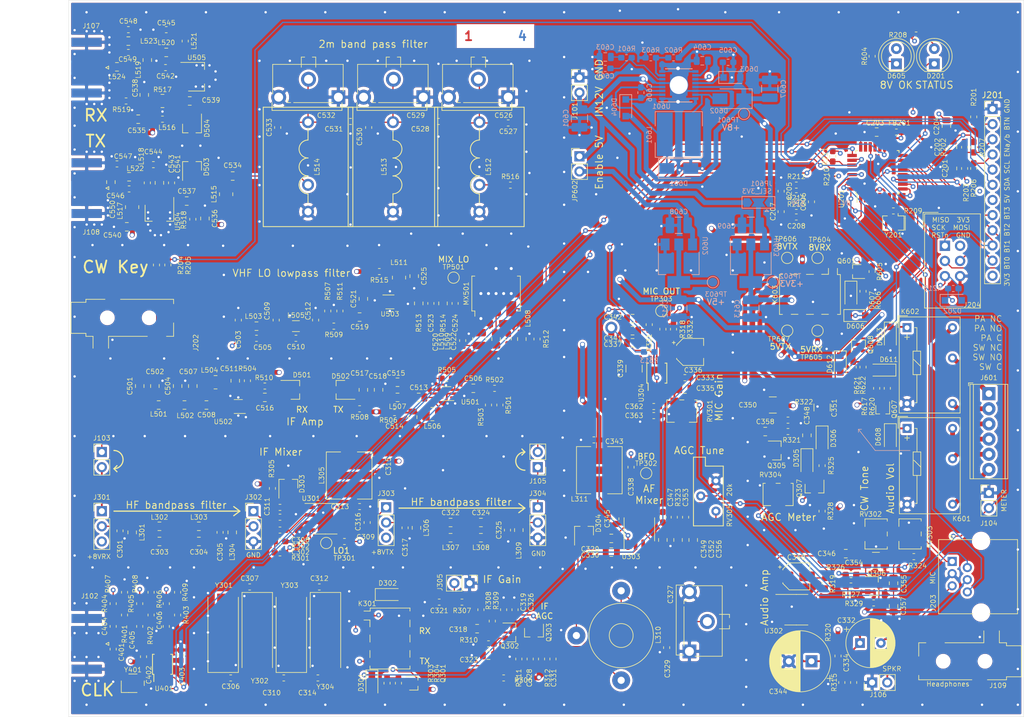
<source format=kicad_pcb>
(kicad_pcb (version 20171130) (host pcbnew 5.1.5)

  (general
    (thickness 1.6)
    (drawings 111)
    (tracks 2078)
    (zones 0)
    (modules 347)
    (nets 213)
  )

  (page A4)
  (layers
    (0 F.Cu signal)
    (1 In1.Cu signal)
    (2 In2.Cu signal)
    (31 B.Cu signal)
    (32 B.Adhes user hide)
    (33 F.Adhes user hide)
    (34 B.Paste user hide)
    (35 F.Paste user hide)
    (36 B.SilkS user hide)
    (37 F.SilkS user)
    (38 B.Mask user hide)
    (39 F.Mask user)
    (40 Dwgs.User user hide)
    (41 Cmts.User user hide)
    (42 Eco1.User user hide)
    (43 Eco2.User user hide)
    (44 Edge.Cuts user hide)
    (45 Margin user hide)
    (46 B.CrtYd user)
    (47 F.CrtYd user)
    (48 B.Fab user hide)
    (49 F.Fab user hide)
  )

  (setup
    (last_trace_width 0.2)
    (user_trace_width 0.2)
    (user_trace_width 0.3)
    (user_trace_width 0.8)
    (trace_clearance 0.2)
    (zone_clearance 0.8)
    (zone_45_only no)
    (trace_min 0.2)
    (via_size 0.8)
    (via_drill 0.4)
    (via_min_size 0.4)
    (via_min_drill 0.3)
    (user_via 0.8 0.4)
    (user_via 0.8 0.6)
    (uvia_size 0.3)
    (uvia_drill 0.1)
    (uvias_allowed no)
    (uvia_min_size 0.2)
    (uvia_min_drill 0.1)
    (edge_width 0.05)
    (segment_width 0.2)
    (pcb_text_width 0.3)
    (pcb_text_size 1.5 1.5)
    (mod_edge_width 0.1)
    (mod_text_size 0.8 0.8)
    (mod_text_width 0.1)
    (pad_size 1.524 1.524)
    (pad_drill 0.762)
    (pad_to_mask_clearance 0.051)
    (solder_mask_min_width 0.25)
    (aux_axis_origin 0 0)
    (visible_elements FFFFFF7F)
    (pcbplotparams
      (layerselection 0x010fc_ffffffff)
      (usegerberextensions false)
      (usegerberattributes false)
      (usegerberadvancedattributes false)
      (creategerberjobfile false)
      (excludeedgelayer true)
      (linewidth 0.100000)
      (plotframeref false)
      (viasonmask false)
      (mode 1)
      (useauxorigin false)
      (hpglpennumber 1)
      (hpglpenspeed 20)
      (hpglpendiameter 15.000000)
      (psnegative false)
      (psa4output false)
      (plotreference true)
      (plotvalue true)
      (plotinvisibletext false)
      (padsonsilk false)
      (subtractmaskfromsilk false)
      (outputformat 1)
      (mirror false)
      (drillshape 0)
      (scaleselection 1)
      (outputdirectory "out"))
  )

  (net 0 "")
  (net 1 /Control/ENC_B)
  (net 2 GND)
  (net 3 /Control/ENC_A)
  (net 4 "Net-(C203-Pad2)")
  (net 5 +3V3)
  (net 6 "Net-(C205-Pad1)")
  (net 7 "Net-(C206-Pad1)")
  (net 8 "Net-(C207-Pad1)")
  (net 9 /Baseband/CW_TONE)
  (net 10 "Net-(C301-Pad2)")
  (net 11 "Net-(C302-Pad2)")
  (net 12 "Net-(C303-Pad2)")
  (net 13 "Net-(C304-Pad2)")
  (net 14 "Net-(C306-Pad2)")
  (net 15 "Net-(C307-Pad2)")
  (net 16 "Net-(C308-Pad2)")
  (net 17 "Net-(C308-Pad1)")
  (net 18 /Baseband/LO1)
  (net 19 "Net-(C309-Pad1)")
  (net 20 "Net-(C310-Pad2)")
  (net 21 "Net-(C311-Pad2)")
  (net 22 "Net-(C312-Pad2)")
  (net 23 "Net-(C313-Pad2)")
  (net 24 "Net-(C314-Pad2)")
  (net 25 +8V)
  (net 26 "Net-(C316-Pad2)")
  (net 27 "Net-(C316-Pad1)")
  (net 28 "Net-(C317-Pad2)")
  (net 29 "Net-(C318-Pad2)")
  (net 30 "Net-(C318-Pad1)")
  (net 31 /Baseband/CAG)
  (net 32 "Net-(C320-Pad2)")
  (net 33 "Net-(C320-Pad1)")
  (net 34 "Net-(C321-Pad1)")
  (net 35 "Net-(C322-Pad2)")
  (net 36 "Net-(C323-Pad2)")
  (net 37 "Net-(C324-Pad2)")
  (net 38 "Net-(C327-Pad2)")
  (net 39 "Net-(C328-Pad2)")
  (net 40 "Net-(C330-Pad2)")
  (net 41 "Net-(C330-Pad1)")
  (net 42 +8VRX)
  (net 43 /Baseband/SPKR)
  (net 44 "Net-(C332-Pad1)")
  (net 45 "Net-(C333-Pad2)")
  (net 46 "Net-(C333-Pad1)")
  (net 47 "Net-(C334-Pad2)")
  (net 48 "Net-(C336-Pad1)")
  (net 49 "Net-(C337-Pad2)")
  (net 50 "Net-(C337-Pad1)")
  (net 51 /Baseband/BFO)
  (net 52 "Net-(C338-Pad1)")
  (net 53 "Net-(C340-Pad2)")
  (net 54 "Net-(C340-Pad1)")
  (net 55 "Net-(C342-Pad2)")
  (net 56 "Net-(C344-Pad1)")
  (net 57 "Net-(C345-Pad2)")
  (net 58 "Net-(C346-Pad2)")
  (net 59 "Net-(C347-Pad2)")
  (net 60 "Net-(C347-Pad1)")
  (net 61 "Net-(C348-Pad2)")
  (net 62 "Net-(C348-Pad1)")
  (net 63 "Net-(C351-Pad1)")
  (net 64 "Net-(C352-Pad2)")
  (net 65 "Net-(C353-Pad1)")
  (net 66 "Net-(C354-Pad1)")
  (net 67 "Net-(C355-Pad2)")
  (net 68 "Net-(C355-Pad1)")
  (net 69 "Net-(C356-Pad2)")
  (net 70 "Net-(C358-Pad2)")
  (net 71 "Net-(C358-Pad1)")
  (net 72 "Net-(C401-Pad2)")
  (net 73 /Clock/REF_25MHz)
  (net 74 "Net-(C404-Pad2)")
  (net 75 "Net-(C404-Pad1)")
  (net 76 "Net-(C405-Pad2)")
  (net 77 "Net-(C405-Pad1)")
  (net 78 "Net-(C406-Pad2)")
  (net 79 "Net-(C406-Pad1)")
  (net 80 /HF_RX)
  (net 81 "Net-(C501-Pad1)")
  (net 82 /VHF_LO)
  (net 83 "Net-(C504-Pad1)")
  (net 84 "Net-(C505-Pad1)")
  (net 85 "Net-(C506-Pad2)")
  (net 86 "Net-(C506-Pad1)")
  (net 87 "Net-(C507-Pad1)")
  (net 88 "Net-(C508-Pad1)")
  (net 89 "Net-(C510-Pad1)")
  (net 90 "Net-(C511-Pad1)")
  (net 91 "Net-(C513-Pad2)")
  (net 92 "Net-(C513-Pad1)")
  (net 93 "Net-(C514-Pad1)")
  (net 94 "Net-(C516-Pad2)")
  (net 95 "Net-(C516-Pad1)")
  (net 96 "Net-(C517-Pad2)")
  (net 97 "Net-(C517-Pad1)")
  (net 98 "Net-(C519-Pad2)")
  (net 99 "Net-(C519-Pad1)")
  (net 100 "Net-(C520-Pad1)")
  (net 101 "Net-(C522-Pad2)")
  (net 102 "Net-(C522-Pad1)")
  (net 103 "Net-(C523-Pad2)")
  (net 104 "Net-(C523-Pad1)")
  (net 105 "Net-(C524-Pad2)")
  (net 106 "Net-(C524-Pad1)")
  (net 107 "Net-(C525-Pad1)")
  (net 108 "Net-(C526-Pad2)")
  (net 109 "Net-(C528-Pad2)")
  (net 110 "Net-(C531-Pad2)")
  (net 111 "Net-(C534-Pad2)")
  (net 112 "Net-(C534-Pad1)")
  (net 113 +5RX)
  (net 114 +5TX)
  (net 115 "Net-(C537-Pad2)")
  (net 116 "Net-(C537-Pad1)")
  (net 117 "Net-(C538-Pad2)")
  (net 118 "Net-(C539-Pad2)")
  (net 119 "Net-(C539-Pad1)")
  (net 120 "Net-(C541-Pad1)")
  (net 121 "Net-(C542-Pad2)")
  (net 122 "Net-(C542-Pad1)")
  (net 123 "Net-(C543-Pad1)")
  (net 124 "Net-(C545-Pad1)")
  (net 125 "Net-(C546-Pad1)")
  (net 126 "Net-(C548-Pad1)")
  (net 127 "Net-(C549-Pad2)")
  (net 128 "Net-(C549-Pad1)")
  (net 129 /VHF_TX)
  (net 130 +12V)
  (net 131 "Net-(C602-Pad1)")
  (net 132 "Net-(C603-Pad1)")
  (net 133 "Net-(C604-Pad1)")
  (net 134 "Net-(C605-Pad2)")
  (net 135 "Net-(C606-Pad2)")
  (net 136 "Net-(C606-Pad1)")
  (net 137 "Net-(C608-Pad1)")
  (net 138 "Net-(C609-Pad1)")
  (net 139 +5VA)
  (net 140 "Net-(D201-Pad2)")
  (net 141 /Control/RESETn)
  (net 142 "Net-(D301-Pad2)")
  (net 143 /Control/SEQ0n)
  (net 144 "Net-(D302-Pad1)")
  (net 145 "Net-(D603-Pad2)")
  (net 146 "Net-(D605-Pad1)")
  (net 147 "Net-(D608-Pad1)")
  (net 148 "Net-(D611-Pad2)")
  (net 149 /Control/SEQ2n)
  (net 150 /Baseband/METER)
  (net 151 /HF_TX)
  (net 152 /VHF_RX)
  (net 153 /Control/BTN0)
  (net 154 /Control/BTN1)
  (net 155 /Control/BTN2)
  (net 156 /Control/BTN3)
  (net 157 SDA)
  (net 158 SCL)
  (net 159 "Net-(J201-Pad4)")
  (net 160 "Net-(J201-Pad3)")
  (net 161 "Net-(J201-Pad2)")
  (net 162 "Net-(J202-PadT)")
  (net 163 "Net-(J202-PadR)")
  (net 164 /Control/MIC_SW2)
  (net 165 /Baseband/MIC)
  (net 166 /Control/MIC_SW1)
  (net 167 +8VTX)
  (net 168 "Net-(J601-Pad5)")
  (net 169 "Net-(J601-Pad4)")
  (net 170 "Net-(J601-Pad3)")
  (net 171 "Net-(J601-Pad2)")
  (net 172 "Net-(K301-Pad2)")
  (net 173 "Net-(K301-Pad4)")
  (net 174 "Net-(L512-Pad2)")
  (net 175 "Net-(L520-Pad2)")
  (net 176 "Net-(MX501-Pad3)")
  (net 177 "Net-(MX501-Pad6)")
  (net 178 "Net-(Q301-Pad1)")
  (net 179 "Net-(Q302-Pad3)")
  (net 180 "Net-(Q307-Pad2)")
  (net 181 "Net-(Q307-Pad1)")
  (net 182 "Net-(Q601-Pad1)")
  (net 183 "Net-(Q607-Pad1)")
  (net 184 /Control/ENC_BTN)
  (net 185 /Control/CW_INPUT)
  (net 186 /Control/XTAL1)
  (net 187 /Control/XTAL2)
  (net 188 /Baseband/CW_KEYn)
  (net 189 "Net-(R319-Pad1)")
  (net 190 "Net-(R324-Pad1)")
  (net 191 /Baseband/MUTE_SPKR)
  (net 192 "Net-(R602-Pad1)")
  (net 193 "Net-(U401-Pad3)")
  (net 194 /IF_RX)
  (net 195 /IF_TX)
  (net 196 /Control/SEQ1n)
  (net 197 "Net-(J106-Pad2)")
  (net 198 /AF_OUT)
  (net 199 "Net-(D612-Pad2)")
  (net 200 "Net-(Q608-Pad1)")
  (net 201 "Net-(C362-Pad2)")
  (net 202 "Net-(C362-Pad1)")
  (net 203 "Net-(D613-Pad1)")
  (net 204 "Net-(J601-Pad6)")
  (net 205 "Net-(J601-Pad1)")
  (net 206 /Baseband/MIC_SDn)
  (net 207 "Net-(R318-Pad2)")
  (net 208 "Net-(R332-Pad2)")
  (net 209 /Control/STATUSn)
  (net 210 /Control/PWM_CW)
  (net 211 "Net-(D606-Pad2)")
  (net 212 "Net-(D607-Pad1)")

  (net_class Default "This is the default net class."
    (clearance 0.2)
    (trace_width 0.2)
    (via_dia 0.8)
    (via_drill 0.4)
    (uvia_dia 0.3)
    (uvia_drill 0.1)
    (add_net /AF_OUT)
    (add_net /Baseband/BFO)
    (add_net /Baseband/CAG)
    (add_net /Baseband/CW_KEYn)
    (add_net /Baseband/CW_TONE)
    (add_net /Baseband/LO1)
    (add_net /Baseband/METER)
    (add_net /Baseband/MIC)
    (add_net /Baseband/MIC_SDn)
    (add_net /Baseband/MUTE_SPKR)
    (add_net /Baseband/SPKR)
    (add_net /Clock/REF_25MHz)
    (add_net /Control/BTN0)
    (add_net /Control/BTN1)
    (add_net /Control/BTN2)
    (add_net /Control/BTN3)
    (add_net /Control/CW_INPUT)
    (add_net /Control/ENC_A)
    (add_net /Control/ENC_B)
    (add_net /Control/ENC_BTN)
    (add_net /Control/MIC_SW1)
    (add_net /Control/MIC_SW2)
    (add_net /Control/PWM_CW)
    (add_net /Control/RESETn)
    (add_net /Control/SEQ0n)
    (add_net /Control/SEQ1n)
    (add_net /Control/SEQ2n)
    (add_net /Control/STATUSn)
    (add_net /Control/XTAL1)
    (add_net /Control/XTAL2)
    (add_net /HF_RX)
    (add_net /HF_TX)
    (add_net /IF_RX)
    (add_net /IF_TX)
    (add_net /VHF_LO)
    (add_net /VHF_RX)
    (add_net /VHF_TX)
    (add_net "Net-(C203-Pad2)")
    (add_net "Net-(C205-Pad1)")
    (add_net "Net-(C206-Pad1)")
    (add_net "Net-(C207-Pad1)")
    (add_net "Net-(C301-Pad2)")
    (add_net "Net-(C302-Pad2)")
    (add_net "Net-(C303-Pad2)")
    (add_net "Net-(C304-Pad2)")
    (add_net "Net-(C306-Pad2)")
    (add_net "Net-(C307-Pad2)")
    (add_net "Net-(C308-Pad1)")
    (add_net "Net-(C308-Pad2)")
    (add_net "Net-(C309-Pad1)")
    (add_net "Net-(C310-Pad2)")
    (add_net "Net-(C311-Pad2)")
    (add_net "Net-(C312-Pad2)")
    (add_net "Net-(C313-Pad2)")
    (add_net "Net-(C314-Pad2)")
    (add_net "Net-(C316-Pad1)")
    (add_net "Net-(C316-Pad2)")
    (add_net "Net-(C317-Pad2)")
    (add_net "Net-(C318-Pad1)")
    (add_net "Net-(C318-Pad2)")
    (add_net "Net-(C320-Pad1)")
    (add_net "Net-(C320-Pad2)")
    (add_net "Net-(C321-Pad1)")
    (add_net "Net-(C322-Pad2)")
    (add_net "Net-(C323-Pad2)")
    (add_net "Net-(C324-Pad2)")
    (add_net "Net-(C327-Pad2)")
    (add_net "Net-(C328-Pad2)")
    (add_net "Net-(C330-Pad1)")
    (add_net "Net-(C330-Pad2)")
    (add_net "Net-(C332-Pad1)")
    (add_net "Net-(C333-Pad1)")
    (add_net "Net-(C333-Pad2)")
    (add_net "Net-(C334-Pad2)")
    (add_net "Net-(C336-Pad1)")
    (add_net "Net-(C337-Pad1)")
    (add_net "Net-(C337-Pad2)")
    (add_net "Net-(C338-Pad1)")
    (add_net "Net-(C340-Pad1)")
    (add_net "Net-(C340-Pad2)")
    (add_net "Net-(C342-Pad2)")
    (add_net "Net-(C344-Pad1)")
    (add_net "Net-(C345-Pad2)")
    (add_net "Net-(C346-Pad2)")
    (add_net "Net-(C347-Pad1)")
    (add_net "Net-(C347-Pad2)")
    (add_net "Net-(C348-Pad1)")
    (add_net "Net-(C348-Pad2)")
    (add_net "Net-(C351-Pad1)")
    (add_net "Net-(C352-Pad2)")
    (add_net "Net-(C353-Pad1)")
    (add_net "Net-(C354-Pad1)")
    (add_net "Net-(C355-Pad1)")
    (add_net "Net-(C355-Pad2)")
    (add_net "Net-(C356-Pad2)")
    (add_net "Net-(C358-Pad1)")
    (add_net "Net-(C358-Pad2)")
    (add_net "Net-(C362-Pad1)")
    (add_net "Net-(C362-Pad2)")
    (add_net "Net-(C401-Pad2)")
    (add_net "Net-(C404-Pad1)")
    (add_net "Net-(C404-Pad2)")
    (add_net "Net-(C405-Pad1)")
    (add_net "Net-(C405-Pad2)")
    (add_net "Net-(C406-Pad1)")
    (add_net "Net-(C406-Pad2)")
    (add_net "Net-(C501-Pad1)")
    (add_net "Net-(C504-Pad1)")
    (add_net "Net-(C505-Pad1)")
    (add_net "Net-(C506-Pad1)")
    (add_net "Net-(C506-Pad2)")
    (add_net "Net-(C507-Pad1)")
    (add_net "Net-(C508-Pad1)")
    (add_net "Net-(C510-Pad1)")
    (add_net "Net-(C511-Pad1)")
    (add_net "Net-(C513-Pad1)")
    (add_net "Net-(C513-Pad2)")
    (add_net "Net-(C514-Pad1)")
    (add_net "Net-(C516-Pad1)")
    (add_net "Net-(C516-Pad2)")
    (add_net "Net-(C517-Pad1)")
    (add_net "Net-(C517-Pad2)")
    (add_net "Net-(C519-Pad1)")
    (add_net "Net-(C519-Pad2)")
    (add_net "Net-(C520-Pad1)")
    (add_net "Net-(C522-Pad1)")
    (add_net "Net-(C522-Pad2)")
    (add_net "Net-(C523-Pad1)")
    (add_net "Net-(C523-Pad2)")
    (add_net "Net-(C524-Pad1)")
    (add_net "Net-(C524-Pad2)")
    (add_net "Net-(C525-Pad1)")
    (add_net "Net-(C526-Pad2)")
    (add_net "Net-(C528-Pad2)")
    (add_net "Net-(C531-Pad2)")
    (add_net "Net-(C534-Pad1)")
    (add_net "Net-(C534-Pad2)")
    (add_net "Net-(C537-Pad1)")
    (add_net "Net-(C537-Pad2)")
    (add_net "Net-(C538-Pad2)")
    (add_net "Net-(C539-Pad1)")
    (add_net "Net-(C539-Pad2)")
    (add_net "Net-(C541-Pad1)")
    (add_net "Net-(C542-Pad1)")
    (add_net "Net-(C542-Pad2)")
    (add_net "Net-(C543-Pad1)")
    (add_net "Net-(C545-Pad1)")
    (add_net "Net-(C546-Pad1)")
    (add_net "Net-(C548-Pad1)")
    (add_net "Net-(C549-Pad1)")
    (add_net "Net-(C549-Pad2)")
    (add_net "Net-(C602-Pad1)")
    (add_net "Net-(C603-Pad1)")
    (add_net "Net-(C604-Pad1)")
    (add_net "Net-(C605-Pad2)")
    (add_net "Net-(C606-Pad1)")
    (add_net "Net-(C606-Pad2)")
    (add_net "Net-(C608-Pad1)")
    (add_net "Net-(C609-Pad1)")
    (add_net "Net-(D201-Pad2)")
    (add_net "Net-(D301-Pad2)")
    (add_net "Net-(D302-Pad1)")
    (add_net "Net-(D603-Pad2)")
    (add_net "Net-(D605-Pad1)")
    (add_net "Net-(D606-Pad2)")
    (add_net "Net-(D607-Pad1)")
    (add_net "Net-(D608-Pad1)")
    (add_net "Net-(D611-Pad2)")
    (add_net "Net-(D612-Pad2)")
    (add_net "Net-(D613-Pad1)")
    (add_net "Net-(J106-Pad2)")
    (add_net "Net-(J201-Pad2)")
    (add_net "Net-(J201-Pad3)")
    (add_net "Net-(J201-Pad4)")
    (add_net "Net-(J202-PadR)")
    (add_net "Net-(J202-PadT)")
    (add_net "Net-(J601-Pad1)")
    (add_net "Net-(J601-Pad2)")
    (add_net "Net-(J601-Pad3)")
    (add_net "Net-(J601-Pad4)")
    (add_net "Net-(J601-Pad5)")
    (add_net "Net-(J601-Pad6)")
    (add_net "Net-(K301-Pad2)")
    (add_net "Net-(K301-Pad4)")
    (add_net "Net-(L512-Pad2)")
    (add_net "Net-(L520-Pad2)")
    (add_net "Net-(MX501-Pad3)")
    (add_net "Net-(MX501-Pad6)")
    (add_net "Net-(Q301-Pad1)")
    (add_net "Net-(Q302-Pad3)")
    (add_net "Net-(Q307-Pad1)")
    (add_net "Net-(Q307-Pad2)")
    (add_net "Net-(Q601-Pad1)")
    (add_net "Net-(Q607-Pad1)")
    (add_net "Net-(Q608-Pad1)")
    (add_net "Net-(R318-Pad2)")
    (add_net "Net-(R319-Pad1)")
    (add_net "Net-(R324-Pad1)")
    (add_net "Net-(R332-Pad2)")
    (add_net "Net-(R602-Pad1)")
    (add_net "Net-(U401-Pad3)")
    (add_net SCL)
    (add_net SDA)
  )

  (net_class Power ""
    (clearance 0.2)
    (trace_width 0.8)
    (via_dia 0.8)
    (via_drill 0.6)
    (uvia_dia 0.3)
    (uvia_drill 0.1)
    (add_net +12V)
    (add_net +3V3)
    (add_net +5RX)
    (add_net +5TX)
    (add_net +5VA)
    (add_net +8V)
    (add_net +8VRX)
    (add_net +8VTX)
    (add_net GND)
  )

  (module Relay_SMD:Relay_DPDT_Omron_G6K-2F (layer F.Cu) (tedit 5A57072F) (tstamp 5E6C4933)
    (at 154.178 79.248 270)
    (descr "Omron G6K-2F relay package http://omronfs.omron.com/en_US/ecb/products/pdf/en-g6k.pdf")
    (tags "Omron G6K-2F relay")
    (path /5E2DC494/5E6E8813)
    (attr smd)
    (fp_text reference K603 (at 0 5.842 90) (layer F.SilkS)
      (effects (font (size 0.8 0.8) (thickness 0.1)))
    )
    (fp_text value G6K-2F-RF-3V (at -0.04 6.3 90) (layer F.Fab)
      (effects (font (size 1 1) (thickness 0.15)))
    )
    (fp_line (start 4.65 5.25) (end -4.65 5.25) (layer F.CrtYd) (width 0.05))
    (fp_line (start 4.65 5.25) (end 4.65 -5.25) (layer F.CrtYd) (width 0.05))
    (fp_line (start -4.65 -5.25) (end -4.65 5.25) (layer F.CrtYd) (width 0.05))
    (fp_line (start -4.65 -5.25) (end 4.65 -5.25) (layer F.CrtYd) (width 0.05))
    (fp_line (start -2.24 -5) (end 3.26 -5) (layer F.Fab) (width 0.12))
    (fp_line (start 3.26 -5) (end 3.26 5) (layer F.Fab) (width 0.12))
    (fp_line (start 3.26 5) (end -3.24 5) (layer F.Fab) (width 0.12))
    (fp_line (start -3.24 5) (end -3.24 -4) (layer F.Fab) (width 0.12))
    (fp_line (start -3.24 -4) (end -2.24 -5) (layer F.Fab) (width 0.12))
    (fp_line (start -3.3 -5.09) (end 3.36 -5.1) (layer F.SilkS) (width 0.12))
    (fp_line (start 3.36 -5.1) (end 3.36 -4.6) (layer F.SilkS) (width 0.12))
    (fp_line (start 3.35 -3.1) (end 3.35 -1.95) (layer F.SilkS) (width 0.12))
    (fp_line (start 3.35 -0.6) (end 3.36 0.6) (layer F.SilkS) (width 0.12))
    (fp_line (start 3.35 2) (end 3.35 3.15) (layer F.SilkS) (width 0.12))
    (fp_line (start 3.36 4.6) (end 3.36 5.1) (layer F.SilkS) (width 0.12))
    (fp_line (start 3.36 5.1) (end -3.34 5.1) (layer F.SilkS) (width 0.12))
    (fp_line (start -3.34 5.1) (end -3.34 4.6) (layer F.SilkS) (width 0.12))
    (fp_line (start -3.35 3.2) (end -3.35 2) (layer F.SilkS) (width 0.12))
    (fp_line (start -3.34 0.6) (end -3.35 -0.6) (layer F.SilkS) (width 0.12))
    (fp_line (start -3.35 -1.95) (end -3.35 -3.1) (layer F.SilkS) (width 0.12))
    (fp_line (start -3.3 -5.09) (end -3.3 -4.59) (layer F.SilkS) (width 0.12))
    (fp_line (start -3.3 -4.59) (end -4.35 -4.6) (layer F.SilkS) (width 0.12))
    (fp_line (start -3.35 -3.09) (end -4.35 -3.1) (layer F.SilkS) (width 0.12))
    (fp_text user %R (at 0.01 0 90) (layer F.Fab)
      (effects (font (size 1 1) (thickness 0.15)))
    )
    (pad 1 smd rect (at -3.5 -3.81 270) (size 1.8 0.8) (layers F.Cu F.Paste F.Mask)
      (net 212 "Net-(D607-Pad1)"))
    (pad 2 smd rect (at -3.5 -1.27 270) (size 1.8 0.8) (layers F.Cu F.Paste F.Mask)
      (net 42 +8VRX))
    (pad 3 smd rect (at -3.5 1.27 270) (size 1.8 0.8) (layers F.Cu F.Paste F.Mask)
      (net 25 +8V))
    (pad 4 smd rect (at -3.5 3.81 270) (size 1.8 0.8) (layers F.Cu F.Paste F.Mask)
      (net 167 +8VTX))
    (pad 5 smd rect (at 3.5 3.81 270) (size 1.8 0.8) (layers F.Cu F.Paste F.Mask)
      (net 114 +5TX))
    (pad 6 smd rect (at 3.5 1.27 270) (size 1.8 0.8) (layers F.Cu F.Paste F.Mask)
      (net 139 +5VA))
    (pad 7 smd rect (at 3.5 -1.27 270) (size 1.8 0.8) (layers F.Cu F.Paste F.Mask)
      (net 113 +5RX))
    (pad 8 smd rect (at 3.5 -3.81 270) (size 1.8 0.8) (layers F.Cu F.Paste F.Mask)
      (net 2 GND))
    (model ${KISYS3DMOD}/Relay_SMD.3dshapes/Relay_DPDT_Omron_G6K-2F.wrl
      (at (xyz 0 0 0))
      (scale (xyz 1 1 1))
      (rotate (xyz 0 0 0))
    )
  )

  (module Connector_IDC:IDC-Header_2x03_P2.54mm_Vertical (layer F.Cu) (tedit 59DE0819) (tstamp 5E581D6E)
    (at 176.784 71.12)
    (descr "Through hole straight IDC box header, 2x03, 2.54mm pitch, double rows")
    (tags "Through hole IDC box header THT 2x03 2.54mm double row")
    (path /5E2FA006/5E2FAB7B)
    (fp_text reference J204 (at 4.572 9.906) (layer F.SilkS)
      (effects (font (size 0.8 0.8) (thickness 0.1)))
    )
    (fp_text value AVR-ISP-6 (at 1.27 11.684) (layer F.Fab)
      (effects (font (size 0.8 0.8) (thickness 0.1)))
    )
    (fp_line (start -3.655 -5.6) (end -1.115 -5.6) (layer F.SilkS) (width 0.12))
    (fp_line (start -3.655 -5.6) (end -3.655 -3.06) (layer F.SilkS) (width 0.12))
    (fp_line (start -3.405 -5.35) (end 5.945 -5.35) (layer F.SilkS) (width 0.12))
    (fp_line (start -3.405 10.43) (end -3.405 -5.35) (layer F.SilkS) (width 0.12))
    (fp_line (start 5.945 10.43) (end -3.405 10.43) (layer F.SilkS) (width 0.12))
    (fp_line (start 5.945 -5.35) (end 5.945 10.43) (layer F.SilkS) (width 0.12))
    (fp_line (start -3.41 -5.35) (end 5.95 -5.35) (layer F.CrtYd) (width 0.05))
    (fp_line (start -3.41 10.43) (end -3.41 -5.35) (layer F.CrtYd) (width 0.05))
    (fp_line (start 5.95 10.43) (end -3.41 10.43) (layer F.CrtYd) (width 0.05))
    (fp_line (start 5.95 -5.35) (end 5.95 10.43) (layer F.CrtYd) (width 0.05))
    (fp_line (start -3.155 10.18) (end -2.605 9.62) (layer F.Fab) (width 0.1))
    (fp_line (start -3.155 -5.1) (end -2.605 -4.56) (layer F.Fab) (width 0.1))
    (fp_line (start 5.695 10.18) (end 5.145 9.62) (layer F.Fab) (width 0.1))
    (fp_line (start 5.695 -5.1) (end 5.145 -4.56) (layer F.Fab) (width 0.1))
    (fp_line (start 5.145 9.62) (end -2.605 9.62) (layer F.Fab) (width 0.1))
    (fp_line (start 5.695 10.18) (end -3.155 10.18) (layer F.Fab) (width 0.1))
    (fp_line (start 5.145 -4.56) (end -2.605 -4.56) (layer F.Fab) (width 0.1))
    (fp_line (start 5.695 -5.1) (end -3.155 -5.1) (layer F.Fab) (width 0.1))
    (fp_line (start -2.605 4.79) (end -3.155 4.79) (layer F.Fab) (width 0.1))
    (fp_line (start -2.605 0.29) (end -3.155 0.29) (layer F.Fab) (width 0.1))
    (fp_line (start -2.605 4.79) (end -2.605 9.62) (layer F.Fab) (width 0.1))
    (fp_line (start -2.605 -4.56) (end -2.605 0.29) (layer F.Fab) (width 0.1))
    (fp_line (start -3.155 -5.1) (end -3.155 10.18) (layer F.Fab) (width 0.1))
    (fp_line (start 5.145 -4.56) (end 5.145 9.62) (layer F.Fab) (width 0.1))
    (fp_line (start 5.695 -5.1) (end 5.695 10.18) (layer F.Fab) (width 0.1))
    (fp_text user %R (at 1.27 2.54) (layer F.Fab)
      (effects (font (size 0.8 0.8) (thickness 0.1)))
    )
    (pad 6 thru_hole oval (at 2.54 5.08) (size 1.7272 1.7272) (drill 1.016) (layers *.Cu *.Mask)
      (net 2 GND))
    (pad 5 thru_hole oval (at 0 5.08) (size 1.7272 1.7272) (drill 1.016) (layers *.Cu *.Mask)
      (net 141 /Control/RESETn))
    (pad 4 thru_hole oval (at 2.54 2.54) (size 1.7272 1.7272) (drill 1.016) (layers *.Cu *.Mask)
      (net 153 /Control/BTN0))
    (pad 3 thru_hole oval (at 0 2.54) (size 1.7272 1.7272) (drill 1.016) (layers *.Cu *.Mask)
      (net 155 /Control/BTN2))
    (pad 2 thru_hole oval (at 2.54 0) (size 1.7272 1.7272) (drill 1.016) (layers *.Cu *.Mask)
      (net 5 +3V3))
    (pad 1 thru_hole rect (at 0 0) (size 1.7272 1.7272) (drill 1.016) (layers *.Cu *.Mask)
      (net 154 /Control/BTN1))
    (model ${KISYS3DMOD}/Connector_IDC.3dshapes/IDC-Header_2x03_P2.54mm_Vertical.wrl
      (at (xyz 0 0 0))
      (scale (xyz 1 1 1))
      (rotate (xyz 0 0 0))
    )
  )

  (module Connector_PinHeader_2.54mm:PinHeader_1x12_P2.54mm_Vertical (layer F.Cu) (tedit 59FED5CC) (tstamp 5E6B6646)
    (at 184.762 48.206)
    (descr "Through hole straight pin header, 1x12, 2.54mm pitch, single row")
    (tags "Through hole pin header THT 1x12 2.54mm single row")
    (path /5E2FA006/5E523241)
    (fp_text reference J201 (at 0 -2.33) (layer F.SilkS)
      (effects (font (size 1 1) (thickness 0.15)))
    )
    (fp_text value UI (at 0 30.27) (layer F.Fab)
      (effects (font (size 1 1) (thickness 0.15)))
    )
    (fp_text user %R (at 0 13.97 90) (layer F.Fab)
      (effects (font (size 1 1) (thickness 0.15)))
    )
    (fp_line (start 1.8 -1.8) (end -1.8 -1.8) (layer F.CrtYd) (width 0.05))
    (fp_line (start 1.8 29.75) (end 1.8 -1.8) (layer F.CrtYd) (width 0.05))
    (fp_line (start -1.8 29.75) (end 1.8 29.75) (layer F.CrtYd) (width 0.05))
    (fp_line (start -1.8 -1.8) (end -1.8 29.75) (layer F.CrtYd) (width 0.05))
    (fp_line (start -1.33 -1.33) (end 0 -1.33) (layer F.SilkS) (width 0.12))
    (fp_line (start -1.33 0) (end -1.33 -1.33) (layer F.SilkS) (width 0.12))
    (fp_line (start -1.33 1.27) (end 1.33 1.27) (layer F.SilkS) (width 0.12))
    (fp_line (start 1.33 1.27) (end 1.33 29.27) (layer F.SilkS) (width 0.12))
    (fp_line (start -1.33 1.27) (end -1.33 29.27) (layer F.SilkS) (width 0.12))
    (fp_line (start -1.33 29.27) (end 1.33 29.27) (layer F.SilkS) (width 0.12))
    (fp_line (start -1.27 -0.635) (end -0.635 -1.27) (layer F.Fab) (width 0.1))
    (fp_line (start -1.27 29.21) (end -1.27 -0.635) (layer F.Fab) (width 0.1))
    (fp_line (start 1.27 29.21) (end -1.27 29.21) (layer F.Fab) (width 0.1))
    (fp_line (start 1.27 -1.27) (end 1.27 29.21) (layer F.Fab) (width 0.1))
    (fp_line (start -0.635 -1.27) (end 1.27 -1.27) (layer F.Fab) (width 0.1))
    (pad 12 thru_hole oval (at 0 27.94) (size 1.7 1.7) (drill 1) (layers *.Cu *.Mask)
      (net 5 +3V3))
    (pad 11 thru_hole oval (at 0 25.4) (size 1.7 1.7) (drill 1) (layers *.Cu *.Mask)
      (net 153 /Control/BTN0))
    (pad 10 thru_hole oval (at 0 22.86) (size 1.7 1.7) (drill 1) (layers *.Cu *.Mask)
      (net 154 /Control/BTN1))
    (pad 9 thru_hole oval (at 0 20.32) (size 1.7 1.7) (drill 1) (layers *.Cu *.Mask)
      (net 155 /Control/BTN2))
    (pad 8 thru_hole oval (at 0 17.78) (size 1.7 1.7) (drill 1) (layers *.Cu *.Mask)
      (net 156 /Control/BTN3))
    (pad 7 thru_hole oval (at 0 15.24) (size 1.7 1.7) (drill 1) (layers *.Cu *.Mask)
      (net 139 +5VA))
    (pad 6 thru_hole oval (at 0 12.7) (size 1.7 1.7) (drill 1) (layers *.Cu *.Mask)
      (net 157 SDA))
    (pad 5 thru_hole oval (at 0 10.16) (size 1.7 1.7) (drill 1) (layers *.Cu *.Mask)
      (net 158 SCL))
    (pad 4 thru_hole oval (at 0 7.62) (size 1.7 1.7) (drill 1) (layers *.Cu *.Mask)
      (net 159 "Net-(J201-Pad4)"))
    (pad 3 thru_hole oval (at 0 5.08) (size 1.7 1.7) (drill 1) (layers *.Cu *.Mask)
      (net 160 "Net-(J201-Pad3)"))
    (pad 2 thru_hole oval (at 0 2.54) (size 1.7 1.7) (drill 1) (layers *.Cu *.Mask)
      (net 161 "Net-(J201-Pad2)"))
    (pad 1 thru_hole rect (at 0 0) (size 1.7 1.7) (drill 1) (layers *.Cu *.Mask)
      (net 2 GND))
    (model ${KISYS3DMOD}/Connector_PinHeader_2.54mm.3dshapes/PinHeader_1x12_P2.54mm_Vertical.wrl
      (at (xyz 0 0 0))
      (scale (xyz 1 1 1))
      (rotate (xyz 0 0 0))
    )
  )

  (module Inductor_SMD:L_0603_1608Metric_Pad1.05x0.95mm_HandSolder (layer F.Cu) (tedit 5B301BBE) (tstamp 5E5D3734)
    (at 49.53 36.83 90)
    (descr "Capacitor SMD 0603 (1608 Metric), square (rectangular) end terminal, IPC_7351 nominal with elongated pad for handsoldering. (Body size source: http://www.tortai-tech.com/upload/download/2011102023233369053.pdf), generated with kicad-footprint-generator")
    (tags "inductor handsolder")
    (path /5E4C0E28/5E697FE0)
    (attr smd)
    (fp_text reference L521 (at 0 1.47 90) (layer F.SilkS)
      (effects (font (size 0.8 0.8) (thickness 0.1)))
    )
    (fp_text value 12nH (at 0 1.43 90) (layer F.Fab)
      (effects (font (size 1 1) (thickness 0.15)))
    )
    (fp_text user %R (at 0 0 90) (layer F.Fab)
      (effects (font (size 0.4 0.4) (thickness 0.06)))
    )
    (fp_line (start 1.65 0.73) (end -1.65 0.73) (layer F.CrtYd) (width 0.05))
    (fp_line (start 1.65 -0.73) (end 1.65 0.73) (layer F.CrtYd) (width 0.05))
    (fp_line (start -1.65 -0.73) (end 1.65 -0.73) (layer F.CrtYd) (width 0.05))
    (fp_line (start -1.65 0.73) (end -1.65 -0.73) (layer F.CrtYd) (width 0.05))
    (fp_line (start -0.171267 0.51) (end 0.171267 0.51) (layer F.SilkS) (width 0.12))
    (fp_line (start -0.171267 -0.51) (end 0.171267 -0.51) (layer F.SilkS) (width 0.12))
    (fp_line (start 0.8 0.4) (end -0.8 0.4) (layer F.Fab) (width 0.1))
    (fp_line (start 0.8 -0.4) (end 0.8 0.4) (layer F.Fab) (width 0.1))
    (fp_line (start -0.8 -0.4) (end 0.8 -0.4) (layer F.Fab) (width 0.1))
    (fp_line (start -0.8 0.4) (end -0.8 -0.4) (layer F.Fab) (width 0.1))
    (pad 2 smd roundrect (at 0.875 0 90) (size 1.05 0.95) (layers F.Cu F.Paste F.Mask) (roundrect_rratio 0.25)
      (net 124 "Net-(C545-Pad1)"))
    (pad 1 smd roundrect (at -0.875 0 90) (size 1.05 0.95) (layers F.Cu F.Paste F.Mask) (roundrect_rratio 0.25)
      (net 175 "Net-(L520-Pad2)"))
    (model ${KISYS3DMOD}/Inductor_SMD.3dshapes/L_0603_1608Metric.wrl
      (at (xyz 0 0 0))
      (scale (xyz 1 1 1))
      (rotate (xyz 0 0 0))
    )
  )

  (module Inductor_SMD:L_1206_3216Metric_Pad1.42x1.75mm_HandSolder (layer F.Cu) (tedit 5B301BBE) (tstamp 5E581F9C)
    (at 68.072 84.582)
    (descr "Capacitor SMD 1206 (3216 Metric), square (rectangular) end terminal, IPC_7351 nominal with elongated pad for handsoldering. (Body size source: http://www.tortai-tech.com/upload/download/2011102023233369053.pdf), generated with kicad-footprint-generator")
    (tags "inductor handsolder")
    (path /5E4C0E28/5E4CD8E3)
    (attr smd)
    (fp_text reference L505 (at 0 -1.82) (layer F.SilkS)
      (effects (font (size 0.8 0.8) (thickness 0.1)))
    )
    (fp_text value 47nH (at 0 1.82) (layer F.Fab)
      (effects (font (size 1 1) (thickness 0.15)))
    )
    (fp_text user %R (at 0 0) (layer F.Fab)
      (effects (font (size 0.8 0.8) (thickness 0.12)))
    )
    (fp_line (start 2.45 1.12) (end -2.45 1.12) (layer F.CrtYd) (width 0.05))
    (fp_line (start 2.45 -1.12) (end 2.45 1.12) (layer F.CrtYd) (width 0.05))
    (fp_line (start -2.45 -1.12) (end 2.45 -1.12) (layer F.CrtYd) (width 0.05))
    (fp_line (start -2.45 1.12) (end -2.45 -1.12) (layer F.CrtYd) (width 0.05))
    (fp_line (start -0.602064 0.91) (end 0.602064 0.91) (layer F.SilkS) (width 0.12))
    (fp_line (start -0.602064 -0.91) (end 0.602064 -0.91) (layer F.SilkS) (width 0.12))
    (fp_line (start 1.6 0.8) (end -1.6 0.8) (layer F.Fab) (width 0.1))
    (fp_line (start 1.6 -0.8) (end 1.6 0.8) (layer F.Fab) (width 0.1))
    (fp_line (start -1.6 -0.8) (end 1.6 -0.8) (layer F.Fab) (width 0.1))
    (fp_line (start -1.6 0.8) (end -1.6 -0.8) (layer F.Fab) (width 0.1))
    (pad 2 smd roundrect (at 1.4875 0) (size 1.425 1.75) (layers F.Cu F.Paste F.Mask) (roundrect_rratio 0.175439)
      (net 89 "Net-(C510-Pad1)"))
    (pad 1 smd roundrect (at -1.4875 0) (size 1.425 1.75) (layers F.Cu F.Paste F.Mask) (roundrect_rratio 0.175439)
      (net 84 "Net-(C505-Pad1)"))
    (model ${KISYS3DMOD}/Inductor_SMD.3dshapes/L_1206_3216Metric.wrl
      (at (xyz 0 0 0))
      (scale (xyz 1 1 1))
      (rotate (xyz 0 0 0))
    )
  )

  (module Inductor_SMD:L_1008_2520Metric (layer F.Cu) (tedit 5D4AF589) (tstamp 5E6B0CD6)
    (at 90.932 99.314)
    (descr "Inductor SMD 1008 (2520 Metric), square (rectangular) end terminal, IPC_7351 nominal, (Body size source: https://ecsxtal.com/store/pdf/ECS-MPI2520-SMD-POWER-INDUCTOR.pdf), generated with kicad-footprint-generator")
    (tags inductor)
    (path /5E4C0E28/5E533666)
    (attr smd)
    (fp_text reference L506 (at 0 2.032) (layer F.SilkS)
      (effects (font (size 0.8 0.8) (thickness 0.1)))
    )
    (fp_text value 470nH (at 0 2.05) (layer F.Fab)
      (effects (font (size 0.8 0.8) (thickness 0.1)))
    )
    (fp_text user %R (at 0 0) (layer F.Fab)
      (effects (font (size 0.8 0.8) (thickness 0.1)))
    )
    (fp_line (start 1.95 1.35) (end -1.95 1.35) (layer F.CrtYd) (width 0.05))
    (fp_line (start 1.95 -1.35) (end 1.95 1.35) (layer F.CrtYd) (width 0.05))
    (fp_line (start -1.95 -1.35) (end 1.95 -1.35) (layer F.CrtYd) (width 0.05))
    (fp_line (start -1.95 1.35) (end -1.95 -1.35) (layer F.CrtYd) (width 0.05))
    (fp_line (start -0.261252 1.11) (end 0.261252 1.11) (layer F.SilkS) (width 0.12))
    (fp_line (start -0.261252 -1.11) (end 0.261252 -1.11) (layer F.SilkS) (width 0.12))
    (fp_line (start 1.25 1) (end -1.25 1) (layer F.Fab) (width 0.1))
    (fp_line (start 1.25 -1) (end 1.25 1) (layer F.Fab) (width 0.1))
    (fp_line (start -1.25 -1) (end 1.25 -1) (layer F.Fab) (width 0.1))
    (fp_line (start -1.25 1) (end -1.25 -1) (layer F.Fab) (width 0.1))
    (pad 2 smd roundrect (at 1.075 0) (size 1.25 2.2) (layers F.Cu F.Paste F.Mask) (roundrect_rratio 0.2)
      (net 91 "Net-(C513-Pad2)"))
    (pad 1 smd roundrect (at -1.075 0) (size 1.25 2.2) (layers F.Cu F.Paste F.Mask) (roundrect_rratio 0.2)
      (net 93 "Net-(C514-Pad1)"))
    (model ${KISYS3DMOD}/Inductor_SMD.3dshapes/L_1008_2520Metric.wrl
      (at (xyz 0 0 0))
      (scale (xyz 1 1 1))
      (rotate (xyz 0 0 0))
    )
  )

  (module Package_SO:MSOP-10_3x3mm_P0.5mm (layer F.Cu) (tedit 5A02F25C) (tstamp 5E6830E4)
    (at 128.524 92.456 90)
    (descr "10-Lead Plastic Micro Small Outline Package (MS) [MSOP] (see Microchip Packaging Specification 00000049BS.pdf)")
    (tags "SSOP 0.5")
    (path /5E3088F9/5E691F62)
    (attr smd)
    (fp_text reference U304 (at -3.302 -2.6 90) (layer F.SilkS)
      (effects (font (size 0.8 0.8) (thickness 0.1)))
    )
    (fp_text value SSM2167 (at 0 2.6 90) (layer F.Fab)
      (effects (font (size 1 1) (thickness 0.15)))
    )
    (fp_text user %R (at 0 0 90) (layer F.Fab)
      (effects (font (size 0.8 0.8) (thickness 0.1)))
    )
    (fp_line (start -1.675 -1.45) (end -2.9 -1.45) (layer F.SilkS) (width 0.15))
    (fp_line (start -1.675 1.675) (end 1.675 1.675) (layer F.SilkS) (width 0.15))
    (fp_line (start -1.675 -1.675) (end 1.675 -1.675) (layer F.SilkS) (width 0.15))
    (fp_line (start -1.675 1.675) (end -1.675 1.375) (layer F.SilkS) (width 0.15))
    (fp_line (start 1.675 1.675) (end 1.675 1.375) (layer F.SilkS) (width 0.15))
    (fp_line (start 1.675 -1.675) (end 1.675 -1.375) (layer F.SilkS) (width 0.15))
    (fp_line (start -1.675 -1.675) (end -1.675 -1.45) (layer F.SilkS) (width 0.15))
    (fp_line (start -3.15 1.85) (end 3.15 1.85) (layer F.CrtYd) (width 0.05))
    (fp_line (start -3.15 -1.85) (end 3.15 -1.85) (layer F.CrtYd) (width 0.05))
    (fp_line (start 3.15 -1.85) (end 3.15 1.85) (layer F.CrtYd) (width 0.05))
    (fp_line (start -3.15 -1.85) (end -3.15 1.85) (layer F.CrtYd) (width 0.05))
    (fp_line (start -1.5 -0.5) (end -0.5 -1.5) (layer F.Fab) (width 0.15))
    (fp_line (start -1.5 1.5) (end -1.5 -0.5) (layer F.Fab) (width 0.15))
    (fp_line (start 1.5 1.5) (end -1.5 1.5) (layer F.Fab) (width 0.15))
    (fp_line (start 1.5 -1.5) (end 1.5 1.5) (layer F.Fab) (width 0.15))
    (fp_line (start -0.5 -1.5) (end 1.5 -1.5) (layer F.Fab) (width 0.15))
    (pad 10 smd rect (at 2.2 -1 90) (size 1.4 0.3) (layers F.Cu F.Paste F.Mask)
      (net 5 +3V3))
    (pad 9 smd rect (at 2.2 -0.5 90) (size 1.4 0.3) (layers F.Cu F.Paste F.Mask)
      (net 49 "Net-(C337-Pad2)"))
    (pad 8 smd rect (at 2.2 0 90) (size 1.4 0.3) (layers F.Cu F.Paste F.Mask)
      (net 207 "Net-(R318-Pad2)"))
    (pad 7 smd rect (at 2.2 0.5 90) (size 1.4 0.3) (layers F.Cu F.Paste F.Mask)
      (net 208 "Net-(R332-Pad2)"))
    (pad 6 smd rect (at 2.2 1 90) (size 1.4 0.3) (layers F.Cu F.Paste F.Mask)
      (net 48 "Net-(C336-Pad1)"))
    (pad 5 smd rect (at -2.2 1 90) (size 1.4 0.3) (layers F.Cu F.Paste F.Mask)
      (net 45 "Net-(C333-Pad2)"))
    (pad 4 smd rect (at -2.2 0.5 90) (size 1.4 0.3) (layers F.Cu F.Paste F.Mask)
      (net 201 "Net-(C362-Pad2)"))
    (pad 3 smd rect (at -2.2 0 90) (size 1.4 0.3) (layers F.Cu F.Paste F.Mask)
      (net 206 /Baseband/MIC_SDn))
    (pad 2 smd rect (at -2.2 -0.5 90) (size 1.4 0.3) (layers F.Cu F.Paste F.Mask)
      (net 202 "Net-(C362-Pad1)"))
    (pad 1 smd rect (at -2.2 -1 90) (size 1.4 0.3) (layers F.Cu F.Paste F.Mask)
      (net 2 GND))
    (model ${KISYS3DMOD}/Package_SO.3dshapes/MSOP-10_3x3mm_P0.5mm.wrl
      (at (xyz 0 0 0))
      (scale (xyz 1 1 1))
      (rotate (xyz 0 0 0))
    )
  )

  (module TestPoint:TestPoint_Pad_D1.5mm (layer F.Cu) (tedit 5A0F774F) (tstamp 5E6B52AC)
    (at 129.286 82.042 90)
    (descr "SMD pad as test Point, diameter 1.5mm")
    (tags "test point SMD pad")
    (path /5E3088F9/5EED9F23)
    (attr virtual)
    (fp_text reference TP303 (at 2.032 0) (layer F.SilkS)
      (effects (font (size 0.8 0.8) (thickness 0.1)))
    )
    (fp_text value "MIC OUT" (at 3.302 0 180) (layer F.SilkS)
      (effects (font (size 1 1) (thickness 0.15)))
    )
    (fp_circle (center 0 0) (end 0 0.95) (layer F.SilkS) (width 0.12))
    (fp_circle (center 0 0) (end 1.25 0) (layer F.CrtYd) (width 0.05))
    (fp_text user %R (at 0 -1.65 90) (layer F.Fab)
      (effects (font (size 0.8 0.8) (thickness 0.1)))
    )
    (pad 1 smd circle (at 0 0 90) (size 1.5 1.5) (layers F.Cu F.Mask)
      (net 50 "Net-(C337-Pad1)"))
  )

  (module Resistor_SMD:R_0603_1608Metric_Pad1.05x0.95mm_HandSolder (layer F.Cu) (tedit 5B301BBD) (tstamp 5E682827)
    (at 131.318 85.09 270)
    (descr "Resistor SMD 0603 (1608 Metric), square (rectangular) end terminal, IPC_7351 nominal with elongated pad for handsoldering. (Body size source: http://www.tortai-tech.com/upload/download/2011102023233369053.pdf), generated with kicad-footprint-generator")
    (tags "resistor handsolder")
    (path /5E3088F9/5EA588A6)
    (attr smd)
    (fp_text reference R332 (at 0 -2.794 90) (layer F.SilkS)
      (effects (font (size 0.8 0.8) (thickness 0.1)))
    )
    (fp_text value 2k (at 0 1.43 90) (layer F.Fab)
      (effects (font (size 1 1) (thickness 0.15)))
    )
    (fp_text user %R (at 0 0 90) (layer F.Fab)
      (effects (font (size 0.8 0.8) (thickness 0.1)))
    )
    (fp_line (start 1.65 0.73) (end -1.65 0.73) (layer F.CrtYd) (width 0.05))
    (fp_line (start 1.65 -0.73) (end 1.65 0.73) (layer F.CrtYd) (width 0.05))
    (fp_line (start -1.65 -0.73) (end 1.65 -0.73) (layer F.CrtYd) (width 0.05))
    (fp_line (start -1.65 0.73) (end -1.65 -0.73) (layer F.CrtYd) (width 0.05))
    (fp_line (start -0.171267 0.51) (end 0.171267 0.51) (layer F.SilkS) (width 0.12))
    (fp_line (start -0.171267 -0.51) (end 0.171267 -0.51) (layer F.SilkS) (width 0.12))
    (fp_line (start 0.8 0.4) (end -0.8 0.4) (layer F.Fab) (width 0.1))
    (fp_line (start 0.8 -0.4) (end 0.8 0.4) (layer F.Fab) (width 0.1))
    (fp_line (start -0.8 -0.4) (end 0.8 -0.4) (layer F.Fab) (width 0.1))
    (fp_line (start -0.8 0.4) (end -0.8 -0.4) (layer F.Fab) (width 0.1))
    (pad 2 smd roundrect (at 0.875 0 270) (size 1.05 0.95) (layers F.Cu F.Paste F.Mask) (roundrect_rratio 0.25)
      (net 208 "Net-(R332-Pad2)"))
    (pad 1 smd roundrect (at -0.875 0 270) (size 1.05 0.95) (layers F.Cu F.Paste F.Mask) (roundrect_rratio 0.25)
      (net 5 +3V3))
    (model ${KISYS3DMOD}/Resistor_SMD.3dshapes/R_0603_1608Metric.wrl
      (at (xyz 0 0 0))
      (scale (xyz 1 1 1))
      (rotate (xyz 0 0 0))
    )
  )

  (module Resistor_SMD:R_0603_1608Metric_Pad1.05x0.95mm_HandSolder (layer F.Cu) (tedit 5B301BBD) (tstamp 5E682816)
    (at 127.254 84.328 90)
    (descr "Resistor SMD 0603 (1608 Metric), square (rectangular) end terminal, IPC_7351 nominal with elongated pad for handsoldering. (Body size source: http://www.tortai-tech.com/upload/download/2011102023233369053.pdf), generated with kicad-footprint-generator")
    (tags "resistor handsolder")
    (path /5E3088F9/5E9D9320)
    (attr smd)
    (fp_text reference R331 (at -3.048 0 90) (layer F.SilkS)
      (effects (font (size 0.8 0.8) (thickness 0.1)))
    )
    (fp_text value 10k (at 0 1.43 90) (layer F.Fab)
      (effects (font (size 1 1) (thickness 0.15)))
    )
    (fp_text user %R (at 0 0 90) (layer F.Fab)
      (effects (font (size 0.8 0.8) (thickness 0.1)))
    )
    (fp_line (start 1.65 0.73) (end -1.65 0.73) (layer F.CrtYd) (width 0.05))
    (fp_line (start 1.65 -0.73) (end 1.65 0.73) (layer F.CrtYd) (width 0.05))
    (fp_line (start -1.65 -0.73) (end 1.65 -0.73) (layer F.CrtYd) (width 0.05))
    (fp_line (start -1.65 0.73) (end -1.65 -0.73) (layer F.CrtYd) (width 0.05))
    (fp_line (start -0.171267 0.51) (end 0.171267 0.51) (layer F.SilkS) (width 0.12))
    (fp_line (start -0.171267 -0.51) (end 0.171267 -0.51) (layer F.SilkS) (width 0.12))
    (fp_line (start 0.8 0.4) (end -0.8 0.4) (layer F.Fab) (width 0.1))
    (fp_line (start 0.8 -0.4) (end 0.8 0.4) (layer F.Fab) (width 0.1))
    (fp_line (start -0.8 -0.4) (end 0.8 -0.4) (layer F.Fab) (width 0.1))
    (fp_line (start -0.8 0.4) (end -0.8 -0.4) (layer F.Fab) (width 0.1))
    (pad 2 smd roundrect (at 0.875 0 90) (size 1.05 0.95) (layers F.Cu F.Paste F.Mask) (roundrect_rratio 0.25)
      (net 55 "Net-(C342-Pad2)"))
    (pad 1 smd roundrect (at -0.875 0 90) (size 1.05 0.95) (layers F.Cu F.Paste F.Mask) (roundrect_rratio 0.25)
      (net 50 "Net-(C337-Pad1)"))
    (model ${KISYS3DMOD}/Resistor_SMD.3dshapes/R_0603_1608Metric.wrl
      (at (xyz 0 0 0))
      (scale (xyz 1 1 1))
      (rotate (xyz 0 0 0))
    )
  )

  (module Package_TO_SOT_SMD:SOT-323_SC-70 (layer F.Cu) (tedit 5A02FF57) (tstamp 5E6822F5)
    (at 162.306 87.63 90)
    (descr "SOT-323, SC-70")
    (tags "SOT-323 SC-70")
    (path /5E2DC494/5EE45DE4)
    (attr smd)
    (fp_text reference Q608 (at -0.05 2.032 90) (layer F.SilkS)
      (effects (font (size 0.8 0.8) (thickness 0.1)))
    )
    (fp_text value BC856W (at -0.05 2.05 90) (layer F.Fab)
      (effects (font (size 1 1) (thickness 0.15)))
    )
    (fp_line (start -0.18 -1.1) (end -0.68 -0.6) (layer F.Fab) (width 0.1))
    (fp_line (start 0.67 1.1) (end -0.68 1.1) (layer F.Fab) (width 0.1))
    (fp_line (start 0.67 -1.1) (end 0.67 1.1) (layer F.Fab) (width 0.1))
    (fp_line (start -0.68 -0.6) (end -0.68 1.1) (layer F.Fab) (width 0.1))
    (fp_line (start 0.67 -1.1) (end -0.18 -1.1) (layer F.Fab) (width 0.1))
    (fp_line (start -0.68 1.16) (end 0.73 1.16) (layer F.SilkS) (width 0.12))
    (fp_line (start 0.73 -1.16) (end -1.3 -1.16) (layer F.SilkS) (width 0.12))
    (fp_line (start -1.7 1.3) (end -1.7 -1.3) (layer F.CrtYd) (width 0.05))
    (fp_line (start -1.7 -1.3) (end 1.7 -1.3) (layer F.CrtYd) (width 0.05))
    (fp_line (start 1.7 -1.3) (end 1.7 1.3) (layer F.CrtYd) (width 0.05))
    (fp_line (start 1.7 1.3) (end -1.7 1.3) (layer F.CrtYd) (width 0.05))
    (fp_line (start 0.73 -1.16) (end 0.73 -0.5) (layer F.SilkS) (width 0.12))
    (fp_line (start 0.73 0.5) (end 0.73 1.16) (layer F.SilkS) (width 0.12))
    (fp_text user %R (at 0 0) (layer F.Fab)
      (effects (font (size 0.8 0.8) (thickness 0.1)))
    )
    (pad 3 smd rect (at 1 0) (size 0.45 0.7) (layers F.Cu F.Paste F.Mask)
      (net 203 "Net-(D613-Pad1)"))
    (pad 2 smd rect (at -1 0.65) (size 0.45 0.7) (layers F.Cu F.Paste F.Mask)
      (net 139 +5VA))
    (pad 1 smd rect (at -1 -0.65) (size 0.45 0.7) (layers F.Cu F.Paste F.Mask)
      (net 200 "Net-(Q608-Pad1)"))
    (model ${KISYS3DMOD}/Package_TO_SOT_SMD.3dshapes/SOT-323_SC-70.wrl
      (at (xyz 0 0 0))
      (scale (xyz 1 1 1))
      (rotate (xyz 0 0 0))
    )
  )

  (module Relay_THT:Relay_SPDT_Omron_G6E (layer F.Cu) (tedit 5A57DE62) (tstamp 5E6B6FCA)
    (at 170.434 84.836)
    (descr "Relay SPDT Omron Serie G6E")
    (tags "Relay SPDT Omron Serie G6E 1x um")
    (path /5E2DC494/5EDA8975)
    (fp_text reference K602 (at 0.508 -2.7 180) (layer F.SilkS)
      (effects (font (size 0.8 0.8) (thickness 0.1)))
    )
    (fp_text value "G6E-134P-US DC12" (at 3.6 15.5 180) (layer F.Fab)
      (effects (font (size 1 1) (thickness 0.15)))
    )
    (fp_line (start -1.45 14.45) (end -1.45 -1.95) (layer F.CrtYd) (width 0.05))
    (fp_line (start -1.45 14.45) (end 9.05 14.45) (layer F.CrtYd) (width 0.05))
    (fp_line (start 9.05 -1.95) (end -1.45 -1.95) (layer F.CrtYd) (width 0.05))
    (fp_line (start 9.05 -1.95) (end 9.05 14.45) (layer F.CrtYd) (width 0.05))
    (fp_line (start 1.016 7.874) (end 1.016 3.937) (layer F.SilkS) (width 0.12))
    (fp_line (start 2.286 7.874) (end 1.016 7.874) (layer F.SilkS) (width 0.12))
    (fp_line (start 2.286 3.937) (end 2.286 7.874) (layer F.SilkS) (width 0.12))
    (fp_line (start 1.016 3.937) (end 2.286 3.937) (layer F.SilkS) (width 0.12))
    (fp_line (start 1.143 5.334) (end 2.286 6.477) (layer F.SilkS) (width 0.12))
    (fp_line (start 1.651 12.573) (end 1.397 12.573) (layer F.SilkS) (width 0.12))
    (fp_line (start 1.651 7.874) (end 1.651 12.573) (layer F.SilkS) (width 0.12))
    (fp_line (start 1.651 0) (end 1.27 0) (layer F.SilkS) (width 0.12))
    (fp_line (start 1.651 3.81) (end 1.651 0) (layer F.SilkS) (width 0.12))
    (fp_line (start 8.8 -1.7) (end -1.2 -1.7) (layer F.Fab) (width 0.12))
    (fp_line (start 8.8 14.2) (end 8.8 -1.7) (layer F.Fab) (width 0.12))
    (fp_line (start -1.2 14.2) (end 8.8 14.2) (layer F.Fab) (width 0.12))
    (fp_line (start -1.2 -1.7) (end -1.2 14.2) (layer F.Fab) (width 0.12))
    (fp_line (start -1.3 -1.8) (end 8.9 -1.8) (layer F.SilkS) (width 0.12))
    (fp_line (start -1.3 14.3) (end -1.3 -1.8) (layer F.SilkS) (width 0.12))
    (fp_line (start 8.9 14.3) (end -1.3 14.3) (layer F.SilkS) (width 0.12))
    (fp_line (start 8.9 -1.8) (end 8.9 14.3) (layer F.SilkS) (width 0.12))
    (fp_line (start 0 1.2) (end 0 2) (layer F.SilkS) (width 0.12))
    (fp_line (start 0.4 1.6) (end -0.4 1.6) (layer F.SilkS) (width 0.12))
    (fp_text user %R (at 3.81 6.35) (layer F.Fab)
      (effects (font (size 0.8 0.8) (thickness 0.1)))
    )
    (fp_line (start -1.5 0) (end -1.5 -2) (layer F.SilkS) (width 0.12))
    (fp_line (start -1.5 -2) (end 0.1 -2) (layer F.SilkS) (width 0.12))
    (pad 7 thru_hole circle (at 7.62 12.7 270) (size 1.50114 1.50114) (drill 0.8001) (layers *.Cu *.Mask)
      (net 170 "Net-(J601-Pad3)"))
    (pad 6 thru_hole circle (at 0 12.7 270) (size 1.50114 1.50114) (drill 0.8001) (layers *.Cu *.Mask)
      (net 2 GND))
    (pad 10 thru_hole circle (at 7.62 5.08 270) (size 1.50114 1.50114) (drill 0.8001) (layers *.Cu *.Mask)
      (net 205 "Net-(J601-Pad1)"))
    (pad 12 thru_hole circle (at 7.62 0 270) (size 1.50114 1.50114) (drill 0.8001) (layers *.Cu *.Mask)
      (net 171 "Net-(J601-Pad2)"))
    (pad 1 thru_hole rect (at 0 0 270) (size 1.50114 1.50114) (drill 0.8001) (layers *.Cu *.Mask)
      (net 203 "Net-(D613-Pad1)"))
    (model ${KISYS3DMOD}/Relay_THT.3dshapes/Relay_SPDT_Omron_G6E.wrl
      (at (xyz 0 0 0))
      (scale (xyz 1 1 1))
      (rotate (xyz 0 0 0))
    )
  )

  (module Relay_THT:Relay_SPDT_Omron_G6E (layer F.Cu) (tedit 5A57DE62) (tstamp 5E681BA3)
    (at 170.453 101.711)
    (descr "Relay SPDT Omron Serie G6E")
    (tags "Relay SPDT Omron Serie G6E 1x um")
    (path /5E2DC494/5EDA58AF)
    (fp_text reference K601 (at 9.125 15.129) (layer F.SilkS)
      (effects (font (size 0.8 0.8) (thickness 0.1)))
    )
    (fp_text value "G6E-134P-US DC12" (at 3.6 15.5 180) (layer F.Fab)
      (effects (font (size 1 1) (thickness 0.15)))
    )
    (fp_line (start -1.45 14.45) (end -1.45 -1.95) (layer F.CrtYd) (width 0.05))
    (fp_line (start -1.45 14.45) (end 9.05 14.45) (layer F.CrtYd) (width 0.05))
    (fp_line (start 9.05 -1.95) (end -1.45 -1.95) (layer F.CrtYd) (width 0.05))
    (fp_line (start 9.05 -1.95) (end 9.05 14.45) (layer F.CrtYd) (width 0.05))
    (fp_line (start 1.016 7.874) (end 1.016 3.937) (layer F.SilkS) (width 0.12))
    (fp_line (start 2.286 7.874) (end 1.016 7.874) (layer F.SilkS) (width 0.12))
    (fp_line (start 2.286 3.937) (end 2.286 7.874) (layer F.SilkS) (width 0.12))
    (fp_line (start 1.016 3.937) (end 2.286 3.937) (layer F.SilkS) (width 0.12))
    (fp_line (start 1.143 5.334) (end 2.286 6.477) (layer F.SilkS) (width 0.12))
    (fp_line (start 1.651 12.573) (end 1.397 12.573) (layer F.SilkS) (width 0.12))
    (fp_line (start 1.651 7.874) (end 1.651 12.573) (layer F.SilkS) (width 0.12))
    (fp_line (start 1.651 0) (end 1.27 0) (layer F.SilkS) (width 0.12))
    (fp_line (start 1.651 3.81) (end 1.651 0) (layer F.SilkS) (width 0.12))
    (fp_line (start 8.8 -1.7) (end -1.2 -1.7) (layer F.Fab) (width 0.12))
    (fp_line (start 8.8 14.2) (end 8.8 -1.7) (layer F.Fab) (width 0.12))
    (fp_line (start -1.2 14.2) (end 8.8 14.2) (layer F.Fab) (width 0.12))
    (fp_line (start -1.2 -1.7) (end -1.2 14.2) (layer F.Fab) (width 0.12))
    (fp_line (start -1.3 -1.8) (end 8.9 -1.8) (layer F.SilkS) (width 0.12))
    (fp_line (start -1.3 14.3) (end -1.3 -1.8) (layer F.SilkS) (width 0.12))
    (fp_line (start 8.9 14.3) (end -1.3 14.3) (layer F.SilkS) (width 0.12))
    (fp_line (start 8.9 -1.8) (end 8.9 14.3) (layer F.SilkS) (width 0.12))
    (fp_line (start 0 1.2) (end 0 2) (layer F.SilkS) (width 0.12))
    (fp_line (start 0.4 1.6) (end -0.4 1.6) (layer F.SilkS) (width 0.12))
    (fp_text user %R (at 3.81 6.35) (layer F.Fab)
      (effects (font (size 0.8 0.8) (thickness 0.1)))
    )
    (fp_line (start -1.5 0) (end -1.5 -2) (layer F.SilkS) (width 0.12))
    (fp_line (start -1.5 -2) (end 0.1 -2) (layer F.SilkS) (width 0.12))
    (pad 7 thru_hole circle (at 7.62 12.7 270) (size 1.50114 1.50114) (drill 0.8001) (layers *.Cu *.Mask)
      (net 204 "Net-(J601-Pad6)"))
    (pad 6 thru_hole circle (at 0 12.7 270) (size 1.50114 1.50114) (drill 0.8001) (layers *.Cu *.Mask)
      (net 2 GND))
    (pad 10 thru_hole circle (at 7.62 5.08 270) (size 1.50114 1.50114) (drill 0.8001) (layers *.Cu *.Mask)
      (net 169 "Net-(J601-Pad4)"))
    (pad 12 thru_hole circle (at 7.62 0 270) (size 1.50114 1.50114) (drill 0.8001) (layers *.Cu *.Mask)
      (net 168 "Net-(J601-Pad5)"))
    (pad 1 thru_hole rect (at 0 0 270) (size 1.50114 1.50114) (drill 0.8001) (layers *.Cu *.Mask)
      (net 147 "Net-(D608-Pad1)"))
    (model ${KISYS3DMOD}/Relay_THT.3dshapes/Relay_SPDT_Omron_G6E.wrl
      (at (xyz 0 0 0))
      (scale (xyz 1 1 1))
      (rotate (xyz 0 0 0))
    )
  )

  (module Diode_SMD:D_SOD-123F (layer F.Cu) (tedit 587F7769) (tstamp 5E681572)
    (at 167.64 86.106 270)
    (descr D_SOD-123F)
    (tags D_SOD-123F)
    (path /5E2DC494/5EDDD4E8)
    (attr smd)
    (fp_text reference D613 (at 0.254 1.778 90) (layer F.SilkS)
      (effects (font (size 0.8 0.8) (thickness 0.1)))
    )
    (fp_text value 1N4148W (at 0 2.1 90) (layer F.Fab)
      (effects (font (size 1 1) (thickness 0.15)))
    )
    (fp_line (start -2.2 -1) (end 1.65 -1) (layer F.SilkS) (width 0.12))
    (fp_line (start -2.2 1) (end 1.65 1) (layer F.SilkS) (width 0.12))
    (fp_line (start -2.2 -1.15) (end -2.2 1.15) (layer F.CrtYd) (width 0.05))
    (fp_line (start 2.2 1.15) (end -2.2 1.15) (layer F.CrtYd) (width 0.05))
    (fp_line (start 2.2 -1.15) (end 2.2 1.15) (layer F.CrtYd) (width 0.05))
    (fp_line (start -2.2 -1.15) (end 2.2 -1.15) (layer F.CrtYd) (width 0.05))
    (fp_line (start -1.4 -0.9) (end 1.4 -0.9) (layer F.Fab) (width 0.1))
    (fp_line (start 1.4 -0.9) (end 1.4 0.9) (layer F.Fab) (width 0.1))
    (fp_line (start 1.4 0.9) (end -1.4 0.9) (layer F.Fab) (width 0.1))
    (fp_line (start -1.4 0.9) (end -1.4 -0.9) (layer F.Fab) (width 0.1))
    (fp_line (start -0.75 0) (end -0.35 0) (layer F.Fab) (width 0.1))
    (fp_line (start -0.35 0) (end -0.35 -0.55) (layer F.Fab) (width 0.1))
    (fp_line (start -0.35 0) (end -0.35 0.55) (layer F.Fab) (width 0.1))
    (fp_line (start -0.35 0) (end 0.25 -0.4) (layer F.Fab) (width 0.1))
    (fp_line (start 0.25 -0.4) (end 0.25 0.4) (layer F.Fab) (width 0.1))
    (fp_line (start 0.25 0.4) (end -0.35 0) (layer F.Fab) (width 0.1))
    (fp_line (start 0.25 0) (end 0.75 0) (layer F.Fab) (width 0.1))
    (fp_line (start -2.2 -1) (end -2.2 1) (layer F.SilkS) (width 0.12))
    (fp_text user %R (at -0.127 -1.905 90) (layer F.Fab)
      (effects (font (size 0.8 0.8) (thickness 0.1)))
    )
    (pad 2 smd rect (at 1.4 0 270) (size 1.1 1.1) (layers F.Cu F.Paste F.Mask)
      (net 2 GND))
    (pad 1 smd rect (at -1.4 0 270) (size 1.1 1.1) (layers F.Cu F.Paste F.Mask)
      (net 203 "Net-(D613-Pad1)"))
    (model ${KISYS3DMOD}/Diode_SMD.3dshapes/D_SOD-123F.wrl
      (at (xyz 0 0 0))
      (scale (xyz 1 1 1))
      (rotate (xyz 0 0 0))
    )
  )

  (module Capacitor_SMD:C_0603_1608Metric_Pad1.05x0.95mm_HandSolder (layer F.Cu) (tedit 5B301BBE) (tstamp 5E6807DD)
    (at 128.016 99.568)
    (descr "Capacitor SMD 0603 (1608 Metric), square (rectangular) end terminal, IPC_7351 nominal with elongated pad for handsoldering. (Body size source: http://www.tortai-tech.com/upload/download/2011102023233369053.pdf), generated with kicad-footprint-generator")
    (tags "capacitor handsolder")
    (path /5E3088F9/5E8F6AE0)
    (attr smd)
    (fp_text reference C363 (at -3.302 0) (layer F.SilkS)
      (effects (font (size 0.8 0.8) (thickness 0.1)))
    )
    (fp_text value "DNF (470nF)" (at 0 1.43) (layer F.Fab)
      (effects (font (size 1 1) (thickness 0.15)))
    )
    (fp_text user %R (at 0 0) (layer F.Fab)
      (effects (font (size 0.8 0.8) (thickness 0.1)))
    )
    (fp_line (start 1.65 0.73) (end -1.65 0.73) (layer F.CrtYd) (width 0.05))
    (fp_line (start 1.65 -0.73) (end 1.65 0.73) (layer F.CrtYd) (width 0.05))
    (fp_line (start -1.65 -0.73) (end 1.65 -0.73) (layer F.CrtYd) (width 0.05))
    (fp_line (start -1.65 0.73) (end -1.65 -0.73) (layer F.CrtYd) (width 0.05))
    (fp_line (start -0.171267 0.51) (end 0.171267 0.51) (layer F.SilkS) (width 0.12))
    (fp_line (start -0.171267 -0.51) (end 0.171267 -0.51) (layer F.SilkS) (width 0.12))
    (fp_line (start 0.8 0.4) (end -0.8 0.4) (layer F.Fab) (width 0.1))
    (fp_line (start 0.8 -0.4) (end 0.8 0.4) (layer F.Fab) (width 0.1))
    (fp_line (start -0.8 -0.4) (end 0.8 -0.4) (layer F.Fab) (width 0.1))
    (fp_line (start -0.8 0.4) (end -0.8 -0.4) (layer F.Fab) (width 0.1))
    (pad 2 smd roundrect (at 0.875 0) (size 1.05 0.95) (layers F.Cu F.Paste F.Mask) (roundrect_rratio 0.25)
      (net 2 GND))
    (pad 1 smd roundrect (at -0.875 0) (size 1.05 0.95) (layers F.Cu F.Paste F.Mask) (roundrect_rratio 0.25)
      (net 202 "Net-(C362-Pad1)"))
    (model ${KISYS3DMOD}/Capacitor_SMD.3dshapes/C_0603_1608Metric.wrl
      (at (xyz 0 0 0))
      (scale (xyz 1 1 1))
      (rotate (xyz 0 0 0))
    )
  )

  (module Capacitor_SMD:C_0603_1608Metric_Pad1.05x0.95mm_HandSolder (layer F.Cu) (tedit 5B301BBE) (tstamp 5E6807CC)
    (at 128.016 98.044)
    (descr "Capacitor SMD 0603 (1608 Metric), square (rectangular) end terminal, IPC_7351 nominal with elongated pad for handsoldering. (Body size source: http://www.tortai-tech.com/upload/download/2011102023233369053.pdf), generated with kicad-footprint-generator")
    (tags "capacitor handsolder")
    (path /5E3088F9/5E8C11EF)
    (attr smd)
    (fp_text reference C362 (at -3.302 0) (layer F.SilkS)
      (effects (font (size 0.8 0.8) (thickness 0.1)))
    )
    (fp_text value 0.1uF-10uF (at 0 1.43) (layer F.Fab)
      (effects (font (size 1 1) (thickness 0.15)))
    )
    (fp_text user %R (at 0 0) (layer F.Fab)
      (effects (font (size 0.8 0.8) (thickness 0.1)))
    )
    (fp_line (start 1.65 0.73) (end -1.65 0.73) (layer F.CrtYd) (width 0.05))
    (fp_line (start 1.65 -0.73) (end 1.65 0.73) (layer F.CrtYd) (width 0.05))
    (fp_line (start -1.65 -0.73) (end 1.65 -0.73) (layer F.CrtYd) (width 0.05))
    (fp_line (start -1.65 0.73) (end -1.65 -0.73) (layer F.CrtYd) (width 0.05))
    (fp_line (start -0.171267 0.51) (end 0.171267 0.51) (layer F.SilkS) (width 0.12))
    (fp_line (start -0.171267 -0.51) (end 0.171267 -0.51) (layer F.SilkS) (width 0.12))
    (fp_line (start 0.8 0.4) (end -0.8 0.4) (layer F.Fab) (width 0.1))
    (fp_line (start 0.8 -0.4) (end 0.8 0.4) (layer F.Fab) (width 0.1))
    (fp_line (start -0.8 -0.4) (end 0.8 -0.4) (layer F.Fab) (width 0.1))
    (fp_line (start -0.8 0.4) (end -0.8 -0.4) (layer F.Fab) (width 0.1))
    (pad 2 smd roundrect (at 0.875 0) (size 1.05 0.95) (layers F.Cu F.Paste F.Mask) (roundrect_rratio 0.25)
      (net 201 "Net-(C362-Pad2)"))
    (pad 1 smd roundrect (at -0.875 0) (size 1.05 0.95) (layers F.Cu F.Paste F.Mask) (roundrect_rratio 0.25)
      (net 202 "Net-(C362-Pad1)"))
    (model ${KISYS3DMOD}/Capacitor_SMD.3dshapes/C_0603_1608Metric.wrl
      (at (xyz 0 0 0))
      (scale (xyz 1 1 1))
      (rotate (xyz 0 0 0))
    )
  )

  (module Diode_SMD:D_SOD-123F (layer F.Cu) (tedit 587F7769) (tstamp 5E65AA9B)
    (at 159.258 90.932 270)
    (descr D_SOD-123F)
    (tags D_SOD-123F)
    (path /5E2DC494/5E66CC0F)
    (attr smd)
    (fp_text reference D612 (at 0 1.778 90) (layer F.SilkS)
      (effects (font (size 0.8 0.8) (thickness 0.1)))
    )
    (fp_text value 1N4148W (at 0 2.1 90) (layer F.Fab)
      (effects (font (size 0.8 0.8) (thickness 0.1)))
    )
    (fp_line (start -2.2 -1) (end 1.65 -1) (layer F.SilkS) (width 0.12))
    (fp_line (start -2.2 1) (end 1.65 1) (layer F.SilkS) (width 0.12))
    (fp_line (start -2.2 -1.15) (end -2.2 1.15) (layer F.CrtYd) (width 0.05))
    (fp_line (start 2.2 1.15) (end -2.2 1.15) (layer F.CrtYd) (width 0.05))
    (fp_line (start 2.2 -1.15) (end 2.2 1.15) (layer F.CrtYd) (width 0.05))
    (fp_line (start -2.2 -1.15) (end 2.2 -1.15) (layer F.CrtYd) (width 0.05))
    (fp_line (start -1.4 -0.9) (end 1.4 -0.9) (layer F.Fab) (width 0.1))
    (fp_line (start 1.4 -0.9) (end 1.4 0.9) (layer F.Fab) (width 0.1))
    (fp_line (start 1.4 0.9) (end -1.4 0.9) (layer F.Fab) (width 0.1))
    (fp_line (start -1.4 0.9) (end -1.4 -0.9) (layer F.Fab) (width 0.1))
    (fp_line (start -0.75 0) (end -0.35 0) (layer F.Fab) (width 0.1))
    (fp_line (start -0.35 0) (end -0.35 -0.55) (layer F.Fab) (width 0.1))
    (fp_line (start -0.35 0) (end -0.35 0.55) (layer F.Fab) (width 0.1))
    (fp_line (start -0.35 0) (end 0.25 -0.4) (layer F.Fab) (width 0.1))
    (fp_line (start 0.25 -0.4) (end 0.25 0.4) (layer F.Fab) (width 0.1))
    (fp_line (start 0.25 0.4) (end -0.35 0) (layer F.Fab) (width 0.1))
    (fp_line (start 0.25 0) (end 0.75 0) (layer F.Fab) (width 0.1))
    (fp_line (start -2.2 -1) (end -2.2 1) (layer F.SilkS) (width 0.12))
    (fp_text user %R (at -0.127 -1.905 90) (layer F.Fab)
      (effects (font (size 0.8 0.8) (thickness 0.1)))
    )
    (pad 2 smd rect (at 1.4 0 270) (size 1.1 1.1) (layers F.Cu F.Paste F.Mask)
      (net 199 "Net-(D612-Pad2)"))
    (pad 1 smd rect (at -1.4 0 270) (size 1.1 1.1) (layers F.Cu F.Paste F.Mask)
      (net 196 /Control/SEQ1n))
    (model ${KISYS3DMOD}/Diode_SMD.3dshapes/D_SOD-123F.wrl
      (at (xyz 0 0 0))
      (scale (xyz 1 1 1))
      (rotate (xyz 0 0 0))
    )
  )

  (module Resistor_SMD:R_0603_1608Metric_Pad1.05x0.95mm_HandSolder (layer F.Cu) (tedit 5B301BBD) (tstamp 5E65C38F)
    (at 161.417 91.44 270)
    (descr "Resistor SMD 0603 (1608 Metric), square (rectangular) end terminal, IPC_7351 nominal with elongated pad for handsoldering. (Body size source: http://www.tortai-tech.com/upload/download/2011102023233369053.pdf), generated with kicad-footprint-generator")
    (tags "resistor handsolder")
    (path /5E2DC494/5E66CC07)
    (attr smd)
    (fp_text reference R621 (at 3.048 -0.635 90) (layer F.SilkS)
      (effects (font (size 0.8 0.8) (thickness 0.1)))
    )
    (fp_text value 2k2 (at 0 1.43 90) (layer F.Fab)
      (effects (font (size 0.8 0.8) (thickness 0.1)))
    )
    (fp_text user %R (at 0 0 90) (layer F.Fab)
      (effects (font (size 0.8 0.8) (thickness 0.1)))
    )
    (fp_line (start 1.65 0.73) (end -1.65 0.73) (layer F.CrtYd) (width 0.05))
    (fp_line (start 1.65 -0.73) (end 1.65 0.73) (layer F.CrtYd) (width 0.05))
    (fp_line (start -1.65 -0.73) (end 1.65 -0.73) (layer F.CrtYd) (width 0.05))
    (fp_line (start -1.65 0.73) (end -1.65 -0.73) (layer F.CrtYd) (width 0.05))
    (fp_line (start -0.171267 0.51) (end 0.171267 0.51) (layer F.SilkS) (width 0.12))
    (fp_line (start -0.171267 -0.51) (end 0.171267 -0.51) (layer F.SilkS) (width 0.12))
    (fp_line (start 0.8 0.4) (end -0.8 0.4) (layer F.Fab) (width 0.1))
    (fp_line (start 0.8 -0.4) (end 0.8 0.4) (layer F.Fab) (width 0.1))
    (fp_line (start -0.8 -0.4) (end 0.8 -0.4) (layer F.Fab) (width 0.1))
    (fp_line (start -0.8 0.4) (end -0.8 -0.4) (layer F.Fab) (width 0.1))
    (pad 2 smd roundrect (at 0.875 0 270) (size 1.05 0.95) (layers F.Cu F.Paste F.Mask) (roundrect_rratio 0.25)
      (net 199 "Net-(D612-Pad2)"))
    (pad 1 smd roundrect (at -0.875 0 270) (size 1.05 0.95) (layers F.Cu F.Paste F.Mask) (roundrect_rratio 0.25)
      (net 200 "Net-(Q608-Pad1)"))
    (model ${KISYS3DMOD}/Resistor_SMD.3dshapes/R_0603_1608Metric.wrl
      (at (xyz 0 0 0))
      (scale (xyz 1 1 1))
      (rotate (xyz 0 0 0))
    )
  )

  (module Resistor_SMD:R_0603_1608Metric_Pad1.05x0.95mm_HandSolder (layer F.Cu) (tedit 5B301BBD) (tstamp 5E65C3A0)
    (at 163.068 91.44 90)
    (descr "Resistor SMD 0603 (1608 Metric), square (rectangular) end terminal, IPC_7351 nominal with elongated pad for handsoldering. (Body size source: http://www.tortai-tech.com/upload/download/2011102023233369053.pdf), generated with kicad-footprint-generator")
    (tags "resistor handsolder")
    (path /5E2DC494/5E66CC1B)
    (attr smd)
    (fp_text reference R622 (at -3.048 0 90) (layer F.SilkS)
      (effects (font (size 0.8 0.8) (thickness 0.1)))
    )
    (fp_text value 47k (at 0 1.43 90) (layer F.Fab)
      (effects (font (size 0.8 0.8) (thickness 0.1)))
    )
    (fp_text user %R (at 0 0 90) (layer F.Fab)
      (effects (font (size 0.8 0.8) (thickness 0.1)))
    )
    (fp_line (start 1.65 0.73) (end -1.65 0.73) (layer F.CrtYd) (width 0.05))
    (fp_line (start 1.65 -0.73) (end 1.65 0.73) (layer F.CrtYd) (width 0.05))
    (fp_line (start -1.65 -0.73) (end 1.65 -0.73) (layer F.CrtYd) (width 0.05))
    (fp_line (start -1.65 0.73) (end -1.65 -0.73) (layer F.CrtYd) (width 0.05))
    (fp_line (start -0.171267 0.51) (end 0.171267 0.51) (layer F.SilkS) (width 0.12))
    (fp_line (start -0.171267 -0.51) (end 0.171267 -0.51) (layer F.SilkS) (width 0.12))
    (fp_line (start 0.8 0.4) (end -0.8 0.4) (layer F.Fab) (width 0.1))
    (fp_line (start 0.8 -0.4) (end 0.8 0.4) (layer F.Fab) (width 0.1))
    (fp_line (start -0.8 -0.4) (end 0.8 -0.4) (layer F.Fab) (width 0.1))
    (fp_line (start -0.8 0.4) (end -0.8 -0.4) (layer F.Fab) (width 0.1))
    (pad 2 smd roundrect (at 0.875 0 90) (size 1.05 0.95) (layers F.Cu F.Paste F.Mask) (roundrect_rratio 0.25)
      (net 200 "Net-(Q608-Pad1)"))
    (pad 1 smd roundrect (at -0.875 0 90) (size 1.05 0.95) (layers F.Cu F.Paste F.Mask) (roundrect_rratio 0.25)
      (net 139 +5VA))
    (model ${KISYS3DMOD}/Resistor_SMD.3dshapes/R_0603_1608Metric.wrl
      (at (xyz 0 0 0))
      (scale (xyz 1 1 1))
      (rotate (xyz 0 0 0))
    )
  )

  (module LED_THT:LED_D5.0mm (layer F.Cu) (tedit 5995936A) (tstamp 5E6A0FFF)
    (at 168.656 40.64 90)
    (descr "LED, diameter 5.0mm, 2 pins, http://cdn-reichelt.de/documents/datenblatt/A500/LL-504BC2E-009.pdf")
    (tags "LED diameter 5.0mm 2 pins")
    (path /5E2DC494/5D86AD14)
    (fp_text reference D605 (at -2.032 0 180) (layer F.SilkS)
      (effects (font (size 0.8 0.8) (thickness 0.1)))
    )
    (fp_text value LED_PWR (at 1.27 3.96 90) (layer F.Fab)
      (effects (font (size 0.8 0.8) (thickness 0.1)))
    )
    (fp_text user %R (at 1.25 0 90) (layer F.Fab)
      (effects (font (size 0.8 0.8) (thickness 0.1)))
    )
    (fp_line (start 4.5 -3.25) (end -1.95 -3.25) (layer F.CrtYd) (width 0.05))
    (fp_line (start 4.5 3.25) (end 4.5 -3.25) (layer F.CrtYd) (width 0.05))
    (fp_line (start -1.95 3.25) (end 4.5 3.25) (layer F.CrtYd) (width 0.05))
    (fp_line (start -1.95 -3.25) (end -1.95 3.25) (layer F.CrtYd) (width 0.05))
    (fp_line (start -1.29 -1.545) (end -1.29 1.545) (layer F.SilkS) (width 0.12))
    (fp_line (start -1.23 -1.469694) (end -1.23 1.469694) (layer F.Fab) (width 0.1))
    (fp_circle (center 1.27 0) (end 3.77 0) (layer F.SilkS) (width 0.12))
    (fp_circle (center 1.27 0) (end 3.77 0) (layer F.Fab) (width 0.1))
    (fp_arc (start 1.27 0) (end -1.29 1.54483) (angle -148.9) (layer F.SilkS) (width 0.12))
    (fp_arc (start 1.27 0) (end -1.29 -1.54483) (angle 148.9) (layer F.SilkS) (width 0.12))
    (fp_arc (start 1.27 0) (end -1.23 -1.469694) (angle 299.1) (layer F.Fab) (width 0.1))
    (pad 2 thru_hole circle (at 2.54 0 90) (size 1.8 1.8) (drill 0.9) (layers *.Cu *.Mask)
      (net 25 +8V))
    (pad 1 thru_hole rect (at 0 0 90) (size 1.8 1.8) (drill 0.9) (layers *.Cu *.Mask)
      (net 146 "Net-(D605-Pad1)"))
    (model ${KISYS3DMOD}/LED_THT.3dshapes/LED_D5.0mm.wrl
      (at (xyz 0 0 0))
      (scale (xyz 1 1 1))
      (rotate (xyz 0 0 0))
    )
  )

  (module Connector_Audio:Jack_3.5mm_CUI_SJ-3524-SMT_Horizontal (layer F.Cu) (tedit 5C635470) (tstamp 5E5D4798)
    (at 38.989 83.185 90)
    (descr "3.5 mm, Stereo, Right Angle, Surface Mount (SMT), Audio Jack Connector (https://www.cui.com/product/resource/sj-352x-smt-series.pdf)")
    (tags "3.5mm audio cui horizontal jack stereo")
    (path /5E2FA006/5EF19C71)
    (attr smd)
    (fp_text reference J202 (at -4.191 12.319 90) (layer F.SilkS)
      (effects (font (size 0.8 0.8) (thickness 0.1)))
    )
    (fp_text value "CW Key" (at 0 13 90) (layer F.Fab)
      (effects (font (size 0.8 0.8) (thickness 0.1)))
    )
    (fp_line (start 3 -6) (end 3 8.5) (layer F.Fab) (width 0.1))
    (fp_line (start 3 8.5) (end -3 8.5) (layer F.Fab) (width 0.1))
    (fp_line (start -3 8.5) (end -3 -6) (layer F.Fab) (width 0.1))
    (fp_line (start -3 -6) (end -2.5 -6) (layer F.Fab) (width 0.1))
    (fp_line (start -2.5 -6) (end -2.5 -8.5) (layer F.Fab) (width 0.1))
    (fp_line (start -2.5 -8.5) (end 2.5 -8.5) (layer F.Fab) (width 0.1))
    (fp_line (start 2.5 -8.5) (end 2.5 -6) (layer F.Fab) (width 0.1))
    (fp_line (start 2.5 -6) (end 3 -6) (layer F.Fab) (width 0.1))
    (fp_line (start 5.6 -9) (end 5.6 11.6) (layer F.CrtYd) (width 0.05))
    (fp_line (start 5.6 11.6) (end -5.6 11.6) (layer F.CrtYd) (width 0.05))
    (fp_line (start -5.6 11.6) (end -5.6 -9) (layer F.CrtYd) (width 0.05))
    (fp_line (start -5.6 -9) (end 5.6 -9) (layer F.CrtYd) (width 0.05))
    (fp_text user %R (at 0 0 90) (layer F.Fab)
      (effects (font (size 0.8 0.8) (thickness 0.1)))
    )
    (fp_line (start -3.1 -4.9) (end -3.1 -6.1) (layer F.SilkS) (width 0.12))
    (fp_line (start -3.1 -6.1) (end -2.6 -6.1) (layer F.SilkS) (width 0.12))
    (fp_line (start -2.6 -6.1) (end -2.6 -8.6) (layer F.SilkS) (width 0.12))
    (fp_line (start -2.6 -8.6) (end 2.6 -8.6) (layer F.SilkS) (width 0.12))
    (fp_line (start 2.6 -8.6) (end 2.6 -6.1) (layer F.SilkS) (width 0.12))
    (fp_line (start 2.6 -6.1) (end 3.1 -6.1) (layer F.SilkS) (width 0.12))
    (fp_line (start 3.1 -6.1) (end 3.1 -2.9) (layer F.SilkS) (width 0.12))
    (fp_line (start 3.1 -0.3) (end 3.1 8.6) (layer F.SilkS) (width 0.12))
    (fp_line (start 3.1 8.6) (end 2.35 8.6) (layer F.SilkS) (width 0.12))
    (fp_line (start -0.85 8.6) (end -3.1 8.6) (layer F.SilkS) (width 0.12))
    (fp_line (start -3.1 8.6) (end -3.1 7.4) (layer F.SilkS) (width 0.12))
    (fp_line (start -3.1 4.2) (end -3.1 -2.3) (layer F.SilkS) (width 0.12))
    (fp_line (start -3.1 -4.9) (end -5.1 -4.9) (layer F.SilkS) (width 0.12))
    (fp_line (start -3.1 -2.3) (end -5.1 -2.3) (layer F.SilkS) (width 0.12))
    (pad R smd rect (at 3.7 -1.6 90) (size 2.8 2.2) (layers F.Cu F.Paste F.Mask)
      (net 163 "Net-(J202-PadR)"))
    (pad S smd rect (at -3.7 -3.6 90) (size 2.8 2.2) (layers F.Cu F.Paste F.Mask)
      (net 2 GND))
    (pad TN smd rect (at 0.75 9.8 90) (size 2.8 2.6) (layers F.Cu F.Paste F.Mask))
    (pad T smd rect (at -3.7 5.8 90) (size 2.8 2.8) (layers F.Cu F.Paste F.Mask)
      (net 162 "Net-(J202-PadT)"))
    (pad "" np_thru_hole circle (at 0 -2.5 90) (size 1.7 1.7) (drill 1.7) (layers *.Cu *.Mask))
    (pad "" np_thru_hole circle (at 0 4.5 90) (size 1.7 1.7) (drill 1.7) (layers *.Cu *.Mask))
    (model ${KISYS3DMOD}/Connector_Audio.3dshapes/Jack_3.5mm_CUI_SJ-3524-SMT_Horizontal.wrl
      (at (xyz 0 0 0))
      (scale (xyz 1 1 1))
      (rotate (xyz 0 0 0))
    )
  )

  (module Connector_Audio:Jack_3.5mm_CUI_SJ-3524-SMT_Horizontal (layer F.Cu) (tedit 5C635470) (tstamp 5E6B75E4)
    (at 181 140.716 270)
    (descr "3.5 mm, Stereo, Right Angle, Surface Mount (SMT), Audio Jack Connector (https://www.cui.com/product/resource/sj-352x-smt-series.pdf)")
    (tags "3.5mm audio cui horizontal jack stereo")
    (path /5E69BCFD)
    (attr smd)
    (fp_text reference J109 (at 4.064 -4.674 180) (layer F.SilkS)
      (effects (font (size 0.8 0.8) (thickness 0.1)))
    )
    (fp_text value Headphones (at 3.81 3.708 180) (layer F.SilkS)
      (effects (font (size 0.8 0.8) (thickness 0.1)))
    )
    (fp_line (start 3 -6) (end 3 8.5) (layer F.Fab) (width 0.1))
    (fp_line (start 3 8.5) (end -3 8.5) (layer F.Fab) (width 0.1))
    (fp_line (start -3 8.5) (end -3 -6) (layer F.Fab) (width 0.1))
    (fp_line (start -3 -6) (end -2.5 -6) (layer F.Fab) (width 0.1))
    (fp_line (start -2.5 -6) (end -2.5 -8.5) (layer F.Fab) (width 0.1))
    (fp_line (start -2.5 -8.5) (end 2.5 -8.5) (layer F.Fab) (width 0.1))
    (fp_line (start 2.5 -8.5) (end 2.5 -6) (layer F.Fab) (width 0.1))
    (fp_line (start 2.5 -6) (end 3 -6) (layer F.Fab) (width 0.1))
    (fp_line (start 5.6 -9) (end 5.6 11.6) (layer F.CrtYd) (width 0.05))
    (fp_line (start 5.6 11.6) (end -5.6 11.6) (layer F.CrtYd) (width 0.05))
    (fp_line (start -5.6 11.6) (end -5.6 -9) (layer F.CrtYd) (width 0.05))
    (fp_line (start -5.6 -9) (end 5.6 -9) (layer F.CrtYd) (width 0.05))
    (fp_text user %R (at 0 0 90) (layer F.Fab)
      (effects (font (size 0.8 0.8) (thickness 0.1)))
    )
    (fp_line (start -3.1 -4.9) (end -3.1 -6.1) (layer F.SilkS) (width 0.12))
    (fp_line (start -3.1 -6.1) (end -2.6 -6.1) (layer F.SilkS) (width 0.12))
    (fp_line (start -2.6 -6.1) (end -2.6 -8.6) (layer F.SilkS) (width 0.12))
    (fp_line (start -2.6 -8.6) (end 2.6 -8.6) (layer F.SilkS) (width 0.12))
    (fp_line (start 2.6 -8.6) (end 2.6 -6.1) (layer F.SilkS) (width 0.12))
    (fp_line (start 2.6 -6.1) (end 3.1 -6.1) (layer F.SilkS) (width 0.12))
    (fp_line (start 3.1 -6.1) (end 3.1 -2.9) (layer F.SilkS) (width 0.12))
    (fp_line (start 3.1 -0.3) (end 3.1 8.6) (layer F.SilkS) (width 0.12))
    (fp_line (start 3.1 8.6) (end 2.35 8.6) (layer F.SilkS) (width 0.12))
    (fp_line (start -0.85 8.6) (end -3.1 8.6) (layer F.SilkS) (width 0.12))
    (fp_line (start -3.1 8.6) (end -3.1 7.4) (layer F.SilkS) (width 0.12))
    (fp_line (start -3.1 4.2) (end -3.1 -2.3) (layer F.SilkS) (width 0.12))
    (fp_line (start -3.1 -4.9) (end -5.1 -4.9) (layer F.SilkS) (width 0.12))
    (fp_line (start -3.1 -2.3) (end -5.1 -2.3) (layer F.SilkS) (width 0.12))
    (pad R smd rect (at 3.7 -1.6 270) (size 2.8 2.2) (layers F.Cu F.Paste F.Mask))
    (pad S smd rect (at -3.7 -3.6 270) (size 2.8 2.2) (layers F.Cu F.Paste F.Mask)
      (net 2 GND))
    (pad TN smd rect (at 0.75 9.8 270) (size 2.8 2.6) (layers F.Cu F.Paste F.Mask)
      (net 197 "Net-(J106-Pad2)"))
    (pad T smd rect (at -3.7 5.8 270) (size 2.8 2.8) (layers F.Cu F.Paste F.Mask)
      (net 43 /Baseband/SPKR))
    (pad "" np_thru_hole circle (at 0 -2.5 270) (size 1.7 1.7) (drill 1.7) (layers *.Cu *.Mask))
    (pad "" np_thru_hole circle (at 0 4.5 270) (size 1.7 1.7) (drill 1.7) (layers *.Cu *.Mask))
    (model ${KISYS3DMOD}/Connector_Audio.3dshapes/Jack_3.5mm_CUI_SJ-3524-SMT_Horizontal.wrl
      (at (xyz 0 0 0))
      (scale (xyz 1 1 1))
      (rotate (xyz 0 0 0))
    )
  )

  (module Resistor_SMD:R_0603_1608Metric_Pad1.05x0.95mm_HandSolder (layer F.Cu) (tedit 5B301BBD) (tstamp 5E5E283D)
    (at 95.885 130.81 180)
    (descr "Resistor SMD 0603 (1608 Metric), square (rectangular) end terminal, IPC_7351 nominal with elongated pad for handsoldering. (Body size source: http://www.tortai-tech.com/upload/download/2011102023233369053.pdf), generated with kicad-footprint-generator")
    (tags "resistor handsolder")
    (path /5E3088F9/5E39E22F)
    (attr smd)
    (fp_text reference R307 (at 0 -1.43) (layer F.SilkS)
      (effects (font (size 0.8 0.8) (thickness 0.1)))
    )
    (fp_text value 33k (at 0 1.43) (layer F.Fab)
      (effects (font (size 0.8 0.8) (thickness 0.1)))
    )
    (fp_text user %R (at 0 0) (layer F.Fab)
      (effects (font (size 0.8 0.8) (thickness 0.1)))
    )
    (fp_line (start 1.65 0.73) (end -1.65 0.73) (layer F.CrtYd) (width 0.05))
    (fp_line (start 1.65 -0.73) (end 1.65 0.73) (layer F.CrtYd) (width 0.05))
    (fp_line (start -1.65 -0.73) (end 1.65 -0.73) (layer F.CrtYd) (width 0.05))
    (fp_line (start -1.65 0.73) (end -1.65 -0.73) (layer F.CrtYd) (width 0.05))
    (fp_line (start -0.171267 0.51) (end 0.171267 0.51) (layer F.SilkS) (width 0.12))
    (fp_line (start -0.171267 -0.51) (end 0.171267 -0.51) (layer F.SilkS) (width 0.12))
    (fp_line (start 0.8 0.4) (end -0.8 0.4) (layer F.Fab) (width 0.1))
    (fp_line (start 0.8 -0.4) (end 0.8 0.4) (layer F.Fab) (width 0.1))
    (fp_line (start -0.8 -0.4) (end 0.8 -0.4) (layer F.Fab) (width 0.1))
    (fp_line (start -0.8 0.4) (end -0.8 -0.4) (layer F.Fab) (width 0.1))
    (pad 2 smd roundrect (at 0.875 0 180) (size 1.05 0.95) (layers F.Cu F.Paste F.Mask) (roundrect_rratio 0.25)
      (net 34 "Net-(C321-Pad1)"))
    (pad 1 smd roundrect (at -0.875 0 180) (size 1.05 0.95) (layers F.Cu F.Paste F.Mask) (roundrect_rratio 0.25)
      (net 2 GND))
    (model ${KISYS3DMOD}/Resistor_SMD.3dshapes/R_0603_1608Metric.wrl
      (at (xyz 0 0 0))
      (scale (xyz 1 1 1))
      (rotate (xyz 0 0 0))
    )
  )

  (module Connector_PinHeader_2.54mm:PinHeader_1x02_P2.54mm_Vertical (layer F.Cu) (tedit 59FED5CC) (tstamp 5E5E1D10)
    (at 97.155 127.635 270)
    (descr "Through hole straight pin header, 1x02, 2.54mm pitch, single row")
    (tags "Through hole pin header THT 1x02 2.54mm single row")
    (path /5E3088F9/5E603F34)
    (fp_text reference J305 (at -0.127 4.953 90) (layer F.SilkS)
      (effects (font (size 0.8 0.8) (thickness 0.1)))
    )
    (fp_text value IFGAIN (at 0 4.87 90) (layer F.Fab)
      (effects (font (size 0.8 0.8) (thickness 0.1)))
    )
    (fp_text user %R (at 0 1.27) (layer F.Fab)
      (effects (font (size 0.8 0.8) (thickness 0.1)))
    )
    (fp_line (start 1.8 -1.8) (end -1.8 -1.8) (layer F.CrtYd) (width 0.05))
    (fp_line (start 1.8 4.35) (end 1.8 -1.8) (layer F.CrtYd) (width 0.05))
    (fp_line (start -1.8 4.35) (end 1.8 4.35) (layer F.CrtYd) (width 0.05))
    (fp_line (start -1.8 -1.8) (end -1.8 4.35) (layer F.CrtYd) (width 0.05))
    (fp_line (start -1.33 -1.33) (end 0 -1.33) (layer F.SilkS) (width 0.12))
    (fp_line (start -1.33 0) (end -1.33 -1.33) (layer F.SilkS) (width 0.12))
    (fp_line (start -1.33 1.27) (end 1.33 1.27) (layer F.SilkS) (width 0.12))
    (fp_line (start 1.33 1.27) (end 1.33 3.87) (layer F.SilkS) (width 0.12))
    (fp_line (start -1.33 1.27) (end -1.33 3.87) (layer F.SilkS) (width 0.12))
    (fp_line (start -1.33 3.87) (end 1.33 3.87) (layer F.SilkS) (width 0.12))
    (fp_line (start -1.27 -0.635) (end -0.635 -1.27) (layer F.Fab) (width 0.1))
    (fp_line (start -1.27 3.81) (end -1.27 -0.635) (layer F.Fab) (width 0.1))
    (fp_line (start 1.27 3.81) (end -1.27 3.81) (layer F.Fab) (width 0.1))
    (fp_line (start 1.27 -1.27) (end 1.27 3.81) (layer F.Fab) (width 0.1))
    (fp_line (start -0.635 -1.27) (end 1.27 -1.27) (layer F.Fab) (width 0.1))
    (pad 2 thru_hole oval (at 0 2.54 270) (size 1.7 1.7) (drill 1) (layers *.Cu *.Mask)
      (net 34 "Net-(C321-Pad1)"))
    (pad 1 thru_hole rect (at 0 0 270) (size 1.7 1.7) (drill 1) (layers *.Cu *.Mask)
      (net 2 GND))
    (model ${KISYS3DMOD}/Connector_PinHeader_2.54mm.3dshapes/PinHeader_1x02_P2.54mm_Vertical.wrl
      (at (xyz 0 0 0))
      (scale (xyz 1 1 1))
      (rotate (xyz 0 0 0))
    )
  )

  (module Connector_PinHeader_2.54mm:PinHeader_1x02_P2.54mm_Vertical (layer F.Cu) (tedit 59FED5CC) (tstamp 5E5E1962)
    (at 108.585 108.204 180)
    (descr "Through hole straight pin header, 1x02, 2.54mm pitch, single row")
    (tags "Through hole pin header THT 1x02 2.54mm single row")
    (path /5E5E5C36)
    (fp_text reference J105 (at 0 -2.33) (layer F.SilkS)
      (effects (font (size 0.8 0.8) (thickness 0.1)))
    )
    (fp_text value HF_TX (at 0 4.87) (layer F.Fab)
      (effects (font (size 0.8 0.8) (thickness 0.1)))
    )
    (fp_text user %R (at 0 1.27 90) (layer F.Fab)
      (effects (font (size 0.8 0.8) (thickness 0.1)))
    )
    (fp_line (start 1.8 -1.8) (end -1.8 -1.8) (layer F.CrtYd) (width 0.05))
    (fp_line (start 1.8 4.35) (end 1.8 -1.8) (layer F.CrtYd) (width 0.05))
    (fp_line (start -1.8 4.35) (end 1.8 4.35) (layer F.CrtYd) (width 0.05))
    (fp_line (start -1.8 -1.8) (end -1.8 4.35) (layer F.CrtYd) (width 0.05))
    (fp_line (start -1.33 -1.33) (end 0 -1.33) (layer F.SilkS) (width 0.12))
    (fp_line (start -1.33 0) (end -1.33 -1.33) (layer F.SilkS) (width 0.12))
    (fp_line (start -1.33 1.27) (end 1.33 1.27) (layer F.SilkS) (width 0.12))
    (fp_line (start 1.33 1.27) (end 1.33 3.87) (layer F.SilkS) (width 0.12))
    (fp_line (start -1.33 1.27) (end -1.33 3.87) (layer F.SilkS) (width 0.12))
    (fp_line (start -1.33 3.87) (end 1.33 3.87) (layer F.SilkS) (width 0.12))
    (fp_line (start -1.27 -0.635) (end -0.635 -1.27) (layer F.Fab) (width 0.1))
    (fp_line (start -1.27 3.81) (end -1.27 -0.635) (layer F.Fab) (width 0.1))
    (fp_line (start 1.27 3.81) (end -1.27 3.81) (layer F.Fab) (width 0.1))
    (fp_line (start 1.27 -1.27) (end 1.27 3.81) (layer F.Fab) (width 0.1))
    (fp_line (start -0.635 -1.27) (end 1.27 -1.27) (layer F.Fab) (width 0.1))
    (pad 2 thru_hole oval (at 0 2.54 180) (size 1.7 1.7) (drill 1) (layers *.Cu *.Mask)
      (net 195 /IF_TX))
    (pad 1 thru_hole rect (at 0 0 180) (size 1.7 1.7) (drill 1) (layers *.Cu *.Mask)
      (net 151 /HF_TX))
    (model ${KISYS3DMOD}/Connector_PinHeader_2.54mm.3dshapes/PinHeader_1x02_P2.54mm_Vertical.wrl
      (at (xyz 0 0 0))
      (scale (xyz 1 1 1))
      (rotate (xyz 0 0 0))
    )
  )

  (module Connector_PinHeader_2.54mm:PinHeader_1x02_P2.54mm_Vertical (layer F.Cu) (tedit 59FED5CC) (tstamp 5E5E1922)
    (at 35.56 105.664)
    (descr "Through hole straight pin header, 1x02, 2.54mm pitch, single row")
    (tags "Through hole pin header THT 1x02 2.54mm single row")
    (path /5E5EEE3B)
    (fp_text reference J103 (at 0 -2.33) (layer F.SilkS)
      (effects (font (size 0.8 0.8) (thickness 0.1)))
    )
    (fp_text value HF_RX (at 0 4.87) (layer F.Fab)
      (effects (font (size 0.8 0.8) (thickness 0.1)))
    )
    (fp_text user %R (at 0 1.27 90) (layer F.Fab)
      (effects (font (size 0.8 0.8) (thickness 0.1)))
    )
    (fp_line (start 1.8 -1.8) (end -1.8 -1.8) (layer F.CrtYd) (width 0.05))
    (fp_line (start 1.8 4.35) (end 1.8 -1.8) (layer F.CrtYd) (width 0.05))
    (fp_line (start -1.8 4.35) (end 1.8 4.35) (layer F.CrtYd) (width 0.05))
    (fp_line (start -1.8 -1.8) (end -1.8 4.35) (layer F.CrtYd) (width 0.05))
    (fp_line (start -1.33 -1.33) (end 0 -1.33) (layer F.SilkS) (width 0.12))
    (fp_line (start -1.33 0) (end -1.33 -1.33) (layer F.SilkS) (width 0.12))
    (fp_line (start -1.33 1.27) (end 1.33 1.27) (layer F.SilkS) (width 0.12))
    (fp_line (start 1.33 1.27) (end 1.33 3.87) (layer F.SilkS) (width 0.12))
    (fp_line (start -1.33 1.27) (end -1.33 3.87) (layer F.SilkS) (width 0.12))
    (fp_line (start -1.33 3.87) (end 1.33 3.87) (layer F.SilkS) (width 0.12))
    (fp_line (start -1.27 -0.635) (end -0.635 -1.27) (layer F.Fab) (width 0.1))
    (fp_line (start -1.27 3.81) (end -1.27 -0.635) (layer F.Fab) (width 0.1))
    (fp_line (start 1.27 3.81) (end -1.27 3.81) (layer F.Fab) (width 0.1))
    (fp_line (start 1.27 -1.27) (end 1.27 3.81) (layer F.Fab) (width 0.1))
    (fp_line (start -0.635 -1.27) (end 1.27 -1.27) (layer F.Fab) (width 0.1))
    (pad 2 thru_hole oval (at 0 2.54) (size 1.7 1.7) (drill 1) (layers *.Cu *.Mask)
      (net 80 /HF_RX))
    (pad 1 thru_hole rect (at 0 0) (size 1.7 1.7) (drill 1) (layers *.Cu *.Mask)
      (net 194 /IF_RX))
    (model ${KISYS3DMOD}/Connector_PinHeader_2.54mm.3dshapes/PinHeader_1x02_P2.54mm_Vertical.wrl
      (at (xyz 0 0 0))
      (scale (xyz 1 1 1))
      (rotate (xyz 0 0 0))
    )
  )

  (module picardy:CX3225SB (layer F.Cu) (tedit 5E4EE75C) (tstamp 5E582B1F)
    (at 40.767 144.399)
    (descr "SMD Crystal EuroQuartz MJ series http://cdn-reichelt.de/documents/datenblatt/B400/MJ.pdf, hand-soldering, 5.0x3.2mm^2 package")
    (tags "SMD SMT crystal hand-soldering")
    (path /5E4D247A/5E56D94F)
    (attr smd)
    (fp_text reference Y401 (at 0 -2.25) (layer F.SilkS)
      (effects (font (size 0.8 0.8) (thickness 0.1)))
    )
    (fp_text value CX3225SB25000D0FLJCC (at 0 2.35) (layer F.Fab)
      (effects (font (size 0.8 0.8) (thickness 0.1)))
    )
    (fp_line (start 2 -1.5) (end -2.05 -1.5) (layer F.CrtYd) (width 0.05))
    (fp_line (start 2 1.5) (end 2 -1.5) (layer F.CrtYd) (width 0.05))
    (fp_line (start -2.05 1.5) (end 2 1.5) (layer F.CrtYd) (width 0.05))
    (fp_line (start -2.05 -1.5) (end -2.05 1.5) (layer F.CrtYd) (width 0.05))
    (fp_line (start -0.7 1.55) (end -1.95 1.55) (layer F.SilkS) (width 0.12))
    (fp_line (start 0.7 1.55) (end -0.7 1.55) (layer F.SilkS) (width 0.12))
    (fp_line (start -0.7 -1.55) (end 0.7 -1.55) (layer F.SilkS) (width 0.12))
    (fp_line (start 1.9 -0.4) (end 1.9 0.4) (layer F.SilkS) (width 0.12))
    (fp_line (start -1.95 0.4) (end -1.95 -0.4) (layer F.SilkS) (width 0.12))
    (fp_line (start -1.95 1.55) (end -1.95 0.4) (layer F.SilkS) (width 0.12))
    (fp_line (start -2.5 0.6) (end -1.5 1.6) (layer F.Fab) (width 0.1))
    (fp_line (start -2.5 -1.5) (end -2.4 -1.6) (layer F.Fab) (width 0.1))
    (fp_line (start -2.5 1.5) (end -2.5 -1.5) (layer F.Fab) (width 0.1))
    (fp_line (start -2.4 1.6) (end -2.5 1.5) (layer F.Fab) (width 0.1))
    (fp_line (start 2.4 1.6) (end -2.4 1.6) (layer F.Fab) (width 0.1))
    (fp_line (start 2.5 1.5) (end 2.4 1.6) (layer F.Fab) (width 0.1))
    (fp_line (start 2.5 -1.5) (end 2.5 1.5) (layer F.Fab) (width 0.1))
    (fp_line (start 2.4 -1.6) (end 2.5 -1.5) (layer F.Fab) (width 0.1))
    (fp_line (start -2.4 -1.6) (end 2.4 -1.6) (layer F.Fab) (width 0.1))
    (fp_text user %R (at 0 0) (layer F.Fab)
      (effects (font (size 0.8 0.8) (thickness 0.1)))
    )
    (pad 4 smd rect (at -1.15 -0.925) (size 1.3 1.05) (layers F.Cu F.Paste F.Mask)
      (net 2 GND))
    (pad 3 smd rect (at 1.15 -0.925) (size 1.3 1.05) (layers F.Cu F.Paste F.Mask)
      (net 72 "Net-(C401-Pad2)"))
    (pad 2 smd rect (at 1.15 0.925) (size 1.3 1.05) (layers F.Cu F.Paste F.Mask)
      (net 2 GND))
    (pad 1 smd rect (at -1.15 0.925) (size 1.3 1.05) (layers F.Cu F.Paste F.Mask)
      (net 193 "Net-(U401-Pad3)"))
    (model ${KISYS3DMOD}/Crystal.3dshapes/Crystal_SMD_EuroQuartz_MJ-4Pin_5.0x3.2mm_HandSoldering.wrl
      (at (xyz 0 0 0))
      (scale (xyz 1 1 1))
      (rotate (xyz 0 0 0))
    )
  )

  (module Crystal:Crystal_SMD_HC49-SD (layer F.Cu) (tedit 5A1AD52C) (tstamp 5E582B03)
    (at 73.025 135.89 270)
    (descr "SMD Crystal HC-49-SD http://cdn-reichelt.de/documents/datenblatt/B400/xxx-HC49-SMD.pdf, 11.4x4.7mm^2 package")
    (tags "SMD SMT crystal")
    (path /5E3088F9/5E34BBA5)
    (attr smd)
    (fp_text reference Y304 (at 9.11 0.025 180) (layer F.SilkS)
      (effects (font (size 0.8 0.8) (thickness 0.1)))
    )
    (fp_text value 4.915MHz (at 0 3.55 90) (layer F.Fab)
      (effects (font (size 0.8 0.8) (thickness 0.1)))
    )
    (fp_arc (start 3.015 0) (end 3.015 -2.115) (angle 180) (layer F.Fab) (width 0.1))
    (fp_arc (start -3.015 0) (end -3.015 -2.115) (angle -180) (layer F.Fab) (width 0.1))
    (fp_line (start 6.8 -2.6) (end -6.8 -2.6) (layer F.CrtYd) (width 0.05))
    (fp_line (start 6.8 2.6) (end 6.8 -2.6) (layer F.CrtYd) (width 0.05))
    (fp_line (start -6.8 2.6) (end 6.8 2.6) (layer F.CrtYd) (width 0.05))
    (fp_line (start -6.8 -2.6) (end -6.8 2.6) (layer F.CrtYd) (width 0.05))
    (fp_line (start -6.7 2.55) (end 5.9 2.55) (layer F.SilkS) (width 0.12))
    (fp_line (start -6.7 -2.55) (end -6.7 2.55) (layer F.SilkS) (width 0.12))
    (fp_line (start 5.9 -2.55) (end -6.7 -2.55) (layer F.SilkS) (width 0.12))
    (fp_line (start -3.015 2.115) (end 3.015 2.115) (layer F.Fab) (width 0.1))
    (fp_line (start -3.015 -2.115) (end 3.015 -2.115) (layer F.Fab) (width 0.1))
    (fp_line (start 5.7 -2.35) (end -5.7 -2.35) (layer F.Fab) (width 0.1))
    (fp_line (start 5.7 2.35) (end 5.7 -2.35) (layer F.Fab) (width 0.1))
    (fp_line (start -5.7 2.35) (end 5.7 2.35) (layer F.Fab) (width 0.1))
    (fp_line (start -5.7 -2.35) (end -5.7 2.35) (layer F.Fab) (width 0.1))
    (fp_text user %R (at 0 0 90) (layer F.Fab)
      (effects (font (size 0.8 0.8) (thickness 0.1)))
    )
    (pad 2 smd rect (at 4.25 0 270) (size 4.5 2) (layers F.Cu F.Paste F.Mask)
      (net 24 "Net-(C314-Pad2)"))
    (pad 1 smd rect (at -4.25 0 270) (size 4.5 2) (layers F.Cu F.Paste F.Mask)
      (net 22 "Net-(C312-Pad2)"))
    (model ${KISYS3DMOD}/Crystal.3dshapes/Crystal_SMD_HC49-SD.wrl
      (at (xyz 0 0 0))
      (scale (xyz 1 1 1))
      (rotate (xyz 0 0 0))
    )
  )

  (module Crystal:Crystal_SMD_HC49-SD (layer F.Cu) (tedit 5A1AD52C) (tstamp 5E582AED)
    (at 67.31 135.89 90)
    (descr "SMD Crystal HC-49-SD http://cdn-reichelt.de/documents/datenblatt/B400/xxx-HC49-SMD.pdf, 11.4x4.7mm^2 package")
    (tags "SMD SMT crystal")
    (path /5E3088F9/5E34B7FC)
    (attr smd)
    (fp_text reference Y303 (at 7.89 -0.31 180) (layer F.SilkS)
      (effects (font (size 0.8 0.8) (thickness 0.1)))
    )
    (fp_text value 4.915MHz (at 0 3.55 90) (layer F.Fab)
      (effects (font (size 0.8 0.8) (thickness 0.1)))
    )
    (fp_arc (start 3.015 0) (end 3.015 -2.115) (angle 180) (layer F.Fab) (width 0.1))
    (fp_arc (start -3.015 0) (end -3.015 -2.115) (angle -180) (layer F.Fab) (width 0.1))
    (fp_line (start 6.8 -2.6) (end -6.8 -2.6) (layer F.CrtYd) (width 0.05))
    (fp_line (start 6.8 2.6) (end 6.8 -2.6) (layer F.CrtYd) (width 0.05))
    (fp_line (start -6.8 2.6) (end 6.8 2.6) (layer F.CrtYd) (width 0.05))
    (fp_line (start -6.8 -2.6) (end -6.8 2.6) (layer F.CrtYd) (width 0.05))
    (fp_line (start -6.7 2.55) (end 5.9 2.55) (layer F.SilkS) (width 0.12))
    (fp_line (start -6.7 -2.55) (end -6.7 2.55) (layer F.SilkS) (width 0.12))
    (fp_line (start 5.9 -2.55) (end -6.7 -2.55) (layer F.SilkS) (width 0.12))
    (fp_line (start -3.015 2.115) (end 3.015 2.115) (layer F.Fab) (width 0.1))
    (fp_line (start -3.015 -2.115) (end 3.015 -2.115) (layer F.Fab) (width 0.1))
    (fp_line (start 5.7 -2.35) (end -5.7 -2.35) (layer F.Fab) (width 0.1))
    (fp_line (start 5.7 2.35) (end 5.7 -2.35) (layer F.Fab) (width 0.1))
    (fp_line (start -5.7 2.35) (end 5.7 2.35) (layer F.Fab) (width 0.1))
    (fp_line (start -5.7 -2.35) (end -5.7 2.35) (layer F.Fab) (width 0.1))
    (fp_text user %R (at 0 0 90) (layer F.Fab)
      (effects (font (size 0.8 0.8) (thickness 0.1)))
    )
    (pad 2 smd rect (at 4.25 0 90) (size 4.5 2) (layers F.Cu F.Paste F.Mask)
      (net 22 "Net-(C312-Pad2)"))
    (pad 1 smd rect (at -4.25 0 90) (size 4.5 2) (layers F.Cu F.Paste F.Mask)
      (net 20 "Net-(C310-Pad2)"))
    (model ${KISYS3DMOD}/Crystal.3dshapes/Crystal_SMD_HC49-SD.wrl
      (at (xyz 0 0 0))
      (scale (xyz 1 1 1))
      (rotate (xyz 0 0 0))
    )
  )

  (module Crystal:Crystal_SMD_HC49-SD (layer F.Cu) (tedit 5A1AD52C) (tstamp 5E582AD7)
    (at 61.595 135.89 270)
    (descr "SMD Crystal HC-49-SD http://cdn-reichelt.de/documents/datenblatt/B400/xxx-HC49-SMD.pdf, 11.4x4.7mm^2 package")
    (tags "SMD SMT crystal")
    (path /5E3088F9/5E34B5D1)
    (attr smd)
    (fp_text reference Y302 (at 8.11 -0.405 180) (layer F.SilkS)
      (effects (font (size 0.8 0.8) (thickness 0.1)))
    )
    (fp_text value 4.915MHz (at 0 3.55 90) (layer F.Fab)
      (effects (font (size 0.8 0.8) (thickness 0.1)))
    )
    (fp_arc (start 3.015 0) (end 3.015 -2.115) (angle 180) (layer F.Fab) (width 0.1))
    (fp_arc (start -3.015 0) (end -3.015 -2.115) (angle -180) (layer F.Fab) (width 0.1))
    (fp_line (start 6.8 -2.6) (end -6.8 -2.6) (layer F.CrtYd) (width 0.05))
    (fp_line (start 6.8 2.6) (end 6.8 -2.6) (layer F.CrtYd) (width 0.05))
    (fp_line (start -6.8 2.6) (end 6.8 2.6) (layer F.CrtYd) (width 0.05))
    (fp_line (start -6.8 -2.6) (end -6.8 2.6) (layer F.CrtYd) (width 0.05))
    (fp_line (start -6.7 2.55) (end 5.9 2.55) (layer F.SilkS) (width 0.12))
    (fp_line (start -6.7 -2.55) (end -6.7 2.55) (layer F.SilkS) (width 0.12))
    (fp_line (start 5.9 -2.55) (end -6.7 -2.55) (layer F.SilkS) (width 0.12))
    (fp_line (start -3.015 2.115) (end 3.015 2.115) (layer F.Fab) (width 0.1))
    (fp_line (start -3.015 -2.115) (end 3.015 -2.115) (layer F.Fab) (width 0.1))
    (fp_line (start 5.7 -2.35) (end -5.7 -2.35) (layer F.Fab) (width 0.1))
    (fp_line (start 5.7 2.35) (end 5.7 -2.35) (layer F.Fab) (width 0.1))
    (fp_line (start -5.7 2.35) (end 5.7 2.35) (layer F.Fab) (width 0.1))
    (fp_line (start -5.7 -2.35) (end -5.7 2.35) (layer F.Fab) (width 0.1))
    (fp_text user %R (at 0 0 90) (layer F.Fab)
      (effects (font (size 0.8 0.8) (thickness 0.1)))
    )
    (pad 2 smd rect (at 4.25 0 270) (size 4.5 2) (layers F.Cu F.Paste F.Mask)
      (net 20 "Net-(C310-Pad2)"))
    (pad 1 smd rect (at -4.25 0 270) (size 4.5 2) (layers F.Cu F.Paste F.Mask)
      (net 15 "Net-(C307-Pad2)"))
    (model ${KISYS3DMOD}/Crystal.3dshapes/Crystal_SMD_HC49-SD.wrl
      (at (xyz 0 0 0))
      (scale (xyz 1 1 1))
      (rotate (xyz 0 0 0))
    )
  )

  (module Crystal:Crystal_SMD_HC49-SD (layer F.Cu) (tedit 5A1AD52C) (tstamp 5E582AC1)
    (at 55.88 135.89 90)
    (descr "SMD Crystal HC-49-SD http://cdn-reichelt.de/documents/datenblatt/B400/xxx-HC49-SMD.pdf, 11.4x4.7mm^2 package")
    (tags "SMD SMT crystal")
    (path /5E3088F9/5E34B1E0)
    (attr smd)
    (fp_text reference Y301 (at 7.89 0.12 180) (layer F.SilkS)
      (effects (font (size 0.8 0.8) (thickness 0.1)))
    )
    (fp_text value 4.915MHz (at 0 3.55 90) (layer F.Fab)
      (effects (font (size 0.8 0.8) (thickness 0.1)))
    )
    (fp_arc (start 3.015 0) (end 3.015 -2.115) (angle 180) (layer F.Fab) (width 0.1))
    (fp_arc (start -3.015 0) (end -3.015 -2.115) (angle -180) (layer F.Fab) (width 0.1))
    (fp_line (start 6.8 -2.6) (end -6.8 -2.6) (layer F.CrtYd) (width 0.05))
    (fp_line (start 6.8 2.6) (end 6.8 -2.6) (layer F.CrtYd) (width 0.05))
    (fp_line (start -6.8 2.6) (end 6.8 2.6) (layer F.CrtYd) (width 0.05))
    (fp_line (start -6.8 -2.6) (end -6.8 2.6) (layer F.CrtYd) (width 0.05))
    (fp_line (start -6.7 2.55) (end 5.9 2.55) (layer F.SilkS) (width 0.12))
    (fp_line (start -6.7 -2.55) (end -6.7 2.55) (layer F.SilkS) (width 0.12))
    (fp_line (start 5.9 -2.55) (end -6.7 -2.55) (layer F.SilkS) (width 0.12))
    (fp_line (start -3.015 2.115) (end 3.015 2.115) (layer F.Fab) (width 0.1))
    (fp_line (start -3.015 -2.115) (end 3.015 -2.115) (layer F.Fab) (width 0.1))
    (fp_line (start 5.7 -2.35) (end -5.7 -2.35) (layer F.Fab) (width 0.1))
    (fp_line (start 5.7 2.35) (end 5.7 -2.35) (layer F.Fab) (width 0.1))
    (fp_line (start -5.7 2.35) (end 5.7 2.35) (layer F.Fab) (width 0.1))
    (fp_line (start -5.7 -2.35) (end -5.7 2.35) (layer F.Fab) (width 0.1))
    (fp_text user %R (at 0 0 90) (layer F.Fab)
      (effects (font (size 0.8 0.8) (thickness 0.1)))
    )
    (pad 2 smd rect (at 4.25 0 90) (size 4.5 2) (layers F.Cu F.Paste F.Mask)
      (net 15 "Net-(C307-Pad2)"))
    (pad 1 smd rect (at -4.25 0 90) (size 4.5 2) (layers F.Cu F.Paste F.Mask)
      (net 14 "Net-(C306-Pad2)"))
    (model ${KISYS3DMOD}/Crystal.3dshapes/Crystal_SMD_HC49-SD.wrl
      (at (xyz 0 0 0))
      (scale (xyz 1 1 1))
      (rotate (xyz 0 0 0))
    )
  )

  (module Crystal:Resonator_SMD_muRata_CSTxExxV-3Pin_3.0x1.1mm (layer F.Cu) (tedit 5AD358ED) (tstamp 5E582AAB)
    (at 168.148 67.31 180)
    (descr "SMD Resomator/Filter Murata CSTCE, https://www.murata.com/en-eu/products/productdata/8801162264606/SPEC-CSTNE16M0VH3C000R0.pdf")
    (tags "SMD SMT ceramic resonator filter")
    (path /5E2FA006/5EF516F7)
    (attr smd)
    (fp_text reference Y201 (at 0 -2) (layer F.SilkS)
      (effects (font (size 0.8 0.8) (thickness 0.1)))
    )
    (fp_text value CSTNE16M0V530000R0 (at 0 1.8) (layer F.Fab)
      (effects (font (size 0.8 0.8) (thickness 0.1)))
    )
    (fp_line (start -1.75 1.2) (end -1.75 -1.2) (layer F.CrtYd) (width 0.05))
    (fp_line (start 1.75 -1.2) (end 1.75 1.2) (layer F.CrtYd) (width 0.05))
    (fp_line (start -1.75 -1.2) (end 1.75 -1.2) (layer F.CrtYd) (width 0.05))
    (fp_line (start 1.75 1.2) (end -1.75 1.2) (layer F.CrtYd) (width 0.05))
    (fp_line (start -1.5 0.3) (end -1.5 -0.8) (layer F.Fab) (width 0.1))
    (fp_line (start -1 0.8) (end 1.5 0.8) (layer F.Fab) (width 0.1))
    (fp_line (start -1 0.8) (end -1.5 0.3) (layer F.Fab) (width 0.1))
    (fp_line (start 1.5 -0.8) (end -1.5 -0.8) (layer F.Fab) (width 0.1))
    (fp_line (start 1.5 0.8) (end 1.5 -0.8) (layer F.Fab) (width 0.1))
    (fp_line (start -2 0.8) (end -2 1.2) (layer F.SilkS) (width 0.12))
    (fp_line (start -1.8 0.8) (end -1.8 1.2) (layer F.SilkS) (width 0.12))
    (fp_line (start 1.8 0.8) (end 1.8 1.2) (layer F.SilkS) (width 0.12))
    (fp_line (start -2 -1.2) (end -2 0.8) (layer F.SilkS) (width 0.12))
    (fp_line (start -0.8 1.2) (end -0.8 1.6) (layer F.SilkS) (width 0.12))
    (fp_line (start -0.8 1.2) (end -1.8 1.2) (layer F.SilkS) (width 0.12))
    (fp_line (start -1.8 0.8) (end -1.8 -1.2) (layer F.SilkS) (width 0.12))
    (fp_line (start -1.8 -1.2) (end -0.8 -1.2) (layer F.SilkS) (width 0.12))
    (fp_line (start 1 -1.2) (end 1.8 -1.2) (layer F.SilkS) (width 0.12))
    (fp_line (start 1.8 -1.2) (end 1.8 0.8) (layer F.SilkS) (width 0.12))
    (fp_line (start 1.8 1.2) (end 1 1.2) (layer F.SilkS) (width 0.12))
    (fp_text user %R (at 0.1 -0.05) (layer F.Fab)
      (effects (font (size 0.8 0.8) (thickness 0.1)))
    )
    (pad 3 smd rect (at 1.2 0 180) (size 0.4 1.9) (layers F.Cu F.Paste F.Mask)
      (net 186 /Control/XTAL1))
    (pad 2 smd rect (at 0 0 180) (size 0.4 1.9) (layers F.Cu F.Paste F.Mask)
      (net 2 GND))
    (pad 1 smd rect (at -1.2 0 180) (size 0.4 1.9) (layers F.Cu F.Paste F.Mask)
      (net 187 /Control/XTAL2))
    (model ${KISYS3DMOD}/Crystal.3dshapes/Resonator_SMD_muRata_CSTxExxV-3Pin_3.0x1.1mm.wrl
      (at (xyz 0 0 0))
      (scale (xyz 1 1 1))
      (rotate (xyz 0 0 0))
    )
  )

  (module Package_TO_SOT_SMD:SOT-223-3_TabPin2 (layer B.Cu) (tedit 5A02FF57) (tstamp 5E582A8F)
    (at 144.272 74.041 270)
    (descr "module CMS SOT223 4 pins")
    (tags "CMS SOT")
    (path /5E2DC494/5E616C9D)
    (attr smd)
    (fp_text reference U603 (at -2.667 -4.318 270) (layer B.SilkS)
      (effects (font (size 0.8 0.8) (thickness 0.1)) (justify mirror))
    )
    (fp_text value LD1117S33TR_SOT223 (at 0 -4.5 270) (layer B.Fab)
      (effects (font (size 0.8 0.8) (thickness 0.1)) (justify mirror))
    )
    (fp_line (start 1.85 3.35) (end 1.85 -3.35) (layer B.Fab) (width 0.1))
    (fp_line (start -1.85 -3.35) (end 1.85 -3.35) (layer B.Fab) (width 0.1))
    (fp_line (start -4.1 3.41) (end 1.91 3.41) (layer B.SilkS) (width 0.12))
    (fp_line (start -0.85 3.35) (end 1.85 3.35) (layer B.Fab) (width 0.1))
    (fp_line (start -1.85 -3.41) (end 1.91 -3.41) (layer B.SilkS) (width 0.12))
    (fp_line (start -1.85 2.35) (end -1.85 -3.35) (layer B.Fab) (width 0.1))
    (fp_line (start -1.85 2.35) (end -0.85 3.35) (layer B.Fab) (width 0.1))
    (fp_line (start -4.4 3.6) (end -4.4 -3.6) (layer B.CrtYd) (width 0.05))
    (fp_line (start -4.4 -3.6) (end 4.4 -3.6) (layer B.CrtYd) (width 0.05))
    (fp_line (start 4.4 -3.6) (end 4.4 3.6) (layer B.CrtYd) (width 0.05))
    (fp_line (start 4.4 3.6) (end -4.4 3.6) (layer B.CrtYd) (width 0.05))
    (fp_line (start 1.91 3.41) (end 1.91 2.15) (layer B.SilkS) (width 0.12))
    (fp_line (start 1.91 -3.41) (end 1.91 -2.15) (layer B.SilkS) (width 0.12))
    (fp_text user %R (at 0 0) (layer B.Fab)
      (effects (font (size 0.8 0.8) (thickness 0.1)) (justify mirror))
    )
    (pad 1 smd rect (at -3.15 2.3 270) (size 2 1.5) (layers B.Cu B.Paste B.Mask)
      (net 2 GND))
    (pad 3 smd rect (at -3.15 -2.3 270) (size 2 1.5) (layers B.Cu B.Paste B.Mask)
      (net 138 "Net-(C609-Pad1)"))
    (pad 2 smd rect (at -3.15 0 270) (size 2 1.5) (layers B.Cu B.Paste B.Mask)
      (net 5 +3V3))
    (pad 2 smd rect (at 3.15 0 270) (size 2 3.8) (layers B.Cu B.Paste B.Mask)
      (net 5 +3V3))
    (model ${KISYS3DMOD}/Package_TO_SOT_SMD.3dshapes/SOT-223.wrl
      (at (xyz 0 0 0))
      (scale (xyz 1 1 1))
      (rotate (xyz 0 0 0))
    )
  )

  (module Package_TO_SOT_SMD:SOT-223-3_TabPin2 (layer B.Cu) (tedit 5A02FF57) (tstamp 5E582A79)
    (at 132.207 74.041 270)
    (descr "module CMS SOT223 4 pins")
    (tags "CMS SOT")
    (path /5E2DC494/5E88CB07)
    (attr smd)
    (fp_text reference U602 (at -2.921 -4.445 270) (layer B.SilkS)
      (effects (font (size 0.8 0.8) (thickness 0.1)) (justify mirror))
    )
    (fp_text value LD1117S50TR_SOT223 (at 0 -4.5 270) (layer B.Fab)
      (effects (font (size 0.8 0.8) (thickness 0.1)) (justify mirror))
    )
    (fp_line (start 1.85 3.35) (end 1.85 -3.35) (layer B.Fab) (width 0.1))
    (fp_line (start -1.85 -3.35) (end 1.85 -3.35) (layer B.Fab) (width 0.1))
    (fp_line (start -4.1 3.41) (end 1.91 3.41) (layer B.SilkS) (width 0.12))
    (fp_line (start -0.85 3.35) (end 1.85 3.35) (layer B.Fab) (width 0.1))
    (fp_line (start -1.85 -3.41) (end 1.91 -3.41) (layer B.SilkS) (width 0.12))
    (fp_line (start -1.85 2.35) (end -1.85 -3.35) (layer B.Fab) (width 0.1))
    (fp_line (start -1.85 2.35) (end -0.85 3.35) (layer B.Fab) (width 0.1))
    (fp_line (start -4.4 3.6) (end -4.4 -3.6) (layer B.CrtYd) (width 0.05))
    (fp_line (start -4.4 -3.6) (end 4.4 -3.6) (layer B.CrtYd) (width 0.05))
    (fp_line (start 4.4 -3.6) (end 4.4 3.6) (layer B.CrtYd) (width 0.05))
    (fp_line (start 4.4 3.6) (end -4.4 3.6) (layer B.CrtYd) (width 0.05))
    (fp_line (start 1.91 3.41) (end 1.91 2.15) (layer B.SilkS) (width 0.12))
    (fp_line (start 1.91 -3.41) (end 1.91 -2.15) (layer B.SilkS) (width 0.12))
    (fp_text user %R (at 0 0) (layer B.Fab)
      (effects (font (size 0.8 0.8) (thickness 0.1)) (justify mirror))
    )
    (pad 1 smd rect (at -3.15 2.3 270) (size 2 1.5) (layers B.Cu B.Paste B.Mask)
      (net 2 GND))
    (pad 3 smd rect (at -3.15 -2.3 270) (size 2 1.5) (layers B.Cu B.Paste B.Mask)
      (net 137 "Net-(C608-Pad1)"))
    (pad 2 smd rect (at -3.15 0 270) (size 2 1.5) (layers B.Cu B.Paste B.Mask)
      (net 139 +5VA))
    (pad 2 smd rect (at 3.15 0 270) (size 2 3.8) (layers B.Cu B.Paste B.Mask)
      (net 139 +5VA))
    (model ${KISYS3DMOD}/Package_TO_SOT_SMD.3dshapes/SOT-223.wrl
      (at (xyz 0 0 0))
      (scale (xyz 1 1 1))
      (rotate (xyz 0 0 0))
    )
  )

  (module Package_SO:TSSOP-16-1EP_4.4x5mm_P0.65mm (layer B.Cu) (tedit 5A02F25C) (tstamp 5E582A63)
    (at 132.207 44.196)
    (descr "FE Package; 16-Lead Plastic TSSOP (4.4mm); Exposed Pad Variation BB; (see Linear Technology 1956f.pdf)")
    (tags "SSOP 0.65")
    (path /5E2DC494/5D86AC2A)
    (attr smd)
    (fp_text reference U601 (at -2.921 3.556) (layer B.SilkS)
      (effects (font (size 0.8 0.8) (thickness 0.1)) (justify mirror))
    )
    (fp_text value LT3433 (at 0 -3.55) (layer B.Fab)
      (effects (font (size 0.8 0.8) (thickness 0.1)) (justify mirror))
    )
    (fp_text user %R (at 0 0) (layer B.Fab)
      (effects (font (size 0.8 0.8) (thickness 0.1)) (justify mirror))
    )
    (fp_line (start -3.375 2.825) (end 2.25 2.825) (layer B.SilkS) (width 0.15))
    (fp_line (start -2.25 -2.725) (end 2.25 -2.725) (layer B.SilkS) (width 0.15))
    (fp_line (start -3.5 -2.8) (end 3.5 -2.8) (layer B.CrtYd) (width 0.05))
    (fp_line (start -3.5 2.9) (end 3.5 2.9) (layer B.CrtYd) (width 0.05))
    (fp_line (start 3.5 2.9) (end 3.5 -2.8) (layer B.CrtYd) (width 0.05))
    (fp_line (start -3.5 2.9) (end -3.5 -2.8) (layer B.CrtYd) (width 0.05))
    (fp_line (start -2.2 1.5) (end -1.2 2.5) (layer B.Fab) (width 0.15))
    (fp_line (start -2.2 -2.5) (end -2.2 1.5) (layer B.Fab) (width 0.15))
    (fp_line (start 2.2 -2.5) (end -2.2 -2.5) (layer B.Fab) (width 0.15))
    (fp_line (start 2.2 2.5) (end 2.2 -2.5) (layer B.Fab) (width 0.15))
    (fp_line (start -1.2 2.5) (end 2.2 2.5) (layer B.Fab) (width 0.15))
    (pad 17 smd rect (at -0.735 1.3425) (size 1.47 0.895) (layers B.Cu B.Paste B.Mask)
      (net 2 GND) (solder_paste_margin_ratio -0.2))
    (pad 17 smd rect (at -0.735 0.4475) (size 1.47 0.895) (layers B.Cu B.Paste B.Mask)
      (net 2 GND) (solder_paste_margin_ratio -0.2))
    (pad 17 smd rect (at -0.735 -0.4475) (size 1.47 0.895) (layers B.Cu B.Paste B.Mask)
      (net 2 GND) (solder_paste_margin_ratio -0.2))
    (pad 17 smd rect (at -0.735 -1.3425) (size 1.47 0.895) (layers B.Cu B.Paste B.Mask)
      (net 2 GND) (solder_paste_margin_ratio -0.2))
    (pad 17 smd rect (at 0.735 1.3425) (size 1.47 0.895) (layers B.Cu B.Paste B.Mask)
      (net 2 GND) (solder_paste_margin_ratio -0.2))
    (pad 17 smd rect (at 0.735 0.4475) (size 1.47 0.895) (layers B.Cu B.Paste B.Mask)
      (net 2 GND) (solder_paste_margin_ratio -0.2))
    (pad 17 smd rect (at 0.735 -0.4475) (size 1.47 0.895) (layers B.Cu B.Paste B.Mask)
      (net 2 GND) (solder_paste_margin_ratio -0.2))
    (pad 17 smd rect (at 0.735 -1.3425) (size 1.47 0.895) (layers B.Cu B.Paste B.Mask)
      (net 2 GND) (solder_paste_margin_ratio -0.2))
    (pad 16 smd rect (at 2.775 2.275) (size 1.05 0.45) (layers B.Cu B.Paste B.Mask)
      (net 2 GND))
    (pad 15 smd rect (at 2.775 1.625) (size 1.05 0.45) (layers B.Cu B.Paste B.Mask)
      (net 145 "Net-(D603-Pad2)"))
    (pad 14 smd rect (at 2.775 0.975) (size 1.05 0.45) (layers B.Cu B.Paste B.Mask)
      (net 2 GND))
    (pad 13 smd rect (at 2.775 0.325) (size 1.05 0.45) (layers B.Cu B.Paste B.Mask)
      (net 25 +8V))
    (pad 12 smd rect (at 2.775 -0.325) (size 1.05 0.45) (layers B.Cu B.Paste B.Mask)
      (net 134 "Net-(C605-Pad2)"))
    (pad 11 smd rect (at 2.775 -0.975) (size 1.05 0.45) (layers B.Cu B.Paste B.Mask)
      (net 130 +12V))
    (pad 10 smd rect (at 2.775 -1.625) (size 1.05 0.45) (layers B.Cu B.Paste B.Mask)
      (net 133 "Net-(C604-Pad1)"))
    (pad 9 smd rect (at 2.775 -2.275) (size 1.05 0.45) (layers B.Cu B.Paste B.Mask)
      (net 2 GND))
    (pad 8 smd rect (at -2.775 -2.275) (size 1.05 0.45) (layers B.Cu B.Paste B.Mask)
      (net 2 GND))
    (pad 7 smd rect (at -2.775 -1.625) (size 1.05 0.45) (layers B.Cu B.Paste B.Mask)
      (net 192 "Net-(R602-Pad1)"))
    (pad 6 smd rect (at -2.775 -0.975) (size 1.05 0.45) (layers B.Cu B.Paste B.Mask)
      (net 131 "Net-(C602-Pad1)"))
    (pad 5 smd rect (at -2.775 -0.325) (size 1.05 0.45) (layers B.Cu B.Paste B.Mask)
      (net 2 GND))
    (pad 4 smd rect (at -2.775 0.325) (size 1.05 0.45) (layers B.Cu B.Paste B.Mask)
      (net 130 +12V))
    (pad 3 smd rect (at -2.775 0.975) (size 1.05 0.45) (layers B.Cu B.Paste B.Mask)
      (net 135 "Net-(C606-Pad2)"))
    (pad 2 smd rect (at -2.775 1.625) (size 1.05 0.45) (layers B.Cu B.Paste B.Mask)
      (net 136 "Net-(C606-Pad1)"))
    (pad 1 smd rect (at -2.775 2.275) (size 1.05 0.45) (layers B.Cu B.Paste B.Mask)
      (net 2 GND))
    (model ${KISYS3DMOD}/Package_SO.3dshapes/TSSOP-16-1EP_4.4x5mm_P0.65mm.wrl
      (at (xyz 0 0 0))
      (scale (xyz 1 1 1))
      (rotate (xyz 0 0 0))
    )
  )

  (module Package_TO_SOT_SMD:SOT-89-3 (layer F.Cu) (tedit 5A02FF57) (tstamp 5E5D35A0)
    (at 50.9905 42.799)
    (descr SOT-89-3)
    (tags SOT-89-3)
    (path /5E4C0E28/5E6AD8CD)
    (attr smd)
    (fp_text reference U505 (at 0.45 -3.2) (layer F.SilkS)
      (effects (font (size 0.8 0.8) (thickness 0.1)))
    )
    (fp_text value SPF5189Z (at 0.45 3.25) (layer F.Fab)
      (effects (font (size 0.8 0.8) (thickness 0.1)))
    )
    (fp_line (start -2.48 2.55) (end -2.48 -2.55) (layer F.CrtYd) (width 0.05))
    (fp_line (start -2.48 2.55) (end 3.23 2.55) (layer F.CrtYd) (width 0.05))
    (fp_line (start 3.23 -2.55) (end -2.48 -2.55) (layer F.CrtYd) (width 0.05))
    (fp_line (start 3.23 -2.55) (end 3.23 2.55) (layer F.CrtYd) (width 0.05))
    (fp_line (start -0.13 -2.3) (end 1.68 -2.3) (layer F.Fab) (width 0.1))
    (fp_line (start -0.92 2.3) (end -0.92 -1.51) (layer F.Fab) (width 0.1))
    (fp_line (start 1.68 2.3) (end -0.92 2.3) (layer F.Fab) (width 0.1))
    (fp_line (start 1.68 -2.3) (end 1.68 2.3) (layer F.Fab) (width 0.1))
    (fp_line (start -0.92 -1.51) (end -0.13 -2.3) (layer F.Fab) (width 0.1))
    (fp_line (start 1.78 -2.4) (end 1.78 -1.2) (layer F.SilkS) (width 0.12))
    (fp_line (start -2.22 -2.4) (end 1.78 -2.4) (layer F.SilkS) (width 0.12))
    (fp_line (start 1.78 2.4) (end -0.92 2.4) (layer F.SilkS) (width 0.12))
    (fp_line (start 1.78 1.2) (end 1.78 2.4) (layer F.SilkS) (width 0.12))
    (fp_text user %R (at 0.38 0 90) (layer F.Fab)
      (effects (font (size 0.8 0.8) (thickness 0.1)))
    )
    (pad 2 smd trapezoid (at -0.0762 0 90) (size 1.5 1) (rect_delta 0 0.7 ) (layers F.Cu F.Paste F.Mask)
      (net 2 GND))
    (pad 2 smd rect (at 1.3335 0 270) (size 2.2 1.84) (layers F.Cu F.Paste F.Mask)
      (net 2 GND))
    (pad 3 smd rect (at -1.48 1.5 270) (size 1 1.5) (layers F.Cu F.Paste F.Mask)
      (net 118 "Net-(C539-Pad2)"))
    (pad 2 smd rect (at -1.3335 0 270) (size 1 1.8) (layers F.Cu F.Paste F.Mask)
      (net 2 GND))
    (pad 1 smd rect (at -1.48 -1.5 270) (size 1 1.5) (layers F.Cu F.Paste F.Mask)
      (net 122 "Net-(C542-Pad1)"))
    (pad 2 smd trapezoid (at 2.667 0 270) (size 1.6 0.85) (rect_delta 0 0.6 ) (layers F.Cu F.Paste F.Mask)
      (net 2 GND))
    (model ${KISYS3DMOD}/Package_TO_SOT_SMD.3dshapes/SOT-89-3.wrl
      (at (xyz 0 0 0))
      (scale (xyz 1 1 1))
      (rotate (xyz 0 0 0))
    )
  )

  (module Package_TO_SOT_SMD:SOT-89-3 (layer F.Cu) (tedit 5A02FF57) (tstamp 5E582A23)
    (at 45.212 65.2272 270)
    (descr SOT-89-3)
    (tags SOT-89-3)
    (path /5E4C0E28/5E74EB1B)
    (attr smd)
    (fp_text reference U504 (at 1.8288 -3.048 270) (layer F.SilkS)
      (effects (font (size 0.8 0.8) (thickness 0.1)))
    )
    (fp_text value SPF5189Z (at 0.45 3.25 90) (layer F.Fab)
      (effects (font (size 0.8 0.8) (thickness 0.1)))
    )
    (fp_line (start -2.48 2.55) (end -2.48 -2.55) (layer F.CrtYd) (width 0.05))
    (fp_line (start -2.48 2.55) (end 3.23 2.55) (layer F.CrtYd) (width 0.05))
    (fp_line (start 3.23 -2.55) (end -2.48 -2.55) (layer F.CrtYd) (width 0.05))
    (fp_line (start 3.23 -2.55) (end 3.23 2.55) (layer F.CrtYd) (width 0.05))
    (fp_line (start -0.13 -2.3) (end 1.68 -2.3) (layer F.Fab) (width 0.1))
    (fp_line (start -0.92 2.3) (end -0.92 -1.51) (layer F.Fab) (width 0.1))
    (fp_line (start 1.68 2.3) (end -0.92 2.3) (layer F.Fab) (width 0.1))
    (fp_line (start 1.68 -2.3) (end 1.68 2.3) (layer F.Fab) (width 0.1))
    (fp_line (start -0.92 -1.51) (end -0.13 -2.3) (layer F.Fab) (width 0.1))
    (fp_line (start 1.78 -2.4) (end 1.78 -1.2) (layer F.SilkS) (width 0.12))
    (fp_line (start -2.22 -2.4) (end 1.78 -2.4) (layer F.SilkS) (width 0.12))
    (fp_line (start 1.78 2.4) (end -0.92 2.4) (layer F.SilkS) (width 0.12))
    (fp_line (start 1.78 1.2) (end 1.78 2.4) (layer F.SilkS) (width 0.12))
    (fp_text user %R (at 0.38 0) (layer F.Fab)
      (effects (font (size 0.8 0.8) (thickness 0.1)))
    )
    (pad 2 smd trapezoid (at -0.0762 0) (size 1.5 1) (rect_delta 0 0.7 ) (layers F.Cu F.Paste F.Mask)
      (net 2 GND))
    (pad 2 smd rect (at 1.3335 0 180) (size 2.2 1.84) (layers F.Cu F.Paste F.Mask)
      (net 2 GND))
    (pad 3 smd rect (at -1.48 1.5 180) (size 1 1.5) (layers F.Cu F.Paste F.Mask)
      (net 120 "Net-(C541-Pad1)"))
    (pad 2 smd rect (at -1.3335 0 180) (size 1 1.8) (layers F.Cu F.Paste F.Mask)
      (net 2 GND))
    (pad 1 smd rect (at -1.48 -1.5 180) (size 1 1.5) (layers F.Cu F.Paste F.Mask)
      (net 115 "Net-(C537-Pad2)"))
    (pad 2 smd trapezoid (at 2.667 0 180) (size 1.6 0.85) (rect_delta 0 0.6 ) (layers F.Cu F.Paste F.Mask)
      (net 2 GND))
    (model ${KISYS3DMOD}/Package_TO_SOT_SMD.3dshapes/SOT-89-3.wrl
      (at (xyz 0 0 0))
      (scale (xyz 1 1 1))
      (rotate (xyz 0 0 0))
    )
  )

  (module Package_TO_SOT_SMD:SOT-363_SC-70-6_Handsoldering (layer F.Cu) (tedit 5A02FF57) (tstamp 5E582A0B)
    (at 83.82 80.518)
    (descr "SOT-363, SC-70-6, Handsoldering")
    (tags "SOT-363 SC-70-6 Handsoldering")
    (path /5E4C0E28/5EB2343E)
    (attr smd)
    (fp_text reference U503 (at 0 2.032) (layer F.SilkS)
      (effects (font (size 0.8 0.8) (thickness 0.1)))
    )
    (fp_text value AVT-50663 (at 0 2 180) (layer F.Fab)
      (effects (font (size 0.8 0.8) (thickness 0.1)))
    )
    (fp_line (start -0.175 -1.1) (end -0.675 -0.6) (layer F.Fab) (width 0.1))
    (fp_line (start 0.675 1.1) (end -0.675 1.1) (layer F.Fab) (width 0.1))
    (fp_line (start 0.675 -1.1) (end 0.675 1.1) (layer F.Fab) (width 0.1))
    (fp_line (start -0.675 -0.6) (end -0.675 1.1) (layer F.Fab) (width 0.1))
    (fp_line (start 0.675 -1.1) (end -0.175 -1.1) (layer F.Fab) (width 0.1))
    (fp_line (start -2.4 -1.4) (end 2.4 -1.4) (layer F.CrtYd) (width 0.05))
    (fp_line (start -2.4 -1.4) (end -2.4 1.4) (layer F.CrtYd) (width 0.05))
    (fp_line (start 2.4 1.4) (end 2.4 -1.4) (layer F.CrtYd) (width 0.05))
    (fp_line (start -0.7 1.16) (end 0.7 1.16) (layer F.SilkS) (width 0.12))
    (fp_line (start 0.7 -1.16) (end -1.2 -1.16) (layer F.SilkS) (width 0.12))
    (fp_line (start -2.4 1.4) (end 2.4 1.4) (layer F.CrtYd) (width 0.05))
    (fp_text user %R (at 0 0 90) (layer F.Fab)
      (effects (font (size 0.8 0.8) (thickness 0.1)))
    )
    (pad 6 smd rect (at 1.33 -0.65) (size 1.5 0.4) (layers F.Cu F.Paste F.Mask)
      (net 104 "Net-(C523-Pad1)"))
    (pad 5 smd rect (at 1.33 0) (size 1.5 0.4) (layers F.Cu F.Paste F.Mask)
      (net 2 GND))
    (pad 4 smd rect (at 1.33 0.65) (size 1.5 0.4) (layers F.Cu F.Paste F.Mask)
      (net 2 GND))
    (pad 3 smd rect (at -1.33 0.65) (size 1.5 0.4) (layers F.Cu F.Paste F.Mask)
      (net 99 "Net-(C519-Pad1)"))
    (pad 2 smd rect (at -1.33 0) (size 1.5 0.4) (layers F.Cu F.Paste F.Mask)
      (net 2 GND))
    (pad 1 smd rect (at -1.33 -0.65) (size 1.5 0.4) (layers F.Cu F.Paste F.Mask)
      (net 2 GND))
    (model ${KISYS3DMOD}/Package_TO_SOT_SMD.3dshapes/SOT-363_SC-70-6.wrl
      (at (xyz 0 0 0))
      (scale (xyz 1 1 1))
      (rotate (xyz 0 0 0))
    )
  )

  (module Package_TO_SOT_SMD:SOT-363_SC-70-6_Handsoldering (layer F.Cu) (tedit 5A02FF57) (tstamp 5E68FF90)
    (at 58.42 98.044 180)
    (descr "SOT-363, SC-70-6, Handsoldering")
    (tags "SOT-363 SC-70-6 Handsoldering")
    (path /5E4C0E28/5EB22218)
    (attr smd)
    (fp_text reference U502 (at 2.54 -2.54) (layer F.SilkS)
      (effects (font (size 0.8 0.8) (thickness 0.1)))
    )
    (fp_text value AVT-50663 (at 0 2 180) (layer F.Fab)
      (effects (font (size 0.8 0.8) (thickness 0.1)))
    )
    (fp_line (start -0.175 -1.1) (end -0.675 -0.6) (layer F.Fab) (width 0.1))
    (fp_line (start 0.675 1.1) (end -0.675 1.1) (layer F.Fab) (width 0.1))
    (fp_line (start 0.675 -1.1) (end 0.675 1.1) (layer F.Fab) (width 0.1))
    (fp_line (start -0.675 -0.6) (end -0.675 1.1) (layer F.Fab) (width 0.1))
    (fp_line (start 0.675 -1.1) (end -0.175 -1.1) (layer F.Fab) (width 0.1))
    (fp_line (start -2.4 -1.4) (end 2.4 -1.4) (layer F.CrtYd) (width 0.05))
    (fp_line (start -2.4 -1.4) (end -2.4 1.4) (layer F.CrtYd) (width 0.05))
    (fp_line (start 2.4 1.4) (end 2.4 -1.4) (layer F.CrtYd) (width 0.05))
    (fp_line (start -0.7 1.16) (end 0.7 1.16) (layer F.SilkS) (width 0.12))
    (fp_line (start 0.7 -1.16) (end -1.2 -1.16) (layer F.SilkS) (width 0.12))
    (fp_line (start -2.4 1.4) (end 2.4 1.4) (layer F.CrtYd) (width 0.05))
    (fp_text user %R (at 0 0 90) (layer F.Fab)
      (effects (font (size 0.8 0.8) (thickness 0.1)))
    )
    (pad 6 smd rect (at 1.33 -0.65 180) (size 1.5 0.4) (layers F.Cu F.Paste F.Mask)
      (net 88 "Net-(C508-Pad1)"))
    (pad 5 smd rect (at 1.33 0 180) (size 1.5 0.4) (layers F.Cu F.Paste F.Mask)
      (net 2 GND))
    (pad 4 smd rect (at 1.33 0.65 180) (size 1.5 0.4) (layers F.Cu F.Paste F.Mask)
      (net 2 GND))
    (pad 3 smd rect (at -1.33 0.65 180) (size 1.5 0.4) (layers F.Cu F.Paste F.Mask)
      (net 95 "Net-(C516-Pad1)"))
    (pad 2 smd rect (at -1.33 0 180) (size 1.5 0.4) (layers F.Cu F.Paste F.Mask)
      (net 2 GND))
    (pad 1 smd rect (at -1.33 -0.65 180) (size 1.5 0.4) (layers F.Cu F.Paste F.Mask)
      (net 2 GND))
    (model ${KISYS3DMOD}/Package_TO_SOT_SMD.3dshapes/SOT-363_SC-70-6.wrl
      (at (xyz 0 0 0))
      (scale (xyz 1 1 1))
      (rotate (xyz 0 0 0))
    )
  )

  (module Package_TO_SOT_SMD:SOT-363_SC-70-6_Handsoldering (layer F.Cu) (tedit 5A02FF57) (tstamp 5E5829DF)
    (at 93.345 95.885 180)
    (descr "SOT-363, SC-70-6, Handsoldering")
    (tags "SOT-363 SC-70-6 Handsoldering")
    (path /5E4C0E28/5EB16971)
    (attr smd)
    (fp_text reference U501 (at -3.937 -1.397) (layer F.SilkS)
      (effects (font (size 0.8 0.8) (thickness 0.1)))
    )
    (fp_text value AVT-50663 (at 0 2 180) (layer F.Fab)
      (effects (font (size 0.8 0.8) (thickness 0.1)))
    )
    (fp_line (start -0.175 -1.1) (end -0.675 -0.6) (layer F.Fab) (width 0.1))
    (fp_line (start 0.675 1.1) (end -0.675 1.1) (layer F.Fab) (width 0.1))
    (fp_line (start 0.675 -1.1) (end 0.675 1.1) (layer F.Fab) (width 0.1))
    (fp_line (start -0.675 -0.6) (end -0.675 1.1) (layer F.Fab) (width 0.1))
    (fp_line (start 0.675 -1.1) (end -0.175 -1.1) (layer F.Fab) (width 0.1))
    (fp_line (start -2.4 -1.4) (end 2.4 -1.4) (layer F.CrtYd) (width 0.05))
    (fp_line (start -2.4 -1.4) (end -2.4 1.4) (layer F.CrtYd) (width 0.05))
    (fp_line (start 2.4 1.4) (end 2.4 -1.4) (layer F.CrtYd) (width 0.05))
    (fp_line (start -0.7 1.16) (end 0.7 1.16) (layer F.SilkS) (width 0.12))
    (fp_line (start 0.7 -1.16) (end -1.2 -1.16) (layer F.SilkS) (width 0.12))
    (fp_line (start -2.4 1.4) (end 2.4 1.4) (layer F.CrtYd) (width 0.05))
    (fp_text user %R (at 0 0 90) (layer F.Fab)
      (effects (font (size 0.8 0.8) (thickness 0.1)))
    )
    (pad 6 smd rect (at 1.33 -0.65 180) (size 1.5 0.4) (layers F.Cu F.Paste F.Mask)
      (net 91 "Net-(C513-Pad2)"))
    (pad 5 smd rect (at 1.33 0 180) (size 1.5 0.4) (layers F.Cu F.Paste F.Mask)
      (net 2 GND))
    (pad 4 smd rect (at 1.33 0.65 180) (size 1.5 0.4) (layers F.Cu F.Paste F.Mask)
      (net 2 GND))
    (pad 3 smd rect (at -1.33 0.65 180) (size 1.5 0.4) (layers F.Cu F.Paste F.Mask)
      (net 86 "Net-(C506-Pad1)"))
    (pad 2 smd rect (at -1.33 0 180) (size 1.5 0.4) (layers F.Cu F.Paste F.Mask)
      (net 2 GND))
    (pad 1 smd rect (at -1.33 -0.65 180) (size 1.5 0.4) (layers F.Cu F.Paste F.Mask)
      (net 2 GND))
    (model ${KISYS3DMOD}/Package_TO_SOT_SMD.3dshapes/SOT-363_SC-70-6.wrl
      (at (xyz 0 0 0))
      (scale (xyz 1 1 1))
      (rotate (xyz 0 0 0))
    )
  )

  (module Package_SO:MSOP-10_3x3mm_P0.5mm (layer F.Cu) (tedit 5A02F25C) (tstamp 5E5829C9)
    (at 45.72 141.224 90)
    (descr "10-Lead Plastic Micro Small Outline Package (MS) [MSOP] (see Microchip Packaging Specification 00000049BS.pdf)")
    (tags "SSOP 0.5")
    (path /5E4D247A/5E4D2B4D)
    (attr smd)
    (fp_text reference U401 (at -4.064 0.254 180) (layer F.SilkS)
      (effects (font (size 0.8 0.8) (thickness 0.1)))
    )
    (fp_text value Si5351A-B-GT (at 0 2.6 90) (layer F.Fab)
      (effects (font (size 0.8 0.8) (thickness 0.1)))
    )
    (fp_text user %R (at 0 0 90) (layer F.Fab)
      (effects (font (size 0.8 0.8) (thickness 0.1)))
    )
    (fp_line (start -1.675 -1.45) (end -2.9 -1.45) (layer F.SilkS) (width 0.15))
    (fp_line (start -1.675 1.675) (end 1.675 1.675) (layer F.SilkS) (width 0.15))
    (fp_line (start -1.675 -1.675) (end 1.675 -1.675) (layer F.SilkS) (width 0.15))
    (fp_line (start -1.675 1.675) (end -1.675 1.375) (layer F.SilkS) (width 0.15))
    (fp_line (start 1.675 1.675) (end 1.675 1.375) (layer F.SilkS) (width 0.15))
    (fp_line (start 1.675 -1.675) (end 1.675 -1.375) (layer F.SilkS) (width 0.15))
    (fp_line (start -1.675 -1.675) (end -1.675 -1.45) (layer F.SilkS) (width 0.15))
    (fp_line (start -3.15 1.85) (end 3.15 1.85) (layer F.CrtYd) (width 0.05))
    (fp_line (start -3.15 -1.85) (end 3.15 -1.85) (layer F.CrtYd) (width 0.05))
    (fp_line (start 3.15 -1.85) (end 3.15 1.85) (layer F.CrtYd) (width 0.05))
    (fp_line (start -3.15 -1.85) (end -3.15 1.85) (layer F.CrtYd) (width 0.05))
    (fp_line (start -1.5 -0.5) (end -0.5 -1.5) (layer F.Fab) (width 0.15))
    (fp_line (start -1.5 1.5) (end -1.5 -0.5) (layer F.Fab) (width 0.15))
    (fp_line (start 1.5 1.5) (end -1.5 1.5) (layer F.Fab) (width 0.15))
    (fp_line (start 1.5 -1.5) (end 1.5 1.5) (layer F.Fab) (width 0.15))
    (fp_line (start -0.5 -1.5) (end 1.5 -1.5) (layer F.Fab) (width 0.15))
    (pad 10 smd rect (at 2.2 -1 90) (size 1.4 0.3) (layers F.Cu F.Paste F.Mask)
      (net 75 "Net-(C404-Pad1)"))
    (pad 9 smd rect (at 2.2 -0.5 90) (size 1.4 0.3) (layers F.Cu F.Paste F.Mask)
      (net 77 "Net-(C405-Pad1)"))
    (pad 8 smd rect (at 2.2 0 90) (size 1.4 0.3) (layers F.Cu F.Paste F.Mask)
      (net 2 GND))
    (pad 7 smd rect (at 2.2 0.5 90) (size 1.4 0.3) (layers F.Cu F.Paste F.Mask)
      (net 5 +3V3))
    (pad 6 smd rect (at 2.2 1 90) (size 1.4 0.3) (layers F.Cu F.Paste F.Mask)
      (net 79 "Net-(C406-Pad1)"))
    (pad 5 smd rect (at -2.2 1 90) (size 1.4 0.3) (layers F.Cu F.Paste F.Mask)
      (net 157 SDA))
    (pad 4 smd rect (at -2.2 0.5 90) (size 1.4 0.3) (layers F.Cu F.Paste F.Mask)
      (net 158 SCL))
    (pad 3 smd rect (at -2.2 0 90) (size 1.4 0.3) (layers F.Cu F.Paste F.Mask)
      (net 193 "Net-(U401-Pad3)"))
    (pad 2 smd rect (at -2.2 -0.5 90) (size 1.4 0.3) (layers F.Cu F.Paste F.Mask)
      (net 72 "Net-(C401-Pad2)"))
    (pad 1 smd rect (at -2.2 -1 90) (size 1.4 0.3) (layers F.Cu F.Paste F.Mask)
      (net 5 +3V3))
    (model ${KISYS3DMOD}/Package_SO.3dshapes/MSOP-10_3x3mm_P0.5mm.wrl
      (at (xyz 0 0 0))
      (scale (xyz 1 1 1))
      (rotate (xyz 0 0 0))
    )
  )

  (module Package_SO:SO-8_3.9x4.9mm_P1.27mm (layer F.Cu) (tedit 5D9F72B1) (tstamp 5E5829AA)
    (at 125.603 118.618 90)
    (descr "SO, 8 Pin (https://www.nxp.com/docs/en/data-sheet/PCF8523.pdf), generated with kicad-footprint-generator ipc_gullwing_generator.py")
    (tags "SO SO")
    (path /5E3088F9/5E3CF1D9)
    (attr smd)
    (fp_text reference U303 (at -4.572 -1.397 180) (layer F.SilkS)
      (effects (font (size 0.8 0.8) (thickness 0.1)))
    )
    (fp_text value SA602A (at 0 3.4 90) (layer F.Fab)
      (effects (font (size 0.8 0.8) (thickness 0.1)))
    )
    (fp_line (start 0 2.56) (end 1.95 2.56) (layer F.SilkS) (width 0.12))
    (fp_line (start 0 2.56) (end -1.95 2.56) (layer F.SilkS) (width 0.12))
    (fp_line (start 0 -2.56) (end 1.95 -2.56) (layer F.SilkS) (width 0.12))
    (fp_line (start 0 -2.56) (end -3.45 -2.56) (layer F.SilkS) (width 0.12))
    (fp_line (start -0.975 -2.45) (end 1.95 -2.45) (layer F.Fab) (width 0.1))
    (fp_line (start 1.95 -2.45) (end 1.95 2.45) (layer F.Fab) (width 0.1))
    (fp_line (start 1.95 2.45) (end -1.95 2.45) (layer F.Fab) (width 0.1))
    (fp_line (start -1.95 2.45) (end -1.95 -1.475) (layer F.Fab) (width 0.1))
    (fp_line (start -1.95 -1.475) (end -0.975 -2.45) (layer F.Fab) (width 0.1))
    (fp_line (start -3.7 -2.7) (end -3.7 2.7) (layer F.CrtYd) (width 0.05))
    (fp_line (start -3.7 2.7) (end 3.7 2.7) (layer F.CrtYd) (width 0.05))
    (fp_line (start 3.7 2.7) (end 3.7 -2.7) (layer F.CrtYd) (width 0.05))
    (fp_line (start 3.7 -2.7) (end -3.7 -2.7) (layer F.CrtYd) (width 0.05))
    (fp_text user %R (at 0 0 90) (layer F.Fab)
      (effects (font (size 0.8 0.8) (thickness 0.1)))
    )
    (pad 1 smd roundrect (at -2.575 -1.905 90) (size 1.75 0.6) (layers F.Cu F.Paste F.Mask) (roundrect_rratio 0.25)
      (net 55 "Net-(C342-Pad2)"))
    (pad 2 smd roundrect (at -2.575 -0.635 90) (size 1.75 0.6) (layers F.Cu F.Paste F.Mask) (roundrect_rratio 0.25)
      (net 40 "Net-(C330-Pad2)"))
    (pad 3 smd roundrect (at -2.575 0.635 90) (size 1.75 0.6) (layers F.Cu F.Paste F.Mask) (roundrect_rratio 0.25)
      (net 2 GND))
    (pad 4 smd roundrect (at -2.575 1.905 90) (size 1.75 0.6) (layers F.Cu F.Paste F.Mask) (roundrect_rratio 0.25)
      (net 33 "Net-(C320-Pad1)"))
    (pad 5 smd roundrect (at 2.575 1.905 90) (size 1.75 0.6) (layers F.Cu F.Paste F.Mask) (roundrect_rratio 0.25)
      (net 59 "Net-(C347-Pad2)"))
    (pad 6 smd roundrect (at 2.575 0.635 90) (size 1.75 0.6) (layers F.Cu F.Paste F.Mask) (roundrect_rratio 0.25)
      (net 52 "Net-(C338-Pad1)"))
    (pad 7 smd roundrect (at 2.575 -0.635 90) (size 1.75 0.6) (layers F.Cu F.Paste F.Mask) (roundrect_rratio 0.25))
    (pad 8 smd roundrect (at 2.575 -1.905 90) (size 1.75 0.6) (layers F.Cu F.Paste F.Mask) (roundrect_rratio 0.25)
      (net 57 "Net-(C345-Pad2)"))
    (model ${KISYS3DMOD}/Package_SO.3dshapes/SO-8_3.9x4.9mm_P1.27mm.wrl
      (at (xyz 0 0 0))
      (scale (xyz 1 1 1))
      (rotate (xyz 0 0 0))
    )
  )

  (module Package_SO:SOIC-8_3.9x4.9mm_P1.27mm (layer F.Cu) (tedit 5D9F72B1) (tstamp 5E582990)
    (at 151.892 132.08)
    (descr "SOIC, 8 Pin (JEDEC MS-012AA, https://www.analog.com/media/en/package-pcb-resources/package/pkg_pdf/soic_narrow-r/r_8.pdf), generated with kicad-footprint-generator ipc_gullwing_generator.py")
    (tags "SOIC SO")
    (path /5E3088F9/5E521CFD)
    (attr smd)
    (fp_text reference U302 (at -3.81 3.556) (layer F.SilkS)
      (effects (font (size 0.8 0.8) (thickness 0.1)))
    )
    (fp_text value LM386M-1 (at 0 3.4) (layer F.Fab)
      (effects (font (size 0.8 0.8) (thickness 0.1)))
    )
    (fp_line (start 0 2.56) (end 1.95 2.56) (layer F.SilkS) (width 0.12))
    (fp_line (start 0 2.56) (end -1.95 2.56) (layer F.SilkS) (width 0.12))
    (fp_line (start 0 -2.56) (end 1.95 -2.56) (layer F.SilkS) (width 0.12))
    (fp_line (start 0 -2.56) (end -3.45 -2.56) (layer F.SilkS) (width 0.12))
    (fp_line (start -0.975 -2.45) (end 1.95 -2.45) (layer F.Fab) (width 0.1))
    (fp_line (start 1.95 -2.45) (end 1.95 2.45) (layer F.Fab) (width 0.1))
    (fp_line (start 1.95 2.45) (end -1.95 2.45) (layer F.Fab) (width 0.1))
    (fp_line (start -1.95 2.45) (end -1.95 -1.475) (layer F.Fab) (width 0.1))
    (fp_line (start -1.95 -1.475) (end -0.975 -2.45) (layer F.Fab) (width 0.1))
    (fp_line (start -3.7 -2.7) (end -3.7 2.7) (layer F.CrtYd) (width 0.05))
    (fp_line (start -3.7 2.7) (end 3.7 2.7) (layer F.CrtYd) (width 0.05))
    (fp_line (start 3.7 2.7) (end 3.7 -2.7) (layer F.CrtYd) (width 0.05))
    (fp_line (start 3.7 -2.7) (end -3.7 -2.7) (layer F.CrtYd) (width 0.05))
    (fp_text user %R (at 0 0) (layer F.Fab)
      (effects (font (size 0.8 0.8) (thickness 0.1)))
    )
    (pad 1 smd roundrect (at -2.475 -1.905) (size 1.95 0.6) (layers F.Cu F.Paste F.Mask) (roundrect_rratio 0.25)
      (net 54 "Net-(C340-Pad1)"))
    (pad 2 smd roundrect (at -2.475 -0.635) (size 1.95 0.6) (layers F.Cu F.Paste F.Mask) (roundrect_rratio 0.25)
      (net 2 GND))
    (pad 3 smd roundrect (at -2.475 0.635) (size 1.95 0.6) (layers F.Cu F.Paste F.Mask) (roundrect_rratio 0.25)
      (net 198 /AF_OUT))
    (pad 4 smd roundrect (at -2.475 1.905) (size 1.95 0.6) (layers F.Cu F.Paste F.Mask) (roundrect_rratio 0.25)
      (net 2 GND))
    (pad 5 smd roundrect (at 2.475 1.905) (size 1.95 0.6) (layers F.Cu F.Paste F.Mask) (roundrect_rratio 0.25)
      (net 44 "Net-(C332-Pad1)"))
    (pad 6 smd roundrect (at 2.475 0.635) (size 1.95 0.6) (layers F.Cu F.Paste F.Mask) (roundrect_rratio 0.25)
      (net 56 "Net-(C344-Pad1)"))
    (pad 7 smd roundrect (at 2.475 -0.635) (size 1.95 0.6) (layers F.Cu F.Paste F.Mask) (roundrect_rratio 0.25))
    (pad 8 smd roundrect (at 2.475 -1.905) (size 1.95 0.6) (layers F.Cu F.Paste F.Mask) (roundrect_rratio 0.25)
      (net 189 "Net-(R319-Pad1)"))
    (model ${KISYS3DMOD}/Package_SO.3dshapes/SOIC-8_3.9x4.9mm_P1.27mm.wrl
      (at (xyz 0 0 0))
      (scale (xyz 1 1 1))
      (rotate (xyz 0 0 0))
    )
  )

  (module Package_SO:SO-8_3.9x4.9mm_P1.27mm (layer F.Cu) (tedit 5D9F72B1) (tstamp 5E5D846B)
    (at 73.025 116.84)
    (descr "SO, 8 Pin (https://www.nxp.com/docs/en/data-sheet/PCF8523.pdf), generated with kicad-footprint-generator ipc_gullwing_generator.py")
    (tags "SO SO")
    (path /5E3088F9/5E31F1E8)
    (attr smd)
    (fp_text reference U301 (at -2.413 -3.4) (layer F.SilkS)
      (effects (font (size 0.8 0.8) (thickness 0.1)))
    )
    (fp_text value SA602A (at 0 3.4) (layer F.Fab)
      (effects (font (size 0.8 0.8) (thickness 0.1)))
    )
    (fp_line (start 0 2.56) (end 1.95 2.56) (layer F.SilkS) (width 0.12))
    (fp_line (start 0 2.56) (end -1.95 2.56) (layer F.SilkS) (width 0.12))
    (fp_line (start 0 -2.56) (end 1.95 -2.56) (layer F.SilkS) (width 0.12))
    (fp_line (start 0 -2.56) (end -3.45 -2.56) (layer F.SilkS) (width 0.12))
    (fp_line (start -0.975 -2.45) (end 1.95 -2.45) (layer F.Fab) (width 0.1))
    (fp_line (start 1.95 -2.45) (end 1.95 2.45) (layer F.Fab) (width 0.1))
    (fp_line (start 1.95 2.45) (end -1.95 2.45) (layer F.Fab) (width 0.1))
    (fp_line (start -1.95 2.45) (end -1.95 -1.475) (layer F.Fab) (width 0.1))
    (fp_line (start -1.95 -1.475) (end -0.975 -2.45) (layer F.Fab) (width 0.1))
    (fp_line (start -3.7 -2.7) (end -3.7 2.7) (layer F.CrtYd) (width 0.05))
    (fp_line (start -3.7 2.7) (end 3.7 2.7) (layer F.CrtYd) (width 0.05))
    (fp_line (start 3.7 2.7) (end 3.7 -2.7) (layer F.CrtYd) (width 0.05))
    (fp_line (start 3.7 -2.7) (end -3.7 -2.7) (layer F.CrtYd) (width 0.05))
    (fp_text user %R (at 0 0) (layer F.Fab)
      (effects (font (size 0.8 0.8) (thickness 0.1)))
    )
    (pad 1 smd roundrect (at -2.575 -1.905) (size 1.75 0.6) (layers F.Cu F.Paste F.Mask) (roundrect_rratio 0.25)
      (net 17 "Net-(C308-Pad1)"))
    (pad 2 smd roundrect (at -2.575 -0.635) (size 1.75 0.6) (layers F.Cu F.Paste F.Mask) (roundrect_rratio 0.25)
      (net 173 "Net-(K301-Pad4)"))
    (pad 3 smd roundrect (at -2.575 0.635) (size 1.75 0.6) (layers F.Cu F.Paste F.Mask) (roundrect_rratio 0.25)
      (net 2 GND))
    (pad 4 smd roundrect (at -2.575 1.905) (size 1.75 0.6) (layers F.Cu F.Paste F.Mask) (roundrect_rratio 0.25)
      (net 172 "Net-(K301-Pad2)"))
    (pad 5 smd roundrect (at 2.575 1.905) (size 1.75 0.6) (layers F.Cu F.Paste F.Mask) (roundrect_rratio 0.25)
      (net 26 "Net-(C316-Pad2)"))
    (pad 6 smd roundrect (at 2.575 0.635) (size 1.75 0.6) (layers F.Cu F.Paste F.Mask) (roundrect_rratio 0.25)
      (net 19 "Net-(C309-Pad1)"))
    (pad 7 smd roundrect (at 2.575 -0.635) (size 1.75 0.6) (layers F.Cu F.Paste F.Mask) (roundrect_rratio 0.25))
    (pad 8 smd roundrect (at 2.575 -1.905) (size 1.75 0.6) (layers F.Cu F.Paste F.Mask) (roundrect_rratio 0.25)
      (net 23 "Net-(C313-Pad2)"))
    (model ${KISYS3DMOD}/Package_SO.3dshapes/SO-8_3.9x4.9mm_P1.27mm.wrl
      (at (xyz 0 0 0))
      (scale (xyz 1 1 1))
      (rotate (xyz 0 0 0))
    )
  )

  (module Package_QFP:TQFP-32_7x7mm_P0.8mm (layer F.Cu) (tedit 5A02F146) (tstamp 5E6CAE97)
    (at 165.481 58.801 90)
    (descr "32-Lead Plastic Thin Quad Flatpack (PT) - 7x7x1.0 mm Body, 2.00 mm [TQFP] (see Microchip Packaging Specification 00000049BS.pdf)")
    (tags "QFP 0.8")
    (path /5E2FA006/5E2FA32D)
    (attr smd)
    (fp_text reference U201 (at -4.445 -6.05 90) (layer F.SilkS)
      (effects (font (size 0.8 0.8) (thickness 0.1)))
    )
    (fp_text value ATmega328P-AU (at 0 6.05 90) (layer F.Fab)
      (effects (font (size 0.8 0.8) (thickness 0.1)))
    )
    (fp_text user %R (at 0 0 90) (layer F.Fab)
      (effects (font (size 0.8 0.8) (thickness 0.1)))
    )
    (fp_line (start -2.5 -3.5) (end 3.5 -3.5) (layer F.Fab) (width 0.15))
    (fp_line (start 3.5 -3.5) (end 3.5 3.5) (layer F.Fab) (width 0.15))
    (fp_line (start 3.5 3.5) (end -3.5 3.5) (layer F.Fab) (width 0.15))
    (fp_line (start -3.5 3.5) (end -3.5 -2.5) (layer F.Fab) (width 0.15))
    (fp_line (start -3.5 -2.5) (end -2.5 -3.5) (layer F.Fab) (width 0.15))
    (fp_line (start -5.3 -5.3) (end -5.3 5.3) (layer F.CrtYd) (width 0.05))
    (fp_line (start 5.3 -5.3) (end 5.3 5.3) (layer F.CrtYd) (width 0.05))
    (fp_line (start -5.3 -5.3) (end 5.3 -5.3) (layer F.CrtYd) (width 0.05))
    (fp_line (start -5.3 5.3) (end 5.3 5.3) (layer F.CrtYd) (width 0.05))
    (fp_line (start -3.625 -3.625) (end -3.625 -3.4) (layer F.SilkS) (width 0.15))
    (fp_line (start 3.625 -3.625) (end 3.625 -3.3) (layer F.SilkS) (width 0.15))
    (fp_line (start 3.625 3.625) (end 3.625 3.3) (layer F.SilkS) (width 0.15))
    (fp_line (start -3.625 3.625) (end -3.625 3.3) (layer F.SilkS) (width 0.15))
    (fp_line (start -3.625 -3.625) (end -3.3 -3.625) (layer F.SilkS) (width 0.15))
    (fp_line (start -3.625 3.625) (end -3.3 3.625) (layer F.SilkS) (width 0.15))
    (fp_line (start 3.625 3.625) (end 3.3 3.625) (layer F.SilkS) (width 0.15))
    (fp_line (start 3.625 -3.625) (end 3.3 -3.625) (layer F.SilkS) (width 0.15))
    (fp_line (start -3.625 -3.4) (end -5.05 -3.4) (layer F.SilkS) (width 0.15))
    (pad 1 smd rect (at -4.25 -2.8 90) (size 1.6 0.55) (layers F.Cu F.Paste F.Mask)
      (net 210 /Control/PWM_CW))
    (pad 2 smd rect (at -4.25 -2 90) (size 1.6 0.55) (layers F.Cu F.Paste F.Mask)
      (net 3 /Control/ENC_A))
    (pad 3 smd rect (at -4.25 -1.2 90) (size 1.6 0.55) (layers F.Cu F.Paste F.Mask)
      (net 2 GND))
    (pad 4 smd rect (at -4.25 -0.4 90) (size 1.6 0.55) (layers F.Cu F.Paste F.Mask)
      (net 5 +3V3))
    (pad 5 smd rect (at -4.25 0.4 90) (size 1.6 0.55) (layers F.Cu F.Paste F.Mask)
      (net 2 GND))
    (pad 6 smd rect (at -4.25 1.2 90) (size 1.6 0.55) (layers F.Cu F.Paste F.Mask)
      (net 5 +3V3))
    (pad 7 smd rect (at -4.25 2 90) (size 1.6 0.55) (layers F.Cu F.Paste F.Mask)
      (net 186 /Control/XTAL1))
    (pad 8 smd rect (at -4.25 2.8 90) (size 1.6 0.55) (layers F.Cu F.Paste F.Mask)
      (net 187 /Control/XTAL2))
    (pad 9 smd rect (at -2.8 4.25 180) (size 1.6 0.55) (layers F.Cu F.Paste F.Mask)
      (net 184 /Control/ENC_BTN))
    (pad 10 smd rect (at -2 4.25 180) (size 1.6 0.55) (layers F.Cu F.Paste F.Mask)
      (net 209 /Control/STATUSn))
    (pad 11 smd rect (at -1.2 4.25 180) (size 1.6 0.55) (layers F.Cu F.Paste F.Mask)
      (net 1 /Control/ENC_B))
    (pad 12 smd rect (at -0.4 4.25 180) (size 1.6 0.55) (layers F.Cu F.Paste F.Mask)
      (net 143 /Control/SEQ0n))
    (pad 13 smd rect (at 0.4 4.25 180) (size 1.6 0.55) (layers F.Cu F.Paste F.Mask)
      (net 196 /Control/SEQ1n))
    (pad 14 smd rect (at 1.2 4.25 180) (size 1.6 0.55) (layers F.Cu F.Paste F.Mask)
      (net 149 /Control/SEQ2n))
    (pad 15 smd rect (at 2 4.25 180) (size 1.6 0.55) (layers F.Cu F.Paste F.Mask)
      (net 153 /Control/BTN0))
    (pad 16 smd rect (at 2.8 4.25 180) (size 1.6 0.55) (layers F.Cu F.Paste F.Mask)
      (net 154 /Control/BTN1))
    (pad 17 smd rect (at 4.25 2.8 90) (size 1.6 0.55) (layers F.Cu F.Paste F.Mask)
      (net 155 /Control/BTN2))
    (pad 18 smd rect (at 4.25 2 90) (size 1.6 0.55) (layers F.Cu F.Paste F.Mask)
      (net 5 +3V3))
    (pad 19 smd rect (at 4.25 1.2 90) (size 1.6 0.55) (layers F.Cu F.Paste F.Mask)
      (net 185 /Control/CW_INPUT))
    (pad 20 smd rect (at 4.25 0.4 90) (size 1.6 0.55) (layers F.Cu F.Paste F.Mask)
      (net 4 "Net-(C203-Pad2)"))
    (pad 21 smd rect (at 4.25 -0.4 90) (size 1.6 0.55) (layers F.Cu F.Paste F.Mask)
      (net 2 GND))
    (pad 22 smd rect (at 4.25 -1.2 90) (size 1.6 0.55) (layers F.Cu F.Paste F.Mask)
      (net 150 /Baseband/METER))
    (pad 23 smd rect (at 4.25 -2 90) (size 1.6 0.55) (layers F.Cu F.Paste F.Mask))
    (pad 24 smd rect (at 4.25 -2.8 90) (size 1.6 0.55) (layers F.Cu F.Paste F.Mask)
      (net 156 /Control/BTN3))
    (pad 25 smd rect (at 2.8 -4.25 180) (size 1.6 0.55) (layers F.Cu F.Paste F.Mask)
      (net 206 /Baseband/MIC_SDn))
    (pad 26 smd rect (at 2 -4.25 180) (size 1.6 0.55) (layers F.Cu F.Paste F.Mask)
      (net 188 /Baseband/CW_KEYn))
    (pad 27 smd rect (at 1.2 -4.25 180) (size 1.6 0.55) (layers F.Cu F.Paste F.Mask)
      (net 157 SDA))
    (pad 28 smd rect (at 0.4 -4.25 180) (size 1.6 0.55) (layers F.Cu F.Paste F.Mask)
      (net 158 SCL))
    (pad 29 smd rect (at -0.4 -4.25 180) (size 1.6 0.55) (layers F.Cu F.Paste F.Mask)
      (net 141 /Control/RESETn))
    (pad 30 smd rect (at -1.2 -4.25 180) (size 1.6 0.55) (layers F.Cu F.Paste F.Mask)
      (net 166 /Control/MIC_SW1))
    (pad 31 smd rect (at -2 -4.25 180) (size 1.6 0.55) (layers F.Cu F.Paste F.Mask)
      (net 164 /Control/MIC_SW2))
    (pad 32 smd rect (at -2.8 -4.25 180) (size 1.6 0.55) (layers F.Cu F.Paste F.Mask)
      (net 191 /Baseband/MUTE_SPKR))
    (model ${KISYS3DMOD}/Package_QFP.3dshapes/TQFP-32_7x7mm_P0.8mm.wrl
      (at (xyz 0 0 0))
      (scale (xyz 1 1 1))
      (rotate (xyz 0 0 0))
    )
  )

  (module TestPoint:TestPoint_Pad_D1.5mm (layer F.Cu) (tedit 5A0F774F) (tstamp 5E582925)
    (at 150.368 85.344 90)
    (descr "SMD pad as test Point, diameter 1.5mm")
    (tags "test point SMD pad")
    (path /5E2DC494/5E651F47)
    (attr virtual)
    (fp_text reference TP607 (at -1.397 -1.397 180) (layer F.SilkS)
      (effects (font (size 0.8 0.8) (thickness 0.1)))
    )
    (fp_text value 5VTX (at -2.667 -1.143 180) (layer F.SilkS)
      (effects (font (size 1 1) (thickness 0.15)))
    )
    (fp_circle (center 0 0) (end 0 0.95) (layer F.SilkS) (width 0.12))
    (fp_circle (center 0 0) (end 1.25 0) (layer F.CrtYd) (width 0.05))
    (fp_text user %R (at 0 -1.65 90) (layer F.Fab)
      (effects (font (size 0.8 0.8) (thickness 0.1)))
    )
    (pad 1 smd circle (at 0 0 90) (size 1.5 1.5) (layers F.Cu F.Mask)
      (net 114 +5TX))
  )

  (module TestPoint:TestPoint_Pad_D1.5mm (layer F.Cu) (tedit 5A0F774F) (tstamp 5E6BA061)
    (at 150.368 73.152 90)
    (descr "SMD pad as test Point, diameter 1.5mm")
    (tags "test point SMD pad")
    (path /5E2DC494/5E63F846)
    (attr virtual)
    (fp_text reference TP606 (at 3.175 -0.254 180) (layer F.SilkS)
      (effects (font (size 0.8 0.8) (thickness 0.1)))
    )
    (fp_text value 8VTX (at 1.905 0 180) (layer F.SilkS)
      (effects (font (size 1 1) (thickness 0.15)))
    )
    (fp_circle (center 0 0) (end 0 0.95) (layer F.SilkS) (width 0.12))
    (fp_circle (center 0 0) (end 1.25 0) (layer F.CrtYd) (width 0.05))
    (fp_text user %R (at 0 -1.65 90) (layer F.Fab)
      (effects (font (size 0.8 0.8) (thickness 0.1)))
    )
    (pad 1 smd circle (at 0 0 90) (size 1.5 1.5) (layers F.Cu F.Mask)
      (net 167 +8VTX))
  )

  (module TestPoint:TestPoint_Pad_D1.5mm (layer F.Cu) (tedit 5A0F774F) (tstamp 5E582915)
    (at 155.448 85.344 90)
    (descr "SMD pad as test Point, diameter 1.5mm")
    (tags "test point SMD pad")
    (path /5E2DC494/5E65242B)
    (attr virtual)
    (fp_text reference TP605 (at -4.445 -1.016 180) (layer F.SilkS)
      (effects (font (size 0.8 0.8) (thickness 0.1)))
    )
    (fp_text value 5VRX (at -3.175 -1.016 180) (layer F.SilkS)
      (effects (font (size 1 1) (thickness 0.15)))
    )
    (fp_circle (center 0 0) (end 0 0.95) (layer F.SilkS) (width 0.12))
    (fp_circle (center 0 0) (end 1.25 0) (layer F.CrtYd) (width 0.05))
    (fp_text user %R (at 0 -1.65 90) (layer F.Fab)
      (effects (font (size 0.8 0.8) (thickness 0.1)))
    )
    (pad 1 smd circle (at 0 0 90) (size 1.5 1.5) (layers F.Cu F.Mask)
      (net 113 +5RX))
  )

  (module TestPoint:TestPoint_Pad_D1.5mm (layer F.Cu) (tedit 5A0F774F) (tstamp 5E58290D)
    (at 155.448 73.152 90)
    (descr "SMD pad as test Point, diameter 1.5mm")
    (tags "test point SMD pad")
    (path /5E2DC494/5E63EDEC)
    (attr virtual)
    (fp_text reference TP604 (at 3.048 0.381 180) (layer F.SilkS)
      (effects (font (size 0.8 0.8) (thickness 0.1)))
    )
    (fp_text value 8VRX (at 1.75 0.381 180) (layer F.SilkS)
      (effects (font (size 1 1) (thickness 0.15)))
    )
    (fp_circle (center 0 0) (end 0 0.95) (layer F.SilkS) (width 0.12))
    (fp_circle (center 0 0) (end 1.25 0) (layer F.CrtYd) (width 0.05))
    (fp_text user %R (at 0 -1.65 90) (layer F.Fab)
      (effects (font (size 0.8 0.8) (thickness 0.1)))
    )
    (pad 1 smd circle (at 0 0 90) (size 1.5 1.5) (layers F.Cu F.Mask)
      (net 42 +8VRX))
  )

  (module TestPoint:TestPoint_Pad_D1.5mm (layer B.Cu) (tedit 5A0F774F) (tstamp 5E582905)
    (at 137.922 77.216 180)
    (descr "SMD pad as test Point, diameter 1.5mm")
    (tags "test point SMD pad")
    (path /5E2DC494/5E61EDDC)
    (attr virtual)
    (fp_text reference TP603 (at -0.508 -2.032) (layer B.SilkS)
      (effects (font (size 0.8 0.8) (thickness 0.1)) (justify mirror))
    )
    (fp_text value +5V (at -0.508 -3.302) (layer B.SilkS)
      (effects (font (size 1 1) (thickness 0.15)) (justify mirror))
    )
    (fp_circle (center 0 0) (end 0 -0.95) (layer B.SilkS) (width 0.12))
    (fp_circle (center 0 0) (end 1.25 0) (layer B.CrtYd) (width 0.05))
    (fp_text user %R (at 0 1.65) (layer B.Fab)
      (effects (font (size 0.8 0.8) (thickness 0.1)) (justify mirror))
    )
    (pad 1 smd circle (at 0 0 180) (size 1.5 1.5) (layers B.Cu B.Mask)
      (net 139 +5VA))
  )

  (module TestPoint:TestPoint_Pad_D1.5mm (layer B.Cu) (tedit 5A0F774F) (tstamp 5E5828FD)
    (at 147.955 77.216 180)
    (descr "SMD pad as test Point, diameter 1.5mm")
    (tags "test point SMD pad")
    (path /5E2DC494/5E625614)
    (attr virtual)
    (fp_text reference TP602 (at -2.921 1.016) (layer B.SilkS)
      (effects (font (size 0.8 0.8) (thickness 0.1)) (justify mirror))
    )
    (fp_text value +3V3 (at -3.175 -0.254) (layer B.SilkS)
      (effects (font (size 1 1) (thickness 0.15)) (justify mirror))
    )
    (fp_circle (center 0 0) (end 0 -0.95) (layer B.SilkS) (width 0.12))
    (fp_circle (center 0 0) (end 1.25 0) (layer B.CrtYd) (width 0.05))
    (fp_text user %R (at 0 1.65) (layer B.Fab)
      (effects (font (size 0.8 0.8) (thickness 0.1)) (justify mirror))
    )
    (pad 1 smd circle (at 0 0 180) (size 1.5 1.5) (layers B.Cu B.Mask)
      (net 5 +3V3))
  )

  (module TestPoint:TestPoint_Pad_D1.5mm (layer B.Cu) (tedit 5A0F774F) (tstamp 5E5828F5)
    (at 143.129 49.022)
    (descr "SMD pad as test Point, diameter 1.5mm")
    (tags "test point SMD pad")
    (path /5E2DC494/5E61968E)
    (attr virtual)
    (fp_text reference TP601 (at -2.667 1.016) (layer B.SilkS)
      (effects (font (size 0.8 0.8) (thickness 0.1)) (justify mirror))
    )
    (fp_text value +8V (at -2.159 2.286) (layer B.SilkS)
      (effects (font (size 1 1) (thickness 0.15)) (justify mirror))
    )
    (fp_circle (center 0 0) (end 0 -0.95) (layer B.SilkS) (width 0.12))
    (fp_circle (center 0 0) (end 1.25 0) (layer B.CrtYd) (width 0.05))
    (fp_text user %R (at 0 1.65) (layer B.Fab)
      (effects (font (size 0.8 0.8) (thickness 0.1)) (justify mirror))
    )
    (pad 1 smd circle (at 0 0) (size 1.5 1.5) (layers B.Cu B.Mask)
      (net 25 +8V))
  )

  (module TestPoint:TestPoint_Pad_D1.5mm (layer F.Cu) (tedit 5A0F774F) (tstamp 5E5828ED)
    (at 94.488 76.454)
    (descr "SMD pad as test Point, diameter 1.5mm")
    (tags "test point SMD pad")
    (path /5E4C0E28/5E4C3889)
    (attr virtual)
    (fp_text reference TP501 (at 0 -1.778) (layer F.SilkS)
      (effects (font (size 0.8 0.8) (thickness 0.1)))
    )
    (fp_text value "MIX LO" (at 0 -3.048) (layer F.SilkS)
      (effects (font (size 1 1) (thickness 0.15)))
    )
    (fp_circle (center 0 0) (end 0 0.95) (layer F.SilkS) (width 0.12))
    (fp_circle (center 0 0) (end 1.25 0) (layer F.CrtYd) (width 0.05))
    (fp_text user %R (at 0 -1.65) (layer F.Fab)
      (effects (font (size 0.8 0.8) (thickness 0.1)))
    )
    (pad 1 smd circle (at 0 0) (size 1.5 1.5) (layers F.Cu F.Mask)
      (net 177 "Net-(MX501-Pad6)"))
  )

  (module TestPoint:TestPoint_Pad_D1.5mm (layer F.Cu) (tedit 5A0F774F) (tstamp 5E5828E5)
    (at 126.746 109.22)
    (descr "SMD pad as test Point, diameter 1.5mm")
    (tags "test point SMD pad")
    (path /5E3088F9/5E5D4BAD)
    (attr virtual)
    (fp_text reference TP302 (at 0 -1.648) (layer F.SilkS)
      (effects (font (size 0.8 0.8) (thickness 0.1)))
    )
    (fp_text value BFO (at 0 -2.794) (layer F.SilkS)
      (effects (font (size 1 1) (thickness 0.15)))
    )
    (fp_circle (center 0 0) (end 0 0.95) (layer F.SilkS) (width 0.12))
    (fp_circle (center 0 0) (end 1.25 0) (layer F.CrtYd) (width 0.05))
    (fp_text user %R (at 0 -1.65) (layer F.Fab)
      (effects (font (size 0.8 0.8) (thickness 0.1)))
    )
    (pad 1 smd circle (at 0 0) (size 1.5 1.5) (layers F.Cu F.Mask)
      (net 52 "Net-(C338-Pad1)"))
  )

  (module TestPoint:TestPoint_Pad_D1.5mm (layer F.Cu) (tedit 5A0F774F) (tstamp 5E6B491B)
    (at 73.152 120.904)
    (descr "SMD pad as test Point, diameter 1.5mm")
    (tags "test point SMD pad")
    (path /5E3088F9/5E5BF840)
    (attr virtual)
    (fp_text reference TP301 (at 3.048 2.54) (layer F.SilkS)
      (effects (font (size 0.8 0.8) (thickness 0.1)))
    )
    (fp_text value LO1 (at 2.54 1.27) (layer F.SilkS)
      (effects (font (size 1 1) (thickness 0.15)))
    )
    (fp_circle (center 0 0) (end 0 0.95) (layer F.SilkS) (width 0.12))
    (fp_circle (center 0 0) (end 1.25 0) (layer F.CrtYd) (width 0.05))
    (fp_text user %R (at 0 -1.65) (layer F.Fab)
      (effects (font (size 0.8 0.8) (thickness 0.1)))
    )
    (pad 1 smd circle (at 0 0) (size 1.5 1.5) (layers F.Cu F.Mask)
      (net 19 "Net-(C309-Pad1)"))
  )

  (module picardy:RV_T93_XB (layer F.Cu) (tedit 5E579A4E) (tstamp 5E5828D5)
    (at 137.16 113.03 90)
    (descr "Resistance variable / potentiometre")
    (tags R)
    (path /5E3088F9/5E65FDD7)
    (autoplace_cost90 10)
    (autoplace_cost180 10)
    (fp_text reference RV305 (at -3.302 3.556 90) (layer F.SilkS)
      (effects (font (size 0.8 0.8) (thickness 0.1)))
    )
    (fp_text value 20k (at 1.016 3.556 90) (layer F.SilkS)
      (effects (font (size 0.8 0.8) (thickness 0.1)))
    )
    (fp_line (start -5 2.5) (end -5 -2.5) (layer F.SilkS) (width 0.15))
    (fp_line (start 5 2.5) (end -5 2.5) (layer F.SilkS) (width 0.15))
    (fp_line (start 5 -0.5) (end 5 2.5) (layer F.SilkS) (width 0.15))
    (fp_line (start 6.5 -0.5) (end 5 -0.5) (layer F.SilkS) (width 0.15))
    (fp_line (start 6.5 -2.5) (end 6.5 -0.5) (layer F.SilkS) (width 0.15))
    (fp_line (start -5 -2.5) (end 6.5 -2.5) (layer F.SilkS) (width 0.15))
    (fp_line (start -5 -2.5) (end 5.5 -2.5) (layer F.CrtYd) (width 0.12))
    (fp_line (start 5.5 -2.5) (end 5.5 2.5) (layer F.CrtYd) (width 0.12))
    (fp_line (start 5.5 2.5) (end -5 2.5) (layer F.CrtYd) (width 0.12))
    (fp_line (start -5 2.5) (end -5 -2.5) (layer F.CrtYd) (width 0.12))
    (pad 3 thru_hole circle (at 2.54 1.27 90) (size 1.524 1.524) (drill 0.8) (layers *.Cu *.Mask)
      (net 2 GND))
    (pad 2 thru_hole circle (at 0 -1.27 90) (size 1.524 1.524) (drill 0.8) (layers *.Cu *.Mask)
      (net 70 "Net-(C358-Pad2)"))
    (pad 1 thru_hole circle (at -2.54 1.27 90) (size 1.524 1.524) (drill 0.8) (layers *.Cu *.Mask)
      (net 69 "Net-(C356-Pad2)"))
    (model discret/adjustable_rx2.wrl
      (at (xyz 0 0 0))
      (scale (xyz 1 1 1))
      (rotate (xyz 0 0 0))
    )
  )

  (module Potentiometer_SMD:Potentiometer_Bourns_3214W_Vertical (layer F.Cu) (tedit 5A3D7171) (tstamp 5E6C52D1)
    (at 148.844 112.776)
    (descr "Potentiometer, vertical, Bourns 3214W, https://www.bourns.com/docs/Product-Datasheets/3214.pdf")
    (tags "Potentiometer vertical Bourns 3214W")
    (path /5E3088F9/5E897D70)
    (attr smd)
    (fp_text reference RV304 (at -1.27 -3.302) (layer F.SilkS)
      (effects (font (size 0.8 0.8) (thickness 0.1)))
    )
    (fp_text value 500 (at 0 3.5) (layer F.Fab)
      (effects (font (size 0.8 0.8) (thickness 0.1)))
    )
    (fp_circle (center -1.2 0.65) (end -0.45 0.65) (layer F.Fab) (width 0.1))
    (fp_line (start -2.4 -1.75) (end -2.4 1.75) (layer F.Fab) (width 0.1))
    (fp_line (start -2.4 1.75) (end 2.4 1.75) (layer F.Fab) (width 0.1))
    (fp_line (start 2.4 1.75) (end 2.4 -1.75) (layer F.Fab) (width 0.1))
    (fp_line (start 2.4 -1.75) (end -2.4 -1.75) (layer F.Fab) (width 0.1))
    (fp_line (start -1.2 1.393) (end -1.199 -0.092) (layer F.Fab) (width 0.1))
    (fp_line (start -1.2 1.393) (end -1.199 -0.092) (layer F.Fab) (width 0.1))
    (fp_line (start 2.14 -1.87) (end 2.52 -1.87) (layer F.SilkS) (width 0.12))
    (fp_line (start -2.52 -1.87) (end -2.14 -1.87) (layer F.SilkS) (width 0.12))
    (fp_line (start -0.36 -1.87) (end 0.36 -1.87) (layer F.SilkS) (width 0.12))
    (fp_line (start -2.52 1.87) (end -1.24 1.87) (layer F.SilkS) (width 0.12))
    (fp_line (start 1.24 1.87) (end 2.52 1.87) (layer F.SilkS) (width 0.12))
    (fp_line (start -2.52 -1.87) (end -2.52 1.87) (layer F.SilkS) (width 0.12))
    (fp_line (start 2.52 -1.87) (end 2.52 1.87) (layer F.SilkS) (width 0.12))
    (fp_line (start -2.65 -2.5) (end -2.65 2.5) (layer F.CrtYd) (width 0.05))
    (fp_line (start -2.65 2.5) (end 2.65 2.5) (layer F.CrtYd) (width 0.05))
    (fp_line (start 2.65 2.5) (end 2.65 -2.5) (layer F.CrtYd) (width 0.05))
    (fp_line (start 2.65 -2.5) (end -2.65 -2.5) (layer F.CrtYd) (width 0.05))
    (fp_text user %R (at 0.6 0) (layer F.Fab)
      (effects (font (size 0.8 0.8) (thickness 0.1)))
    )
    (pad 1 smd rect (at 1.25 -1.45) (size 1.3 1.6) (layers F.Cu F.Paste F.Mask)
      (net 180 "Net-(Q307-Pad2)"))
    (pad 2 smd rect (at 0 1.45) (size 2 1.6) (layers F.Cu F.Paste F.Mask)
      (net 150 /Baseband/METER))
    (pad 3 smd rect (at -1.25 -1.45) (size 1.3 1.6) (layers F.Cu F.Paste F.Mask)
      (net 2 GND))
    (model ${KISYS3DMOD}/Potentiometer_SMD.3dshapes/Potentiometer_Bourns_3214W_Vertical.wrl
      (at (xyz 0 0 0))
      (scale (xyz 1 1 1))
      (rotate (xyz 0 0 0))
    )
  )

  (module Potentiometer_SMD:Potentiometer_Bourns_3214W_Vertical (layer F.Cu) (tedit 5A3D7171) (tstamp 5E5828AA)
    (at 170.942 119.38 270)
    (descr "Potentiometer, vertical, Bourns 3214W, https://www.bourns.com/docs/Product-Datasheets/3214.pdf")
    (tags "Potentiometer vertical Bourns 3214W")
    (path /5E3088F9/5E501314)
    (attr smd)
    (fp_text reference RV303 (at 0.508 -3.302 90) (layer F.SilkS)
      (effects (font (size 0.8 0.8) (thickness 0.1)))
    )
    (fp_text value 10k (at 0 3.5 90) (layer F.Fab)
      (effects (font (size 0.8 0.8) (thickness 0.1)))
    )
    (fp_text user %R (at 0.6 0 90) (layer F.Fab)
      (effects (font (size 0.8 0.8) (thickness 0.1)))
    )
    (fp_line (start 2.65 -2.5) (end -2.65 -2.5) (layer F.CrtYd) (width 0.05))
    (fp_line (start 2.65 2.5) (end 2.65 -2.5) (layer F.CrtYd) (width 0.05))
    (fp_line (start -2.65 2.5) (end 2.65 2.5) (layer F.CrtYd) (width 0.05))
    (fp_line (start -2.65 -2.5) (end -2.65 2.5) (layer F.CrtYd) (width 0.05))
    (fp_line (start 2.52 -1.87) (end 2.52 1.87) (layer F.SilkS) (width 0.12))
    (fp_line (start -2.52 -1.87) (end -2.52 1.87) (layer F.SilkS) (width 0.12))
    (fp_line (start 1.24 1.87) (end 2.52 1.87) (layer F.SilkS) (width 0.12))
    (fp_line (start -2.52 1.87) (end -1.24 1.87) (layer F.SilkS) (width 0.12))
    (fp_line (start -0.36 -1.87) (end 0.36 -1.87) (layer F.SilkS) (width 0.12))
    (fp_line (start -2.52 -1.87) (end -2.14 -1.87) (layer F.SilkS) (width 0.12))
    (fp_line (start 2.14 -1.87) (end 2.52 -1.87) (layer F.SilkS) (width 0.12))
    (fp_line (start -1.2 1.393) (end -1.199 -0.092) (layer F.Fab) (width 0.1))
    (fp_line (start -1.2 1.393) (end -1.199 -0.092) (layer F.Fab) (width 0.1))
    (fp_line (start 2.4 -1.75) (end -2.4 -1.75) (layer F.Fab) (width 0.1))
    (fp_line (start 2.4 1.75) (end 2.4 -1.75) (layer F.Fab) (width 0.1))
    (fp_line (start -2.4 1.75) (end 2.4 1.75) (layer F.Fab) (width 0.1))
    (fp_line (start -2.4 -1.75) (end -2.4 1.75) (layer F.Fab) (width 0.1))
    (fp_circle (center -1.2 0.65) (end -0.45 0.65) (layer F.Fab) (width 0.1))
    (pad 3 smd rect (at -1.25 -1.45 270) (size 1.3 1.6) (layers F.Cu F.Paste F.Mask)
      (net 2 GND))
    (pad 2 smd rect (at 0 1.45 270) (size 2 1.6) (layers F.Cu F.Paste F.Mask)
      (net 67 "Net-(C355-Pad2)"))
    (pad 1 smd rect (at 1.25 -1.45 270) (size 1.3 1.6) (layers F.Cu F.Paste F.Mask)
      (net 190 "Net-(R324-Pad1)"))
    (model ${KISYS3DMOD}/Potentiometer_SMD.3dshapes/Potentiometer_Bourns_3214W_Vertical.wrl
      (at (xyz 0 0 0))
      (scale (xyz 1 1 1))
      (rotate (xyz 0 0 0))
    )
  )

  (module Potentiometer_SMD:Potentiometer_Bourns_3214W_Vertical (layer F.Cu) (tedit 5A3D7171) (tstamp 5E582890)
    (at 165.258 119.393 270)
    (descr "Potentiometer, vertical, Bourns 3214W, https://www.bourns.com/docs/Product-Datasheets/3214.pdf")
    (tags "Potentiometer vertical Bourns 3214W")
    (path /5E3088F9/5E6EE7AD)
    (attr smd)
    (fp_text reference RV302 (at -3.315 0.92 180) (layer F.SilkS)
      (effects (font (size 0.8 0.8) (thickness 0.1)))
    )
    (fp_text value 10k (at 0 3.5 90) (layer F.Fab)
      (effects (font (size 0.8 0.8) (thickness 0.1)))
    )
    (fp_text user %R (at 0.6 0 90) (layer F.Fab)
      (effects (font (size 0.8 0.8) (thickness 0.1)))
    )
    (fp_line (start 2.65 -2.5) (end -2.65 -2.5) (layer F.CrtYd) (width 0.05))
    (fp_line (start 2.65 2.5) (end 2.65 -2.5) (layer F.CrtYd) (width 0.05))
    (fp_line (start -2.65 2.5) (end 2.65 2.5) (layer F.CrtYd) (width 0.05))
    (fp_line (start -2.65 -2.5) (end -2.65 2.5) (layer F.CrtYd) (width 0.05))
    (fp_line (start 2.52 -1.87) (end 2.52 1.87) (layer F.SilkS) (width 0.12))
    (fp_line (start -2.52 -1.87) (end -2.52 1.87) (layer F.SilkS) (width 0.12))
    (fp_line (start 1.24 1.87) (end 2.52 1.87) (layer F.SilkS) (width 0.12))
    (fp_line (start -2.52 1.87) (end -1.24 1.87) (layer F.SilkS) (width 0.12))
    (fp_line (start -0.36 -1.87) (end 0.36 -1.87) (layer F.SilkS) (width 0.12))
    (fp_line (start -2.52 -1.87) (end -2.14 -1.87) (layer F.SilkS) (width 0.12))
    (fp_line (start 2.14 -1.87) (end 2.52 -1.87) (layer F.SilkS) (width 0.12))
    (fp_line (start -1.2 1.393) (end -1.199 -0.092) (layer F.Fab) (width 0.1))
    (fp_line (start -1.2 1.393) (end -1.199 -0.092) (layer F.Fab) (width 0.1))
    (fp_line (start 2.4 -1.75) (end -2.4 -1.75) (layer F.Fab) (width 0.1))
    (fp_line (start 2.4 1.75) (end 2.4 -1.75) (layer F.Fab) (width 0.1))
    (fp_line (start -2.4 1.75) (end 2.4 1.75) (layer F.Fab) (width 0.1))
    (fp_line (start -2.4 -1.75) (end -2.4 1.75) (layer F.Fab) (width 0.1))
    (fp_circle (center -1.2 0.65) (end -0.45 0.65) (layer F.Fab) (width 0.1))
    (pad 3 smd rect (at -1.25 -1.45 270) (size 1.3 1.6) (layers F.Cu F.Paste F.Mask)
      (net 9 /Baseband/CW_TONE))
    (pad 2 smd rect (at 0 1.45 270) (size 2 1.6) (layers F.Cu F.Paste F.Mask)
      (net 58 "Net-(C346-Pad2)"))
    (pad 1 smd rect (at 1.25 -1.45 270) (size 1.3 1.6) (layers F.Cu F.Paste F.Mask)
      (net 2 GND))
    (model ${KISYS3DMOD}/Potentiometer_SMD.3dshapes/Potentiometer_Bourns_3214W_Vertical.wrl
      (at (xyz 0 0 0))
      (scale (xyz 1 1 1))
      (rotate (xyz 0 0 0))
    )
  )

  (module Potentiometer_SMD:Potentiometer_Bourns_3214W_Vertical (layer F.Cu) (tedit 5A3D7171) (tstamp 5E69441D)
    (at 132.715 98.806)
    (descr "Potentiometer, vertical, Bourns 3214W, https://www.bourns.com/docs/Product-Datasheets/3214.pdf")
    (tags "Potentiometer vertical Bourns 3214W")
    (path /5E3088F9/5E418964)
    (attr smd)
    (fp_text reference RV301 (at 4.699 0 270) (layer F.SilkS)
      (effects (font (size 0.8 0.8) (thickness 0.1)))
    )
    (fp_text value 10k (at 0 3.5) (layer F.Fab)
      (effects (font (size 0.8 0.8) (thickness 0.1)))
    )
    (fp_text user %R (at 0.6 0) (layer F.Fab)
      (effects (font (size 0.8 0.8) (thickness 0.1)))
    )
    (fp_line (start 2.65 -2.5) (end -2.65 -2.5) (layer F.CrtYd) (width 0.05))
    (fp_line (start 2.65 2.5) (end 2.65 -2.5) (layer F.CrtYd) (width 0.05))
    (fp_line (start -2.65 2.5) (end 2.65 2.5) (layer F.CrtYd) (width 0.05))
    (fp_line (start -2.65 -2.5) (end -2.65 2.5) (layer F.CrtYd) (width 0.05))
    (fp_line (start 2.52 -1.87) (end 2.52 1.87) (layer F.SilkS) (width 0.12))
    (fp_line (start -2.52 -1.87) (end -2.52 1.87) (layer F.SilkS) (width 0.12))
    (fp_line (start 1.24 1.87) (end 2.52 1.87) (layer F.SilkS) (width 0.12))
    (fp_line (start -2.52 1.87) (end -1.24 1.87) (layer F.SilkS) (width 0.12))
    (fp_line (start -0.36 -1.87) (end 0.36 -1.87) (layer F.SilkS) (width 0.12))
    (fp_line (start -2.52 -1.87) (end -2.14 -1.87) (layer F.SilkS) (width 0.12))
    (fp_line (start 2.14 -1.87) (end 2.52 -1.87) (layer F.SilkS) (width 0.12))
    (fp_line (start -1.2 1.393) (end -1.199 -0.092) (layer F.Fab) (width 0.1))
    (fp_line (start -1.2 1.393) (end -1.199 -0.092) (layer F.Fab) (width 0.1))
    (fp_line (start 2.4 -1.75) (end -2.4 -1.75) (layer F.Fab) (width 0.1))
    (fp_line (start 2.4 1.75) (end 2.4 -1.75) (layer F.Fab) (width 0.1))
    (fp_line (start -2.4 1.75) (end 2.4 1.75) (layer F.Fab) (width 0.1))
    (fp_line (start -2.4 -1.75) (end -2.4 1.75) (layer F.Fab) (width 0.1))
    (fp_circle (center -1.2 0.65) (end -0.45 0.65) (layer F.Fab) (width 0.1))
    (pad 3 smd rect (at -1.25 -1.45) (size 1.3 1.6) (layers F.Cu F.Paste F.Mask)
      (net 2 GND))
    (pad 2 smd rect (at 0 1.45) (size 2 1.6) (layers F.Cu F.Paste F.Mask)
      (net 46 "Net-(C333-Pad1)"))
    (pad 1 smd rect (at 1.25 -1.45) (size 1.3 1.6) (layers F.Cu F.Paste F.Mask)
      (net 165 /Baseband/MIC))
    (model ${KISYS3DMOD}/Potentiometer_SMD.3dshapes/Potentiometer_Bourns_3214W_Vertical.wrl
      (at (xyz 0 0 0))
      (scale (xyz 1 1 1))
      (rotate (xyz 0 0 0))
    )
  )

  (module Resistor_SMD:R_0603_1608Metric_Pad1.05x0.95mm_HandSolder (layer F.Cu) (tedit 5B301BBD) (tstamp 5E58285C)
    (at 165.354 94.996 270)
    (descr "Resistor SMD 0603 (1608 Metric), square (rectangular) end terminal, IPC_7351 nominal with elongated pad for handsoldering. (Body size source: http://www.tortai-tech.com/upload/download/2011102023233369053.pdf), generated with kicad-footprint-generator")
    (tags "resistor handsolder")
    (path /5E2DC494/5EBEBC07)
    (attr smd)
    (fp_text reference R620 (at 3.048 0.762 90) (layer F.SilkS)
      (effects (font (size 0.8 0.8) (thickness 0.1)))
    )
    (fp_text value 47k (at 0 1.43 90) (layer F.Fab)
      (effects (font (size 0.8 0.8) (thickness 0.1)))
    )
    (fp_text user %R (at 0 0 90) (layer F.Fab)
      (effects (font (size 0.8 0.8) (thickness 0.1)))
    )
    (fp_line (start 1.65 0.73) (end -1.65 0.73) (layer F.CrtYd) (width 0.05))
    (fp_line (start 1.65 -0.73) (end 1.65 0.73) (layer F.CrtYd) (width 0.05))
    (fp_line (start -1.65 -0.73) (end 1.65 -0.73) (layer F.CrtYd) (width 0.05))
    (fp_line (start -1.65 0.73) (end -1.65 -0.73) (layer F.CrtYd) (width 0.05))
    (fp_line (start -0.171267 0.51) (end 0.171267 0.51) (layer F.SilkS) (width 0.12))
    (fp_line (start -0.171267 -0.51) (end 0.171267 -0.51) (layer F.SilkS) (width 0.12))
    (fp_line (start 0.8 0.4) (end -0.8 0.4) (layer F.Fab) (width 0.1))
    (fp_line (start 0.8 -0.4) (end 0.8 0.4) (layer F.Fab) (width 0.1))
    (fp_line (start -0.8 -0.4) (end 0.8 -0.4) (layer F.Fab) (width 0.1))
    (fp_line (start -0.8 0.4) (end -0.8 -0.4) (layer F.Fab) (width 0.1))
    (pad 2 smd roundrect (at 0.875 0 270) (size 1.05 0.95) (layers F.Cu F.Paste F.Mask) (roundrect_rratio 0.25)
      (net 183 "Net-(Q607-Pad1)"))
    (pad 1 smd roundrect (at -0.875 0 270) (size 1.05 0.95) (layers F.Cu F.Paste F.Mask) (roundrect_rratio 0.25)
      (net 139 +5VA))
    (model ${KISYS3DMOD}/Resistor_SMD.3dshapes/R_0603_1608Metric.wrl
      (at (xyz 0 0 0))
      (scale (xyz 1 1 1))
      (rotate (xyz 0 0 0))
    )
  )

  (module Resistor_SMD:R_0603_1608Metric_Pad1.05x0.95mm_HandSolder (layer F.Cu) (tedit 5B301BBD) (tstamp 5E582829)
    (at 167.132 94.996 90)
    (descr "Resistor SMD 0603 (1608 Metric), square (rectangular) end terminal, IPC_7351 nominal with elongated pad for handsoldering. (Body size source: http://www.tortai-tech.com/upload/download/2011102023233369053.pdf), generated with kicad-footprint-generator")
    (tags "resistor handsolder")
    (path /5E2DC494/5EE6F7A9)
    (attr smd)
    (fp_text reference R617 (at -3.048 -3.81 90) (layer F.SilkS)
      (effects (font (size 0.8 0.8) (thickness 0.1)))
    )
    (fp_text value 2k2 (at 0 1.43 90) (layer F.Fab)
      (effects (font (size 0.8 0.8) (thickness 0.1)))
    )
    (fp_text user %R (at 0 0 90) (layer F.Fab)
      (effects (font (size 0.8 0.8) (thickness 0.1)))
    )
    (fp_line (start 1.65 0.73) (end -1.65 0.73) (layer F.CrtYd) (width 0.05))
    (fp_line (start 1.65 -0.73) (end 1.65 0.73) (layer F.CrtYd) (width 0.05))
    (fp_line (start -1.65 -0.73) (end 1.65 -0.73) (layer F.CrtYd) (width 0.05))
    (fp_line (start -1.65 0.73) (end -1.65 -0.73) (layer F.CrtYd) (width 0.05))
    (fp_line (start -0.171267 0.51) (end 0.171267 0.51) (layer F.SilkS) (width 0.12))
    (fp_line (start -0.171267 -0.51) (end 0.171267 -0.51) (layer F.SilkS) (width 0.12))
    (fp_line (start 0.8 0.4) (end -0.8 0.4) (layer F.Fab) (width 0.1))
    (fp_line (start 0.8 -0.4) (end 0.8 0.4) (layer F.Fab) (width 0.1))
    (fp_line (start -0.8 -0.4) (end 0.8 -0.4) (layer F.Fab) (width 0.1))
    (fp_line (start -0.8 0.4) (end -0.8 -0.4) (layer F.Fab) (width 0.1))
    (pad 2 smd roundrect (at 0.875 0 90) (size 1.05 0.95) (layers F.Cu F.Paste F.Mask) (roundrect_rratio 0.25)
      (net 148 "Net-(D611-Pad2)"))
    (pad 1 smd roundrect (at -0.875 0 90) (size 1.05 0.95) (layers F.Cu F.Paste F.Mask) (roundrect_rratio 0.25)
      (net 183 "Net-(Q607-Pad1)"))
    (model ${KISYS3DMOD}/Resistor_SMD.3dshapes/R_0603_1608Metric.wrl
      (at (xyz 0 0 0))
      (scale (xyz 1 1 1))
      (rotate (xyz 0 0 0))
    )
  )

  (module Resistor_SMD:R_0603_1608Metric_Pad1.05x0.95mm_HandSolder (layer F.Cu) (tedit 5B301BBD) (tstamp 5E58276E)
    (at 163.068 78.74 270)
    (descr "Resistor SMD 0603 (1608 Metric), square (rectangular) end terminal, IPC_7351 nominal with elongated pad for handsoldering. (Body size source: http://www.tortai-tech.com/upload/download/2011102023233369053.pdf), generated with kicad-footprint-generator")
    (tags "resistor handsolder")
    (path /5E2DC494/5EC69B2E)
    (attr smd)
    (fp_text reference R606 (at 1.524 -2.54 90) (layer F.SilkS)
      (effects (font (size 0.8 0.8) (thickness 0.1)))
    )
    (fp_text value 2k2 (at 0 1.43 90) (layer F.Fab)
      (effects (font (size 0.8 0.8) (thickness 0.1)))
    )
    (fp_text user %R (at 0 0 90) (layer F.Fab)
      (effects (font (size 0.8 0.8) (thickness 0.1)))
    )
    (fp_line (start 1.65 0.73) (end -1.65 0.73) (layer F.CrtYd) (width 0.05))
    (fp_line (start 1.65 -0.73) (end 1.65 0.73) (layer F.CrtYd) (width 0.05))
    (fp_line (start -1.65 -0.73) (end 1.65 -0.73) (layer F.CrtYd) (width 0.05))
    (fp_line (start -1.65 0.73) (end -1.65 -0.73) (layer F.CrtYd) (width 0.05))
    (fp_line (start -0.171267 0.51) (end 0.171267 0.51) (layer F.SilkS) (width 0.12))
    (fp_line (start -0.171267 -0.51) (end 0.171267 -0.51) (layer F.SilkS) (width 0.12))
    (fp_line (start 0.8 0.4) (end -0.8 0.4) (layer F.Fab) (width 0.1))
    (fp_line (start 0.8 -0.4) (end 0.8 0.4) (layer F.Fab) (width 0.1))
    (fp_line (start -0.8 -0.4) (end 0.8 -0.4) (layer F.Fab) (width 0.1))
    (fp_line (start -0.8 0.4) (end -0.8 -0.4) (layer F.Fab) (width 0.1))
    (pad 2 smd roundrect (at 0.875 0 270) (size 1.05 0.95) (layers F.Cu F.Paste F.Mask) (roundrect_rratio 0.25)
      (net 211 "Net-(D606-Pad2)"))
    (pad 1 smd roundrect (at -0.875 0 270) (size 1.05 0.95) (layers F.Cu F.Paste F.Mask) (roundrect_rratio 0.25)
      (net 182 "Net-(Q601-Pad1)"))
    (model ${KISYS3DMOD}/Resistor_SMD.3dshapes/R_0603_1608Metric.wrl
      (at (xyz 0 0 0))
      (scale (xyz 1 1 1))
      (rotate (xyz 0 0 0))
    )
  )

  (module Resistor_SMD:R_0603_1608Metric_Pad1.05x0.95mm_HandSolder (layer F.Cu) (tedit 5B301BBD) (tstamp 5E58275D)
    (at 164.592 75.438 270)
    (descr "Resistor SMD 0603 (1608 Metric), square (rectangular) end terminal, IPC_7351 nominal with elongated pad for handsoldering. (Body size source: http://www.tortai-tech.com/upload/download/2011102023233369053.pdf), generated with kicad-footprint-generator")
    (tags "resistor handsolder")
    (path /5E2DC494/5EC69B4C)
    (attr smd)
    (fp_text reference R605 (at 0 -1.27 90) (layer F.SilkS)
      (effects (font (size 0.8 0.8) (thickness 0.1)))
    )
    (fp_text value 47k (at 0 1.43 90) (layer F.Fab)
      (effects (font (size 0.8 0.8) (thickness 0.1)))
    )
    (fp_text user %R (at 0 0 90) (layer F.Fab)
      (effects (font (size 0.8 0.8) (thickness 0.1)))
    )
    (fp_line (start 1.65 0.73) (end -1.65 0.73) (layer F.CrtYd) (width 0.05))
    (fp_line (start 1.65 -0.73) (end 1.65 0.73) (layer F.CrtYd) (width 0.05))
    (fp_line (start -1.65 -0.73) (end 1.65 -0.73) (layer F.CrtYd) (width 0.05))
    (fp_line (start -1.65 0.73) (end -1.65 -0.73) (layer F.CrtYd) (width 0.05))
    (fp_line (start -0.171267 0.51) (end 0.171267 0.51) (layer F.SilkS) (width 0.12))
    (fp_line (start -0.171267 -0.51) (end 0.171267 -0.51) (layer F.SilkS) (width 0.12))
    (fp_line (start 0.8 0.4) (end -0.8 0.4) (layer F.Fab) (width 0.1))
    (fp_line (start 0.8 -0.4) (end 0.8 0.4) (layer F.Fab) (width 0.1))
    (fp_line (start -0.8 -0.4) (end 0.8 -0.4) (layer F.Fab) (width 0.1))
    (fp_line (start -0.8 0.4) (end -0.8 -0.4) (layer F.Fab) (width 0.1))
    (pad 2 smd roundrect (at 0.875 0 270) (size 1.05 0.95) (layers F.Cu F.Paste F.Mask) (roundrect_rratio 0.25)
      (net 182 "Net-(Q601-Pad1)"))
    (pad 1 smd roundrect (at -0.875 0 270) (size 1.05 0.95) (layers F.Cu F.Paste F.Mask) (roundrect_rratio 0.25)
      (net 5 +3V3))
    (model ${KISYS3DMOD}/Resistor_SMD.3dshapes/R_0603_1608Metric.wrl
      (at (xyz 0 0 0))
      (scale (xyz 1 1 1))
      (rotate (xyz 0 0 0))
    )
  )

  (module Resistor_SMD:R_0603_1608Metric_Pad1.05x0.95mm_HandSolder (layer F.Cu) (tedit 5B301BBD) (tstamp 5E6A0F9E)
    (at 164.592 39.37 270)
    (descr "Resistor SMD 0603 (1608 Metric), square (rectangular) end terminal, IPC_7351 nominal with elongated pad for handsoldering. (Body size source: http://www.tortai-tech.com/upload/download/2011102023233369053.pdf), generated with kicad-footprint-generator")
    (tags "resistor handsolder")
    (path /5E2DC494/5D86AD1D)
    (attr smd)
    (fp_text reference R604 (at 0 1.27 90) (layer F.SilkS)
      (effects (font (size 0.8 0.8) (thickness 0.1)))
    )
    (fp_text value 330 (at 0 1.43 90) (layer F.Fab)
      (effects (font (size 0.8 0.8) (thickness 0.1)))
    )
    (fp_text user %R (at 0 0 90) (layer F.Fab)
      (effects (font (size 0.8 0.8) (thickness 0.1)))
    )
    (fp_line (start 1.65 0.73) (end -1.65 0.73) (layer F.CrtYd) (width 0.05))
    (fp_line (start 1.65 -0.73) (end 1.65 0.73) (layer F.CrtYd) (width 0.05))
    (fp_line (start -1.65 -0.73) (end 1.65 -0.73) (layer F.CrtYd) (width 0.05))
    (fp_line (start -1.65 0.73) (end -1.65 -0.73) (layer F.CrtYd) (width 0.05))
    (fp_line (start -0.171267 0.51) (end 0.171267 0.51) (layer F.SilkS) (width 0.12))
    (fp_line (start -0.171267 -0.51) (end 0.171267 -0.51) (layer F.SilkS) (width 0.12))
    (fp_line (start 0.8 0.4) (end -0.8 0.4) (layer F.Fab) (width 0.1))
    (fp_line (start 0.8 -0.4) (end 0.8 0.4) (layer F.Fab) (width 0.1))
    (fp_line (start -0.8 -0.4) (end 0.8 -0.4) (layer F.Fab) (width 0.1))
    (fp_line (start -0.8 0.4) (end -0.8 -0.4) (layer F.Fab) (width 0.1))
    (pad 2 smd roundrect (at 0.875 0 270) (size 1.05 0.95) (layers F.Cu F.Paste F.Mask) (roundrect_rratio 0.25)
      (net 146 "Net-(D605-Pad1)"))
    (pad 1 smd roundrect (at -0.875 0 270) (size 1.05 0.95) (layers F.Cu F.Paste F.Mask) (roundrect_rratio 0.25)
      (net 2 GND))
    (model ${KISYS3DMOD}/Resistor_SMD.3dshapes/R_0603_1608Metric.wrl
      (at (xyz 0 0 0))
      (scale (xyz 1 1 1))
      (rotate (xyz 0 0 0))
    )
  )

  (module Resistor_SMD:R_0603_1608Metric_Pad1.05x0.95mm_HandSolder (layer B.Cu) (tedit 5B301BBD) (tstamp 5E58273B)
    (at 127.508 39.624)
    (descr "Resistor SMD 0603 (1608 Metric), square (rectangular) end terminal, IPC_7351 nominal with elongated pad for handsoldering. (Body size source: http://www.tortai-tech.com/upload/download/2011102023233369053.pdf), generated with kicad-footprint-generator")
    (tags "resistor handsolder")
    (path /5E2DC494/5D86AC6E)
    (attr smd)
    (fp_text reference R603 (at 0 -1.27) (layer B.SilkS)
      (effects (font (size 0.8 0.8) (thickness 0.1)) (justify mirror))
    )
    (fp_text value 91k (at 0 -1.43) (layer B.Fab)
      (effects (font (size 0.8 0.8) (thickness 0.1)) (justify mirror))
    )
    (fp_text user %R (at 0 0) (layer B.Fab)
      (effects (font (size 0.8 0.8) (thickness 0.1)) (justify mirror))
    )
    (fp_line (start 1.65 -0.73) (end -1.65 -0.73) (layer B.CrtYd) (width 0.05))
    (fp_line (start 1.65 0.73) (end 1.65 -0.73) (layer B.CrtYd) (width 0.05))
    (fp_line (start -1.65 0.73) (end 1.65 0.73) (layer B.CrtYd) (width 0.05))
    (fp_line (start -1.65 -0.73) (end -1.65 0.73) (layer B.CrtYd) (width 0.05))
    (fp_line (start -0.171267 -0.51) (end 0.171267 -0.51) (layer B.SilkS) (width 0.12))
    (fp_line (start -0.171267 0.51) (end 0.171267 0.51) (layer B.SilkS) (width 0.12))
    (fp_line (start 0.8 -0.4) (end -0.8 -0.4) (layer B.Fab) (width 0.1))
    (fp_line (start 0.8 0.4) (end 0.8 -0.4) (layer B.Fab) (width 0.1))
    (fp_line (start -0.8 0.4) (end 0.8 0.4) (layer B.Fab) (width 0.1))
    (fp_line (start -0.8 -0.4) (end -0.8 0.4) (layer B.Fab) (width 0.1))
    (pad 2 smd roundrect (at 0.875 0) (size 1.05 0.95) (layers B.Cu B.Paste B.Mask) (roundrect_rratio 0.25)
      (net 192 "Net-(R602-Pad1)"))
    (pad 1 smd roundrect (at -0.875 0) (size 1.05 0.95) (layers B.Cu B.Paste B.Mask) (roundrect_rratio 0.25)
      (net 2 GND))
    (model ${KISYS3DMOD}/Resistor_SMD.3dshapes/R_0603_1608Metric.wrl
      (at (xyz 0 0 0))
      (scale (xyz 1 1 1))
      (rotate (xyz 0 0 0))
    )
  )

  (module Resistor_SMD:R_0603_1608Metric_Pad1.05x0.95mm_HandSolder (layer B.Cu) (tedit 5B301BBD) (tstamp 5E58272A)
    (at 131.318 39.624)
    (descr "Resistor SMD 0603 (1608 Metric), square (rectangular) end terminal, IPC_7351 nominal with elongated pad for handsoldering. (Body size source: http://www.tortai-tech.com/upload/download/2011102023233369053.pdf), generated with kicad-footprint-generator")
    (tags "resistor handsolder")
    (path /5E2DC494/5D86AC7A)
    (attr smd)
    (fp_text reference R602 (at 0 -1.27) (layer B.SilkS)
      (effects (font (size 0.8 0.8) (thickness 0.1)) (justify mirror))
    )
    (fp_text value 510k (at 0 -1.43) (layer B.Fab)
      (effects (font (size 0.8 0.8) (thickness 0.1)) (justify mirror))
    )
    (fp_text user %R (at 0 0) (layer B.Fab)
      (effects (font (size 0.8 0.8) (thickness 0.1)) (justify mirror))
    )
    (fp_line (start 1.65 -0.73) (end -1.65 -0.73) (layer B.CrtYd) (width 0.05))
    (fp_line (start 1.65 0.73) (end 1.65 -0.73) (layer B.CrtYd) (width 0.05))
    (fp_line (start -1.65 0.73) (end 1.65 0.73) (layer B.CrtYd) (width 0.05))
    (fp_line (start -1.65 -0.73) (end -1.65 0.73) (layer B.CrtYd) (width 0.05))
    (fp_line (start -0.171267 -0.51) (end 0.171267 -0.51) (layer B.SilkS) (width 0.12))
    (fp_line (start -0.171267 0.51) (end 0.171267 0.51) (layer B.SilkS) (width 0.12))
    (fp_line (start 0.8 -0.4) (end -0.8 -0.4) (layer B.Fab) (width 0.1))
    (fp_line (start 0.8 0.4) (end 0.8 -0.4) (layer B.Fab) (width 0.1))
    (fp_line (start -0.8 0.4) (end 0.8 0.4) (layer B.Fab) (width 0.1))
    (fp_line (start -0.8 -0.4) (end -0.8 0.4) (layer B.Fab) (width 0.1))
    (pad 2 smd roundrect (at 0.875 0) (size 1.05 0.95) (layers B.Cu B.Paste B.Mask) (roundrect_rratio 0.25)
      (net 25 +8V))
    (pad 1 smd roundrect (at -0.875 0) (size 1.05 0.95) (layers B.Cu B.Paste B.Mask) (roundrect_rratio 0.25)
      (net 192 "Net-(R602-Pad1)"))
    (model ${KISYS3DMOD}/Resistor_SMD.3dshapes/R_0603_1608Metric.wrl
      (at (xyz 0 0 0))
      (scale (xyz 1 1 1))
      (rotate (xyz 0 0 0))
    )
  )

  (module Resistor_SMD:R_0603_1608Metric_Pad1.05x0.95mm_HandSolder (layer B.Cu) (tedit 5B301BBD) (tstamp 5E582719)
    (at 123.444 39.624)
    (descr "Resistor SMD 0603 (1608 Metric), square (rectangular) end terminal, IPC_7351 nominal with elongated pad for handsoldering. (Body size source: http://www.tortai-tech.com/upload/download/2011102023233369053.pdf), generated with kicad-footprint-generator")
    (tags "resistor handsolder")
    (path /5E2DC494/5D86AC56)
    (attr smd)
    (fp_text reference R601 (at 0 -1.524) (layer B.SilkS)
      (effects (font (size 0.8 0.8) (thickness 0.1)) (justify mirror))
    )
    (fp_text value 68k (at 0 -1.43) (layer B.Fab)
      (effects (font (size 0.8 0.8) (thickness 0.1)) (justify mirror))
    )
    (fp_text user %R (at 0 0) (layer B.Fab)
      (effects (font (size 0.8 0.8) (thickness 0.1)) (justify mirror))
    )
    (fp_line (start 1.65 -0.73) (end -1.65 -0.73) (layer B.CrtYd) (width 0.05))
    (fp_line (start 1.65 0.73) (end 1.65 -0.73) (layer B.CrtYd) (width 0.05))
    (fp_line (start -1.65 0.73) (end 1.65 0.73) (layer B.CrtYd) (width 0.05))
    (fp_line (start -1.65 -0.73) (end -1.65 0.73) (layer B.CrtYd) (width 0.05))
    (fp_line (start -0.171267 -0.51) (end 0.171267 -0.51) (layer B.SilkS) (width 0.12))
    (fp_line (start -0.171267 0.51) (end 0.171267 0.51) (layer B.SilkS) (width 0.12))
    (fp_line (start 0.8 -0.4) (end -0.8 -0.4) (layer B.Fab) (width 0.1))
    (fp_line (start 0.8 0.4) (end 0.8 -0.4) (layer B.Fab) (width 0.1))
    (fp_line (start -0.8 0.4) (end 0.8 0.4) (layer B.Fab) (width 0.1))
    (fp_line (start -0.8 -0.4) (end -0.8 0.4) (layer B.Fab) (width 0.1))
    (pad 2 smd roundrect (at 0.875 0) (size 1.05 0.95) (layers B.Cu B.Paste B.Mask) (roundrect_rratio 0.25)
      (net 131 "Net-(C602-Pad1)"))
    (pad 1 smd roundrect (at -0.875 0) (size 1.05 0.95) (layers B.Cu B.Paste B.Mask) (roundrect_rratio 0.25)
      (net 132 "Net-(C603-Pad1)"))
    (model ${KISYS3DMOD}/Resistor_SMD.3dshapes/R_0603_1608Metric.wrl
      (at (xyz 0 0 0))
      (scale (xyz 1 1 1))
      (rotate (xyz 0 0 0))
    )
  )

  (module Resistor_SMD:R_0603_1608Metric_Pad1.05x0.95mm_HandSolder (layer F.Cu) (tedit 5B301BBD) (tstamp 5E5D3674)
    (at 39.624 46.863 180)
    (descr "Resistor SMD 0603 (1608 Metric), square (rectangular) end terminal, IPC_7351 nominal with elongated pad for handsoldering. (Body size source: http://www.tortai-tech.com/upload/download/2011102023233369053.pdf), generated with kicad-footprint-generator")
    (tags "resistor handsolder")
    (path /5E4C0E28/5E6D3F21)
    (attr smd)
    (fp_text reference R519 (at 0.762 -1.43) (layer F.SilkS)
      (effects (font (size 0.8 0.8) (thickness 0.1)))
    )
    (fp_text value 10 (at 0 1.43) (layer F.Fab)
      (effects (font (size 0.8 0.8) (thickness 0.1)))
    )
    (fp_text user %R (at 0 0) (layer F.Fab)
      (effects (font (size 0.8 0.8) (thickness 0.1)))
    )
    (fp_line (start 1.65 0.73) (end -1.65 0.73) (layer F.CrtYd) (width 0.05))
    (fp_line (start 1.65 -0.73) (end 1.65 0.73) (layer F.CrtYd) (width 0.05))
    (fp_line (start -1.65 -0.73) (end 1.65 -0.73) (layer F.CrtYd) (width 0.05))
    (fp_line (start -1.65 0.73) (end -1.65 -0.73) (layer F.CrtYd) (width 0.05))
    (fp_line (start -0.171267 0.51) (end 0.171267 0.51) (layer F.SilkS) (width 0.12))
    (fp_line (start -0.171267 -0.51) (end 0.171267 -0.51) (layer F.SilkS) (width 0.12))
    (fp_line (start 0.8 0.4) (end -0.8 0.4) (layer F.Fab) (width 0.1))
    (fp_line (start 0.8 -0.4) (end 0.8 0.4) (layer F.Fab) (width 0.1))
    (fp_line (start -0.8 -0.4) (end 0.8 -0.4) (layer F.Fab) (width 0.1))
    (fp_line (start -0.8 0.4) (end -0.8 -0.4) (layer F.Fab) (width 0.1))
    (pad 2 smd roundrect (at 0.875 0 180) (size 1.05 0.95) (layers F.Cu F.Paste F.Mask) (roundrect_rratio 0.25)
      (net 113 +5RX))
    (pad 1 smd roundrect (at -0.875 0 180) (size 1.05 0.95) (layers F.Cu F.Paste F.Mask) (roundrect_rratio 0.25)
      (net 117 "Net-(C538-Pad2)"))
    (model ${KISYS3DMOD}/Resistor_SMD.3dshapes/R_0603_1608Metric.wrl
      (at (xyz 0 0 0))
      (scale (xyz 1 1 1))
      (rotate (xyz 0 0 0))
    )
  )

  (module Resistor_SMD:R_0603_1608Metric_Pad1.05x0.95mm_HandSolder (layer F.Cu) (tedit 5B301BBD) (tstamp 5E5826F7)
    (at 50.8 66.675 90)
    (descr "Resistor SMD 0603 (1608 Metric), square (rectangular) end terminal, IPC_7351 nominal with elongated pad for handsoldering. (Body size source: http://www.tortai-tech.com/upload/download/2011102023233369053.pdf), generated with kicad-footprint-generator")
    (tags "resistor handsolder")
    (path /5E4C0E28/5E734726)
    (attr smd)
    (fp_text reference R518 (at -0.127 -1.524 90) (layer F.SilkS)
      (effects (font (size 0.8 0.8) (thickness 0.1)))
    )
    (fp_text value 510 (at 0 1.43 90) (layer F.Fab)
      (effects (font (size 0.8 0.8) (thickness 0.1)))
    )
    (fp_text user %R (at 0 0 90) (layer F.Fab)
      (effects (font (size 0.8 0.8) (thickness 0.1)))
    )
    (fp_line (start 1.65 0.73) (end -1.65 0.73) (layer F.CrtYd) (width 0.05))
    (fp_line (start 1.65 -0.73) (end 1.65 0.73) (layer F.CrtYd) (width 0.05))
    (fp_line (start -1.65 -0.73) (end 1.65 -0.73) (layer F.CrtYd) (width 0.05))
    (fp_line (start -1.65 0.73) (end -1.65 -0.73) (layer F.CrtYd) (width 0.05))
    (fp_line (start -0.171267 0.51) (end 0.171267 0.51) (layer F.SilkS) (width 0.12))
    (fp_line (start -0.171267 -0.51) (end 0.171267 -0.51) (layer F.SilkS) (width 0.12))
    (fp_line (start 0.8 0.4) (end -0.8 0.4) (layer F.Fab) (width 0.1))
    (fp_line (start 0.8 -0.4) (end 0.8 0.4) (layer F.Fab) (width 0.1))
    (fp_line (start -0.8 -0.4) (end 0.8 -0.4) (layer F.Fab) (width 0.1))
    (fp_line (start -0.8 0.4) (end -0.8 -0.4) (layer F.Fab) (width 0.1))
    (pad 2 smd roundrect (at 0.875 0 90) (size 1.05 0.95) (layers F.Cu F.Paste F.Mask) (roundrect_rratio 0.25)
      (net 116 "Net-(C537-Pad1)"))
    (pad 1 smd roundrect (at -0.875 0 90) (size 1.05 0.95) (layers F.Cu F.Paste F.Mask) (roundrect_rratio 0.25)
      (net 114 +5TX))
    (model ${KISYS3DMOD}/Resistor_SMD.3dshapes/R_0603_1608Metric.wrl
      (at (xyz 0 0 0))
      (scale (xyz 1 1 1))
      (rotate (xyz 0 0 0))
    )
  )

  (module Resistor_SMD:R_0603_1608Metric_Pad1.05x0.95mm_HandSolder (layer F.Cu) (tedit 5B301BBD) (tstamp 5E5D3764)
    (at 45.72 49.911)
    (descr "Resistor SMD 0603 (1608 Metric), square (rectangular) end terminal, IPC_7351 nominal with elongated pad for handsoldering. (Body size source: http://www.tortai-tech.com/upload/download/2011102023233369053.pdf), generated with kicad-footprint-generator")
    (tags "resistor handsolder")
    (path /5E4C0E28/5E71601E)
    (attr smd)
    (fp_text reference R517 (at 0 -4.953) (layer F.SilkS)
      (effects (font (size 0.8 0.8) (thickness 0.1)))
    )
    (fp_text value 510 (at 0 1.43) (layer F.Fab)
      (effects (font (size 0.8 0.8) (thickness 0.1)))
    )
    (fp_text user %R (at 0 0) (layer F.Fab)
      (effects (font (size 0.8 0.8) (thickness 0.1)))
    )
    (fp_line (start 1.65 0.73) (end -1.65 0.73) (layer F.CrtYd) (width 0.05))
    (fp_line (start 1.65 -0.73) (end 1.65 0.73) (layer F.CrtYd) (width 0.05))
    (fp_line (start -1.65 -0.73) (end 1.65 -0.73) (layer F.CrtYd) (width 0.05))
    (fp_line (start -1.65 0.73) (end -1.65 -0.73) (layer F.CrtYd) (width 0.05))
    (fp_line (start -0.171267 0.51) (end 0.171267 0.51) (layer F.SilkS) (width 0.12))
    (fp_line (start -0.171267 -0.51) (end 0.171267 -0.51) (layer F.SilkS) (width 0.12))
    (fp_line (start 0.8 0.4) (end -0.8 0.4) (layer F.Fab) (width 0.1))
    (fp_line (start 0.8 -0.4) (end 0.8 0.4) (layer F.Fab) (width 0.1))
    (fp_line (start -0.8 -0.4) (end 0.8 -0.4) (layer F.Fab) (width 0.1))
    (fp_line (start -0.8 0.4) (end -0.8 -0.4) (layer F.Fab) (width 0.1))
    (pad 2 smd roundrect (at 0.875 0) (size 1.05 0.95) (layers F.Cu F.Paste F.Mask) (roundrect_rratio 0.25)
      (net 119 "Net-(C539-Pad1)"))
    (pad 1 smd roundrect (at -0.875 0) (size 1.05 0.95) (layers F.Cu F.Paste F.Mask) (roundrect_rratio 0.25)
      (net 113 +5RX))
    (model ${KISYS3DMOD}/Resistor_SMD.3dshapes/R_0603_1608Metric.wrl
      (at (xyz 0 0 0))
      (scale (xyz 1 1 1))
      (rotate (xyz 0 0 0))
    )
  )

  (module Resistor_SMD:R_0603_1608Metric_Pad1.05x0.95mm_HandSolder (layer F.Cu) (tedit 5B301BBD) (tstamp 5E5826D5)
    (at 104 60.96)
    (descr "Resistor SMD 0603 (1608 Metric), square (rectangular) end terminal, IPC_7351 nominal with elongated pad for handsoldering. (Body size source: http://www.tortai-tech.com/upload/download/2011102023233369053.pdf), generated with kicad-footprint-generator")
    (tags "resistor handsolder")
    (path /5E4C0E28/5E668142)
    (attr smd)
    (fp_text reference R516 (at 0 -1.43) (layer F.SilkS)
      (effects (font (size 0.8 0.8) (thickness 0.1)))
    )
    (fp_text value 0 (at 0 1.43) (layer F.Fab)
      (effects (font (size 0.8 0.8) (thickness 0.1)))
    )
    (fp_text user %R (at 0 0) (layer F.Fab)
      (effects (font (size 0.8 0.8) (thickness 0.1)))
    )
    (fp_line (start 1.65 0.73) (end -1.65 0.73) (layer F.CrtYd) (width 0.05))
    (fp_line (start 1.65 -0.73) (end 1.65 0.73) (layer F.CrtYd) (width 0.05))
    (fp_line (start -1.65 -0.73) (end 1.65 -0.73) (layer F.CrtYd) (width 0.05))
    (fp_line (start -1.65 0.73) (end -1.65 -0.73) (layer F.CrtYd) (width 0.05))
    (fp_line (start -0.171267 0.51) (end 0.171267 0.51) (layer F.SilkS) (width 0.12))
    (fp_line (start -0.171267 -0.51) (end 0.171267 -0.51) (layer F.SilkS) (width 0.12))
    (fp_line (start 0.8 0.4) (end -0.8 0.4) (layer F.Fab) (width 0.1))
    (fp_line (start 0.8 -0.4) (end 0.8 0.4) (layer F.Fab) (width 0.1))
    (fp_line (start -0.8 -0.4) (end 0.8 -0.4) (layer F.Fab) (width 0.1))
    (fp_line (start -0.8 0.4) (end -0.8 -0.4) (layer F.Fab) (width 0.1))
    (pad 2 smd roundrect (at 0.875 0) (size 1.05 0.95) (layers F.Cu F.Paste F.Mask) (roundrect_rratio 0.25)
      (net 176 "Net-(MX501-Pad3)"))
    (pad 1 smd roundrect (at -0.875 0) (size 1.05 0.95) (layers F.Cu F.Paste F.Mask) (roundrect_rratio 0.25)
      (net 174 "Net-(L512-Pad2)"))
    (model ${KISYS3DMOD}/Resistor_SMD.3dshapes/R_0603_1608Metric.wrl
      (at (xyz 0 0 0))
      (scale (xyz 1 1 1))
      (rotate (xyz 0 0 0))
    )
  )

  (module Resistor_SMD:R_0603_1608Metric_Pad1.05x0.95mm_HandSolder (layer F.Cu) (tedit 5B301BBD) (tstamp 5E5826C4)
    (at 82.042 75.438 180)
    (descr "Resistor SMD 0603 (1608 Metric), square (rectangular) end terminal, IPC_7351 nominal with elongated pad for handsoldering. (Body size source: http://www.tortai-tech.com/upload/download/2011102023233369053.pdf), generated with kicad-footprint-generator")
    (tags "resistor handsolder")
    (path /5E4C0E28/5EB23DAB)
    (attr smd)
    (fp_text reference R515 (at 0 -1.43) (layer F.SilkS)
      (effects (font (size 0.8 0.8) (thickness 0.1)))
    )
    (fp_text value 30 (at 0 1.43) (layer F.Fab)
      (effects (font (size 0.8 0.8) (thickness 0.1)))
    )
    (fp_text user %R (at 0 0) (layer F.Fab)
      (effects (font (size 0.8 0.8) (thickness 0.1)))
    )
    (fp_line (start 1.65 0.73) (end -1.65 0.73) (layer F.CrtYd) (width 0.05))
    (fp_line (start 1.65 -0.73) (end 1.65 0.73) (layer F.CrtYd) (width 0.05))
    (fp_line (start -1.65 -0.73) (end 1.65 -0.73) (layer F.CrtYd) (width 0.05))
    (fp_line (start -1.65 0.73) (end -1.65 -0.73) (layer F.CrtYd) (width 0.05))
    (fp_line (start -0.171267 0.51) (end 0.171267 0.51) (layer F.SilkS) (width 0.12))
    (fp_line (start -0.171267 -0.51) (end 0.171267 -0.51) (layer F.SilkS) (width 0.12))
    (fp_line (start 0.8 0.4) (end -0.8 0.4) (layer F.Fab) (width 0.1))
    (fp_line (start 0.8 -0.4) (end 0.8 0.4) (layer F.Fab) (width 0.1))
    (fp_line (start -0.8 -0.4) (end 0.8 -0.4) (layer F.Fab) (width 0.1))
    (fp_line (start -0.8 0.4) (end -0.8 -0.4) (layer F.Fab) (width 0.1))
    (pad 2 smd roundrect (at 0.875 0 180) (size 1.05 0.95) (layers F.Cu F.Paste F.Mask) (roundrect_rratio 0.25)
      (net 139 +5VA))
    (pad 1 smd roundrect (at -0.875 0 180) (size 1.05 0.95) (layers F.Cu F.Paste F.Mask) (roundrect_rratio 0.25)
      (net 107 "Net-(C525-Pad1)"))
    (model ${KISYS3DMOD}/Resistor_SMD.3dshapes/R_0603_1608Metric.wrl
      (at (xyz 0 0 0))
      (scale (xyz 1 1 1))
      (rotate (xyz 0 0 0))
    )
  )

  (module Resistor_SMD:R_0603_1608Metric_Pad1.05x0.95mm_HandSolder (layer F.Cu) (tedit 5B301BBD) (tstamp 5E5826B3)
    (at 94.742 80.772 90)
    (descr "Resistor SMD 0603 (1608 Metric), square (rectangular) end terminal, IPC_7351 nominal with elongated pad for handsoldering. (Body size source: http://www.tortai-tech.com/upload/download/2011102023233369053.pdf), generated with kicad-footprint-generator")
    (tags "resistor handsolder")
    (path /5E4C0E28/5E4C2F93)
    (attr smd)
    (fp_text reference R514 (at -3.302 -2.032 90) (layer F.SilkS)
      (effects (font (size 0.8 0.8) (thickness 0.1)))
    )
    (fp_text value 0 (at 0 1.43 90) (layer F.Fab)
      (effects (font (size 0.8 0.8) (thickness 0.1)))
    )
    (fp_text user %R (at 0 0 90) (layer F.Fab)
      (effects (font (size 0.8 0.8) (thickness 0.1)))
    )
    (fp_line (start 1.65 0.73) (end -1.65 0.73) (layer F.CrtYd) (width 0.05))
    (fp_line (start 1.65 -0.73) (end 1.65 0.73) (layer F.CrtYd) (width 0.05))
    (fp_line (start -1.65 -0.73) (end 1.65 -0.73) (layer F.CrtYd) (width 0.05))
    (fp_line (start -1.65 0.73) (end -1.65 -0.73) (layer F.CrtYd) (width 0.05))
    (fp_line (start -0.171267 0.51) (end 0.171267 0.51) (layer F.SilkS) (width 0.12))
    (fp_line (start -0.171267 -0.51) (end 0.171267 -0.51) (layer F.SilkS) (width 0.12))
    (fp_line (start 0.8 0.4) (end -0.8 0.4) (layer F.Fab) (width 0.1))
    (fp_line (start 0.8 -0.4) (end 0.8 0.4) (layer F.Fab) (width 0.1))
    (fp_line (start -0.8 -0.4) (end 0.8 -0.4) (layer F.Fab) (width 0.1))
    (fp_line (start -0.8 0.4) (end -0.8 -0.4) (layer F.Fab) (width 0.1))
    (pad 2 smd roundrect (at 0.875 0 90) (size 1.05 0.95) (layers F.Cu F.Paste F.Mask) (roundrect_rratio 0.25)
      (net 177 "Net-(MX501-Pad6)"))
    (pad 1 smd roundrect (at -0.875 0 90) (size 1.05 0.95) (layers F.Cu F.Paste F.Mask) (roundrect_rratio 0.25)
      (net 105 "Net-(C524-Pad2)"))
    (model ${KISYS3DMOD}/Resistor_SMD.3dshapes/R_0603_1608Metric.wrl
      (at (xyz 0 0 0))
      (scale (xyz 1 1 1))
      (rotate (xyz 0 0 0))
    )
  )

  (module Resistor_SMD:R_0603_1608Metric_Pad1.05x0.95mm_HandSolder (layer F.Cu) (tedit 5B301BBD) (tstamp 5E5826A2)
    (at 90.678 80.772 90)
    (descr "Resistor SMD 0603 (1608 Metric), square (rectangular) end terminal, IPC_7351 nominal with elongated pad for handsoldering. (Body size source: http://www.tortai-tech.com/upload/download/2011102023233369053.pdf), generated with kicad-footprint-generator")
    (tags "resistor handsolder")
    (path /5E4C0E28/5E4C4E3F)
    (attr smd)
    (fp_text reference R513 (at -3.302 -2.032 90) (layer F.SilkS)
      (effects (font (size 0.8 0.8) (thickness 0.1)))
    )
    (fp_text value 0 (at 0 1.43 90) (layer F.Fab)
      (effects (font (size 0.8 0.8) (thickness 0.1)))
    )
    (fp_text user %R (at 0 0 90) (layer F.Fab)
      (effects (font (size 0.8 0.8) (thickness 0.1)))
    )
    (fp_line (start 1.65 0.73) (end -1.65 0.73) (layer F.CrtYd) (width 0.05))
    (fp_line (start 1.65 -0.73) (end 1.65 0.73) (layer F.CrtYd) (width 0.05))
    (fp_line (start -1.65 -0.73) (end 1.65 -0.73) (layer F.CrtYd) (width 0.05))
    (fp_line (start -1.65 0.73) (end -1.65 -0.73) (layer F.CrtYd) (width 0.05))
    (fp_line (start -0.171267 0.51) (end 0.171267 0.51) (layer F.SilkS) (width 0.12))
    (fp_line (start -0.171267 -0.51) (end 0.171267 -0.51) (layer F.SilkS) (width 0.12))
    (fp_line (start 0.8 0.4) (end -0.8 0.4) (layer F.Fab) (width 0.1))
    (fp_line (start 0.8 -0.4) (end 0.8 0.4) (layer F.Fab) (width 0.1))
    (fp_line (start -0.8 -0.4) (end 0.8 -0.4) (layer F.Fab) (width 0.1))
    (fp_line (start -0.8 0.4) (end -0.8 -0.4) (layer F.Fab) (width 0.1))
    (pad 2 smd roundrect (at 0.875 0 90) (size 1.05 0.95) (layers F.Cu F.Paste F.Mask) (roundrect_rratio 0.25)
      (net 106 "Net-(C524-Pad1)"))
    (pad 1 smd roundrect (at -0.875 0 90) (size 1.05 0.95) (layers F.Cu F.Paste F.Mask) (roundrect_rratio 0.25)
      (net 103 "Net-(C523-Pad2)"))
    (model ${KISYS3DMOD}/Resistor_SMD.3dshapes/R_0603_1608Metric.wrl
      (at (xyz 0 0 0))
      (scale (xyz 1 1 1))
      (rotate (xyz 0 0 0))
    )
  )

  (module Resistor_SMD:R_0603_1608Metric_Pad1.05x0.95mm_HandSolder (layer F.Cu) (tedit 5B301BBD) (tstamp 5E582691)
    (at 108.458 86.741 90)
    (descr "Resistor SMD 0603 (1608 Metric), square (rectangular) end terminal, IPC_7351 nominal with elongated pad for handsoldering. (Body size source: http://www.tortai-tech.com/upload/download/2011102023233369053.pdf), generated with kicad-footprint-generator")
    (tags "resistor handsolder")
    (path /5E4C0E28/5E4D1B30)
    (attr smd)
    (fp_text reference R512 (at 0 1.524 90) (layer F.SilkS)
      (effects (font (size 0.8 0.8) (thickness 0.1)))
    )
    (fp_text value 47 (at 0 1.43 90) (layer F.Fab)
      (effects (font (size 0.8 0.8) (thickness 0.1)))
    )
    (fp_text user %R (at 0 0 90) (layer F.Fab)
      (effects (font (size 0.8 0.8) (thickness 0.1)))
    )
    (fp_line (start 1.65 0.73) (end -1.65 0.73) (layer F.CrtYd) (width 0.05))
    (fp_line (start 1.65 -0.73) (end 1.65 0.73) (layer F.CrtYd) (width 0.05))
    (fp_line (start -1.65 -0.73) (end 1.65 -0.73) (layer F.CrtYd) (width 0.05))
    (fp_line (start -1.65 0.73) (end -1.65 -0.73) (layer F.CrtYd) (width 0.05))
    (fp_line (start -0.171267 0.51) (end 0.171267 0.51) (layer F.SilkS) (width 0.12))
    (fp_line (start -0.171267 -0.51) (end 0.171267 -0.51) (layer F.SilkS) (width 0.12))
    (fp_line (start 0.8 0.4) (end -0.8 0.4) (layer F.Fab) (width 0.1))
    (fp_line (start 0.8 -0.4) (end 0.8 0.4) (layer F.Fab) (width 0.1))
    (fp_line (start -0.8 -0.4) (end 0.8 -0.4) (layer F.Fab) (width 0.1))
    (fp_line (start -0.8 0.4) (end -0.8 -0.4) (layer F.Fab) (width 0.1))
    (pad 2 smd roundrect (at 0.875 0 90) (size 1.05 0.95) (layers F.Cu F.Paste F.Mask) (roundrect_rratio 0.25)
      (net 2 GND))
    (pad 1 smd roundrect (at -0.875 0 90) (size 1.05 0.95) (layers F.Cu F.Paste F.Mask) (roundrect_rratio 0.25)
      (net 102 "Net-(C522-Pad1)"))
    (model ${KISYS3DMOD}/Resistor_SMD.3dshapes/R_0603_1608Metric.wrl
      (at (xyz 0 0 0))
      (scale (xyz 1 1 1))
      (rotate (xyz 0 0 0))
    )
  )

  (module Resistor_SMD:R_0603_1608Metric_Pad1.05x0.95mm_HandSolder (layer F.Cu) (tedit 5B301BBD) (tstamp 5E582680)
    (at 75.438 82.042 90)
    (descr "Resistor SMD 0603 (1608 Metric), square (rectangular) end terminal, IPC_7351 nominal with elongated pad for handsoldering. (Body size source: http://www.tortai-tech.com/upload/download/2011102023233369053.pdf), generated with kicad-footprint-generator")
    (tags "resistor handsolder")
    (path /5E4C0E28/5E4CA2ED)
    (attr smd)
    (fp_text reference R511 (at 3.302 0 90) (layer F.SilkS)
      (effects (font (size 0.8 0.8) (thickness 0.1)))
    )
    (fp_text value DNF (at 0 1.43 90) (layer F.Fab)
      (effects (font (size 0.8 0.8) (thickness 0.1)))
    )
    (fp_text user %R (at 0 0 90) (layer F.Fab)
      (effects (font (size 0.8 0.8) (thickness 0.1)))
    )
    (fp_line (start 1.65 0.73) (end -1.65 0.73) (layer F.CrtYd) (width 0.05))
    (fp_line (start 1.65 -0.73) (end 1.65 0.73) (layer F.CrtYd) (width 0.05))
    (fp_line (start -1.65 -0.73) (end 1.65 -0.73) (layer F.CrtYd) (width 0.05))
    (fp_line (start -1.65 0.73) (end -1.65 -0.73) (layer F.CrtYd) (width 0.05))
    (fp_line (start -0.171267 0.51) (end 0.171267 0.51) (layer F.SilkS) (width 0.12))
    (fp_line (start -0.171267 -0.51) (end 0.171267 -0.51) (layer F.SilkS) (width 0.12))
    (fp_line (start 0.8 0.4) (end -0.8 0.4) (layer F.Fab) (width 0.1))
    (fp_line (start 0.8 -0.4) (end 0.8 0.4) (layer F.Fab) (width 0.1))
    (fp_line (start -0.8 -0.4) (end 0.8 -0.4) (layer F.Fab) (width 0.1))
    (fp_line (start -0.8 0.4) (end -0.8 -0.4) (layer F.Fab) (width 0.1))
    (pad 2 smd roundrect (at 0.875 0 90) (size 1.05 0.95) (layers F.Cu F.Paste F.Mask) (roundrect_rratio 0.25)
      (net 2 GND))
    (pad 1 smd roundrect (at -0.875 0 90) (size 1.05 0.95) (layers F.Cu F.Paste F.Mask) (roundrect_rratio 0.25)
      (net 98 "Net-(C519-Pad2)"))
    (model ${KISYS3DMOD}/Resistor_SMD.3dshapes/R_0603_1608Metric.wrl
      (at (xyz 0 0 0))
      (scale (xyz 1 1 1))
      (rotate (xyz 0 0 0))
    )
  )

  (module Resistor_SMD:R_0603_1608Metric_Pad1.05x0.95mm_HandSolder (layer F.Cu) (tedit 5B301BBD) (tstamp 5E58266F)
    (at 62.865 94.615)
    (descr "Resistor SMD 0603 (1608 Metric), square (rectangular) end terminal, IPC_7351 nominal with elongated pad for handsoldering. (Body size source: http://www.tortai-tech.com/upload/download/2011102023233369053.pdf), generated with kicad-footprint-generator")
    (tags "resistor handsolder")
    (path /5E4C0E28/5E4FC8B3)
    (attr smd)
    (fp_text reference R510 (at -0.127 -1.397) (layer F.SilkS)
      (effects (font (size 0.8 0.8) (thickness 0.1)))
    )
    (fp_text value 510 (at 0 1.43) (layer F.Fab)
      (effects (font (size 0.8 0.8) (thickness 0.1)))
    )
    (fp_text user %R (at 0 0) (layer F.Fab)
      (effects (font (size 0.8 0.8) (thickness 0.1)))
    )
    (fp_line (start 1.65 0.73) (end -1.65 0.73) (layer F.CrtYd) (width 0.05))
    (fp_line (start 1.65 -0.73) (end 1.65 0.73) (layer F.CrtYd) (width 0.05))
    (fp_line (start -1.65 -0.73) (end 1.65 -0.73) (layer F.CrtYd) (width 0.05))
    (fp_line (start -1.65 0.73) (end -1.65 -0.73) (layer F.CrtYd) (width 0.05))
    (fp_line (start -0.171267 0.51) (end 0.171267 0.51) (layer F.SilkS) (width 0.12))
    (fp_line (start -0.171267 -0.51) (end 0.171267 -0.51) (layer F.SilkS) (width 0.12))
    (fp_line (start 0.8 0.4) (end -0.8 0.4) (layer F.Fab) (width 0.1))
    (fp_line (start 0.8 -0.4) (end 0.8 0.4) (layer F.Fab) (width 0.1))
    (fp_line (start -0.8 -0.4) (end 0.8 -0.4) (layer F.Fab) (width 0.1))
    (fp_line (start -0.8 0.4) (end -0.8 -0.4) (layer F.Fab) (width 0.1))
    (pad 2 smd roundrect (at 0.875 0) (size 1.05 0.95) (layers F.Cu F.Paste F.Mask) (roundrect_rratio 0.25)
      (net 94 "Net-(C516-Pad2)"))
    (pad 1 smd roundrect (at -0.875 0) (size 1.05 0.95) (layers F.Cu F.Paste F.Mask) (roundrect_rratio 0.25)
      (net 113 +5RX))
    (model ${KISYS3DMOD}/Resistor_SMD.3dshapes/R_0603_1608Metric.wrl
      (at (xyz 0 0 0))
      (scale (xyz 1 1 1))
      (rotate (xyz 0 0 0))
    )
  )

  (module Resistor_SMD:R_0603_1608Metric_Pad1.05x0.95mm_HandSolder (layer F.Cu) (tedit 5B301BBD) (tstamp 5E58265E)
    (at 74.422 84.582 180)
    (descr "Resistor SMD 0603 (1608 Metric), square (rectangular) end terminal, IPC_7351 nominal with elongated pad for handsoldering. (Body size source: http://www.tortai-tech.com/upload/download/2011102023233369053.pdf), generated with kicad-footprint-generator")
    (tags "resistor handsolder")
    (path /5E4C0E28/5E4CAD2A)
    (attr smd)
    (fp_text reference R509 (at 0 -1.43) (layer F.SilkS)
      (effects (font (size 0.8 0.8) (thickness 0.1)))
    )
    (fp_text value 0 (at 0 1.43) (layer F.Fab)
      (effects (font (size 0.8 0.8) (thickness 0.1)))
    )
    (fp_text user %R (at 0 0) (layer F.Fab)
      (effects (font (size 0.8 0.8) (thickness 0.1)))
    )
    (fp_line (start 1.65 0.73) (end -1.65 0.73) (layer F.CrtYd) (width 0.05))
    (fp_line (start 1.65 -0.73) (end 1.65 0.73) (layer F.CrtYd) (width 0.05))
    (fp_line (start -1.65 -0.73) (end 1.65 -0.73) (layer F.CrtYd) (width 0.05))
    (fp_line (start -1.65 0.73) (end -1.65 -0.73) (layer F.CrtYd) (width 0.05))
    (fp_line (start -0.171267 0.51) (end 0.171267 0.51) (layer F.SilkS) (width 0.12))
    (fp_line (start -0.171267 -0.51) (end 0.171267 -0.51) (layer F.SilkS) (width 0.12))
    (fp_line (start 0.8 0.4) (end -0.8 0.4) (layer F.Fab) (width 0.1))
    (fp_line (start 0.8 -0.4) (end 0.8 0.4) (layer F.Fab) (width 0.1))
    (fp_line (start -0.8 -0.4) (end 0.8 -0.4) (layer F.Fab) (width 0.1))
    (fp_line (start -0.8 0.4) (end -0.8 -0.4) (layer F.Fab) (width 0.1))
    (pad 2 smd roundrect (at 0.875 0 180) (size 1.05 0.95) (layers F.Cu F.Paste F.Mask) (roundrect_rratio 0.25)
      (net 89 "Net-(C510-Pad1)"))
    (pad 1 smd roundrect (at -0.875 0 180) (size 1.05 0.95) (layers F.Cu F.Paste F.Mask) (roundrect_rratio 0.25)
      (net 98 "Net-(C519-Pad2)"))
    (model ${KISYS3DMOD}/Resistor_SMD.3dshapes/R_0603_1608Metric.wrl
      (at (xyz 0 0 0))
      (scale (xyz 1 1 1))
      (rotate (xyz 0 0 0))
    )
  )

  (module Resistor_SMD:R_0603_1608Metric_Pad1.05x0.95mm_HandSolder (layer F.Cu) (tedit 5B301BBD) (tstamp 5E58264D)
    (at 78.74 98.425)
    (descr "Resistor SMD 0603 (1608 Metric), square (rectangular) end terminal, IPC_7351 nominal with elongated pad for handsoldering. (Body size source: http://www.tortai-tech.com/upload/download/2011102023233369053.pdf), generated with kicad-footprint-generator")
    (tags "resistor handsolder")
    (path /5E4C0E28/5E58A7C8)
    (attr smd)
    (fp_text reference R508 (at 0 1.397) (layer F.SilkS)
      (effects (font (size 0.8 0.8) (thickness 0.1)))
    )
    (fp_text value 510 (at 0 1.43) (layer F.Fab)
      (effects (font (size 0.8 0.8) (thickness 0.1)))
    )
    (fp_text user %R (at 0 0) (layer F.Fab)
      (effects (font (size 0.8 0.8) (thickness 0.1)))
    )
    (fp_line (start 1.65 0.73) (end -1.65 0.73) (layer F.CrtYd) (width 0.05))
    (fp_line (start 1.65 -0.73) (end 1.65 0.73) (layer F.CrtYd) (width 0.05))
    (fp_line (start -1.65 -0.73) (end 1.65 -0.73) (layer F.CrtYd) (width 0.05))
    (fp_line (start -1.65 0.73) (end -1.65 -0.73) (layer F.CrtYd) (width 0.05))
    (fp_line (start -0.171267 0.51) (end 0.171267 0.51) (layer F.SilkS) (width 0.12))
    (fp_line (start -0.171267 -0.51) (end 0.171267 -0.51) (layer F.SilkS) (width 0.12))
    (fp_line (start 0.8 0.4) (end -0.8 0.4) (layer F.Fab) (width 0.1))
    (fp_line (start 0.8 -0.4) (end 0.8 0.4) (layer F.Fab) (width 0.1))
    (fp_line (start -0.8 -0.4) (end 0.8 -0.4) (layer F.Fab) (width 0.1))
    (fp_line (start -0.8 0.4) (end -0.8 -0.4) (layer F.Fab) (width 0.1))
    (pad 2 smd roundrect (at 0.875 0) (size 1.05 0.95) (layers F.Cu F.Paste F.Mask) (roundrect_rratio 0.25)
      (net 114 +5TX))
    (pad 1 smd roundrect (at -0.875 0) (size 1.05 0.95) (layers F.Cu F.Paste F.Mask) (roundrect_rratio 0.25)
      (net 96 "Net-(C517-Pad2)"))
    (model ${KISYS3DMOD}/Resistor_SMD.3dshapes/R_0603_1608Metric.wrl
      (at (xyz 0 0 0))
      (scale (xyz 1 1 1))
      (rotate (xyz 0 0 0))
    )
  )

  (module Resistor_SMD:R_0603_1608Metric_Pad1.05x0.95mm_HandSolder (layer F.Cu) (tedit 5B301BBD) (tstamp 5E58263C)
    (at 73.406 82.042 90)
    (descr "Resistor SMD 0603 (1608 Metric), square (rectangular) end terminal, IPC_7351 nominal with elongated pad for handsoldering. (Body size source: http://www.tortai-tech.com/upload/download/2011102023233369053.pdf), generated with kicad-footprint-generator")
    (tags "resistor handsolder")
    (path /5E4C0E28/5E4CAA68)
    (attr smd)
    (fp_text reference R507 (at 3.302 0 90) (layer F.SilkS)
      (effects (font (size 0.8 0.8) (thickness 0.1)))
    )
    (fp_text value DNF (at 0 1.43 90) (layer F.Fab)
      (effects (font (size 0.8 0.8) (thickness 0.1)))
    )
    (fp_text user %R (at 0 0 90) (layer F.Fab)
      (effects (font (size 0.8 0.8) (thickness 0.1)))
    )
    (fp_line (start 1.65 0.73) (end -1.65 0.73) (layer F.CrtYd) (width 0.05))
    (fp_line (start 1.65 -0.73) (end 1.65 0.73) (layer F.CrtYd) (width 0.05))
    (fp_line (start -1.65 -0.73) (end 1.65 -0.73) (layer F.CrtYd) (width 0.05))
    (fp_line (start -1.65 0.73) (end -1.65 -0.73) (layer F.CrtYd) (width 0.05))
    (fp_line (start -0.171267 0.51) (end 0.171267 0.51) (layer F.SilkS) (width 0.12))
    (fp_line (start -0.171267 -0.51) (end 0.171267 -0.51) (layer F.SilkS) (width 0.12))
    (fp_line (start 0.8 0.4) (end -0.8 0.4) (layer F.Fab) (width 0.1))
    (fp_line (start 0.8 -0.4) (end 0.8 0.4) (layer F.Fab) (width 0.1))
    (fp_line (start -0.8 -0.4) (end 0.8 -0.4) (layer F.Fab) (width 0.1))
    (fp_line (start -0.8 0.4) (end -0.8 -0.4) (layer F.Fab) (width 0.1))
    (pad 2 smd roundrect (at 0.875 0 90) (size 1.05 0.95) (layers F.Cu F.Paste F.Mask) (roundrect_rratio 0.25)
      (net 2 GND))
    (pad 1 smd roundrect (at -0.875 0 90) (size 1.05 0.95) (layers F.Cu F.Paste F.Mask) (roundrect_rratio 0.25)
      (net 89 "Net-(C510-Pad1)"))
    (model ${KISYS3DMOD}/Resistor_SMD.3dshapes/R_0603_1608Metric.wrl
      (at (xyz 0 0 0))
      (scale (xyz 1 1 1))
      (rotate (xyz 0 0 0))
    )
  )

  (module Resistor_SMD:R_0603_1608Metric_Pad1.05x0.95mm_HandSolder (layer F.Cu) (tedit 5B301BBD) (tstamp 5E5D5CBB)
    (at 84.582 99.06 180)
    (descr "Resistor SMD 0603 (1608 Metric), square (rectangular) end terminal, IPC_7351 nominal with elongated pad for handsoldering. (Body size source: http://www.tortai-tech.com/upload/download/2011102023233369053.pdf), generated with kicad-footprint-generator")
    (tags "resistor handsolder")
    (path /5E4C0E28/5E533D2D)
    (attr smd)
    (fp_text reference R506 (at 1.016 -1.27) (layer F.SilkS)
      (effects (font (size 0.8 0.8) (thickness 0.1)))
    )
    (fp_text value 30 (at 0 1.43) (layer F.Fab)
      (effects (font (size 0.8 0.8) (thickness 0.1)))
    )
    (fp_text user %R (at 0 0) (layer F.Fab)
      (effects (font (size 0.8 0.8) (thickness 0.1)))
    )
    (fp_line (start 1.65 0.73) (end -1.65 0.73) (layer F.CrtYd) (width 0.05))
    (fp_line (start 1.65 -0.73) (end 1.65 0.73) (layer F.CrtYd) (width 0.05))
    (fp_line (start -1.65 -0.73) (end 1.65 -0.73) (layer F.CrtYd) (width 0.05))
    (fp_line (start -1.65 0.73) (end -1.65 -0.73) (layer F.CrtYd) (width 0.05))
    (fp_line (start -0.171267 0.51) (end 0.171267 0.51) (layer F.SilkS) (width 0.12))
    (fp_line (start -0.171267 -0.51) (end 0.171267 -0.51) (layer F.SilkS) (width 0.12))
    (fp_line (start 0.8 0.4) (end -0.8 0.4) (layer F.Fab) (width 0.1))
    (fp_line (start 0.8 -0.4) (end 0.8 0.4) (layer F.Fab) (width 0.1))
    (fp_line (start -0.8 -0.4) (end 0.8 -0.4) (layer F.Fab) (width 0.1))
    (fp_line (start -0.8 0.4) (end -0.8 -0.4) (layer F.Fab) (width 0.1))
    (pad 2 smd roundrect (at 0.875 0 180) (size 1.05 0.95) (layers F.Cu F.Paste F.Mask) (roundrect_rratio 0.25)
      (net 114 +5TX))
    (pad 1 smd roundrect (at -0.875 0 180) (size 1.05 0.95) (layers F.Cu F.Paste F.Mask) (roundrect_rratio 0.25)
      (net 93 "Net-(C514-Pad1)"))
    (model ${KISYS3DMOD}/Resistor_SMD.3dshapes/R_0603_1608Metric.wrl
      (at (xyz 0 0 0))
      (scale (xyz 1 1 1))
      (rotate (xyz 0 0 0))
    )
  )

  (module Resistor_SMD:R_0603_1608Metric_Pad1.05x0.95mm_HandSolder (layer F.Cu) (tedit 5B301BBD) (tstamp 5E58261A)
    (at 93.345 93.345)
    (descr "Resistor SMD 0603 (1608 Metric), square (rectangular) end terminal, IPC_7351 nominal with elongated pad for handsoldering. (Body size source: http://www.tortai-tech.com/upload/download/2011102023233369053.pdf), generated with kicad-footprint-generator")
    (tags "resistor handsolder")
    (path /5E4C0E28/5E52CE82)
    (attr smd)
    (fp_text reference R505 (at 0 -1.43) (layer F.SilkS)
      (effects (font (size 0.8 0.8) (thickness 0.1)))
    )
    (fp_text value DNF (at 0 1.43) (layer F.Fab)
      (effects (font (size 0.8 0.8) (thickness 0.1)))
    )
    (fp_text user %R (at 0 0) (layer F.Fab)
      (effects (font (size 0.8 0.8) (thickness 0.1)))
    )
    (fp_line (start 1.65 0.73) (end -1.65 0.73) (layer F.CrtYd) (width 0.05))
    (fp_line (start 1.65 -0.73) (end 1.65 0.73) (layer F.CrtYd) (width 0.05))
    (fp_line (start -1.65 -0.73) (end 1.65 -0.73) (layer F.CrtYd) (width 0.05))
    (fp_line (start -1.65 0.73) (end -1.65 -0.73) (layer F.CrtYd) (width 0.05))
    (fp_line (start -0.171267 0.51) (end 0.171267 0.51) (layer F.SilkS) (width 0.12))
    (fp_line (start -0.171267 -0.51) (end 0.171267 -0.51) (layer F.SilkS) (width 0.12))
    (fp_line (start 0.8 0.4) (end -0.8 0.4) (layer F.Fab) (width 0.1))
    (fp_line (start 0.8 -0.4) (end 0.8 0.4) (layer F.Fab) (width 0.1))
    (fp_line (start -0.8 -0.4) (end 0.8 -0.4) (layer F.Fab) (width 0.1))
    (fp_line (start -0.8 0.4) (end -0.8 -0.4) (layer F.Fab) (width 0.1))
    (pad 2 smd roundrect (at 0.875 0) (size 1.05 0.95) (layers F.Cu F.Paste F.Mask) (roundrect_rratio 0.25)
      (net 86 "Net-(C506-Pad1)"))
    (pad 1 smd roundrect (at -0.875 0) (size 1.05 0.95) (layers F.Cu F.Paste F.Mask) (roundrect_rratio 0.25)
      (net 91 "Net-(C513-Pad2)"))
    (model ${KISYS3DMOD}/Resistor_SMD.3dshapes/R_0603_1608Metric.wrl
      (at (xyz 0 0 0))
      (scale (xyz 1 1 1))
      (rotate (xyz 0 0 0))
    )
  )

  (module Resistor_SMD:R_0603_1608Metric_Pad1.05x0.95mm_HandSolder (layer F.Cu) (tedit 5B301BBD) (tstamp 5E582609)
    (at 59.944 93.726 90)
    (descr "Resistor SMD 0603 (1608 Metric), square (rectangular) end terminal, IPC_7351 nominal with elongated pad for handsoldering. (Body size source: http://www.tortai-tech.com/upload/download/2011102023233369053.pdf), generated with kicad-footprint-generator")
    (tags "resistor handsolder")
    (path /5E4C0E28/5EB16E07)
    (attr smd)
    (fp_text reference R504 (at 2.032 0 180) (layer F.SilkS)
      (effects (font (size 0.8 0.8) (thickness 0.1)))
    )
    (fp_text value 30 (at 0 1.43 90) (layer F.Fab)
      (effects (font (size 0.8 0.8) (thickness 0.1)))
    )
    (fp_text user %R (at 0 0 90) (layer F.Fab)
      (effects (font (size 0.8 0.8) (thickness 0.1)))
    )
    (fp_line (start 1.65 0.73) (end -1.65 0.73) (layer F.CrtYd) (width 0.05))
    (fp_line (start 1.65 -0.73) (end 1.65 0.73) (layer F.CrtYd) (width 0.05))
    (fp_line (start -1.65 -0.73) (end 1.65 -0.73) (layer F.CrtYd) (width 0.05))
    (fp_line (start -1.65 0.73) (end -1.65 -0.73) (layer F.CrtYd) (width 0.05))
    (fp_line (start -0.171267 0.51) (end 0.171267 0.51) (layer F.SilkS) (width 0.12))
    (fp_line (start -0.171267 -0.51) (end 0.171267 -0.51) (layer F.SilkS) (width 0.12))
    (fp_line (start 0.8 0.4) (end -0.8 0.4) (layer F.Fab) (width 0.1))
    (fp_line (start 0.8 -0.4) (end 0.8 0.4) (layer F.Fab) (width 0.1))
    (fp_line (start -0.8 -0.4) (end 0.8 -0.4) (layer F.Fab) (width 0.1))
    (fp_line (start -0.8 0.4) (end -0.8 -0.4) (layer F.Fab) (width 0.1))
    (pad 2 smd roundrect (at 0.875 0 90) (s
... [1982264 chars truncated]
</source>
